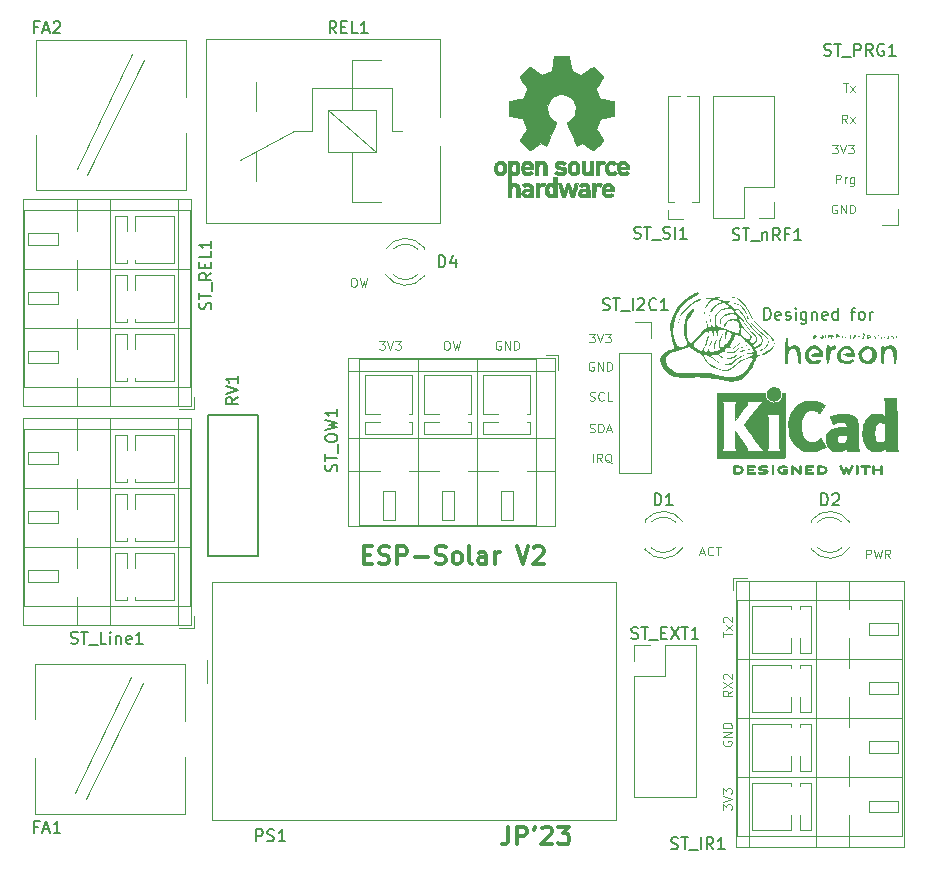
<source format=gbr>
%TF.GenerationSoftware,KiCad,Pcbnew,6.0.2+dfsg-1*%
%TF.CreationDate,2023-01-14T15:25:46+01:00*%
%TF.ProjectId,OpenDTU,4f70656e-4454-4552-9e6b-696361645f70,rev?*%
%TF.SameCoordinates,Original*%
%TF.FileFunction,Legend,Top*%
%TF.FilePolarity,Positive*%
%FSLAX46Y46*%
G04 Gerber Fmt 4.6, Leading zero omitted, Abs format (unit mm)*
G04 Created by KiCad (PCBNEW 6.0.2+dfsg-1) date 2023-01-14 15:25:46*
%MOMM*%
%LPD*%
G01*
G04 APERTURE LIST*
%ADD10C,0.100000*%
%ADD11C,0.300000*%
%ADD12C,0.200000*%
%ADD13C,0.150000*%
%ADD14C,0.120000*%
%ADD15C,0.010000*%
G04 APERTURE END LIST*
D10*
X81240428Y-58009285D02*
X81704714Y-58009285D01*
X81454714Y-58295000D01*
X81561857Y-58295000D01*
X81633285Y-58330714D01*
X81669000Y-58366428D01*
X81704714Y-58437857D01*
X81704714Y-58616428D01*
X81669000Y-58687857D01*
X81633285Y-58723571D01*
X81561857Y-58759285D01*
X81347571Y-58759285D01*
X81276142Y-58723571D01*
X81240428Y-58687857D01*
X81919000Y-58009285D02*
X82169000Y-58759285D01*
X82419000Y-58009285D01*
X82597571Y-58009285D02*
X83061857Y-58009285D01*
X82811857Y-58295000D01*
X82919000Y-58295000D01*
X82990428Y-58330714D01*
X83026142Y-58366428D01*
X83061857Y-58437857D01*
X83061857Y-58616428D01*
X83026142Y-58687857D01*
X82990428Y-58723571D01*
X82919000Y-58759285D01*
X82704714Y-58759285D01*
X82633285Y-58723571D01*
X82597571Y-58687857D01*
X63460428Y-58644285D02*
X63924714Y-58644285D01*
X63674714Y-58930000D01*
X63781857Y-58930000D01*
X63853285Y-58965714D01*
X63889000Y-59001428D01*
X63924714Y-59072857D01*
X63924714Y-59251428D01*
X63889000Y-59322857D01*
X63853285Y-59358571D01*
X63781857Y-59394285D01*
X63567571Y-59394285D01*
X63496142Y-59358571D01*
X63460428Y-59322857D01*
X64139000Y-58644285D02*
X64389000Y-59394285D01*
X64639000Y-58644285D01*
X64817571Y-58644285D02*
X65281857Y-58644285D01*
X65031857Y-58930000D01*
X65139000Y-58930000D01*
X65210428Y-58965714D01*
X65246142Y-59001428D01*
X65281857Y-59072857D01*
X65281857Y-59251428D01*
X65246142Y-59322857D01*
X65210428Y-59358571D01*
X65139000Y-59394285D01*
X64924714Y-59394285D01*
X64853285Y-59358571D01*
X64817571Y-59322857D01*
X81528142Y-68919285D02*
X81528142Y-68169285D01*
X82313857Y-68919285D02*
X82063857Y-68562142D01*
X81885285Y-68919285D02*
X81885285Y-68169285D01*
X82171000Y-68169285D01*
X82242428Y-68205000D01*
X82278142Y-68240714D01*
X82313857Y-68312142D01*
X82313857Y-68419285D01*
X82278142Y-68490714D01*
X82242428Y-68526428D01*
X82171000Y-68562142D01*
X81885285Y-68562142D01*
X83135285Y-68990714D02*
X83063857Y-68955000D01*
X82992428Y-68883571D01*
X82885285Y-68776428D01*
X82813857Y-68740714D01*
X82742428Y-68740714D01*
X82778142Y-68919285D02*
X82706714Y-68883571D01*
X82635285Y-68812142D01*
X82599571Y-68669285D01*
X82599571Y-68419285D01*
X82635285Y-68276428D01*
X82706714Y-68205000D01*
X82778142Y-68169285D01*
X82921000Y-68169285D01*
X82992428Y-68205000D01*
X83063857Y-68276428D01*
X83099571Y-68419285D01*
X83099571Y-68669285D01*
X83063857Y-68812142D01*
X82992428Y-68883571D01*
X82921000Y-68919285D01*
X82778142Y-68919285D01*
X92553285Y-98337571D02*
X92553285Y-97873285D01*
X92839000Y-98123285D01*
X92839000Y-98016142D01*
X92874714Y-97944714D01*
X92910428Y-97909000D01*
X92981857Y-97873285D01*
X93160428Y-97873285D01*
X93231857Y-97909000D01*
X93267571Y-97944714D01*
X93303285Y-98016142D01*
X93303285Y-98230428D01*
X93267571Y-98301857D01*
X93231857Y-98337571D01*
X92553285Y-97659000D02*
X93303285Y-97409000D01*
X92553285Y-97159000D01*
X92553285Y-96980428D02*
X92553285Y-96516142D01*
X92839000Y-96766142D01*
X92839000Y-96659000D01*
X92874714Y-96587571D01*
X92910428Y-96551857D01*
X92981857Y-96516142D01*
X93160428Y-96516142D01*
X93231857Y-96551857D01*
X93267571Y-96587571D01*
X93303285Y-96659000D01*
X93303285Y-96873285D01*
X93267571Y-96944714D01*
X93231857Y-96980428D01*
X92553285Y-83679000D02*
X92553285Y-83250428D01*
X93303285Y-83464714D02*
X92553285Y-83464714D01*
X93303285Y-83071857D02*
X92803285Y-82679000D01*
X92803285Y-83071857D02*
X93303285Y-82679000D01*
X92624714Y-82429000D02*
X92589000Y-82393285D01*
X92553285Y-82321857D01*
X92553285Y-82143285D01*
X92589000Y-82071857D01*
X92624714Y-82036142D01*
X92696142Y-82000428D01*
X92767571Y-82000428D01*
X92874714Y-82036142D01*
X93303285Y-82464714D01*
X93303285Y-82000428D01*
X104664000Y-77047285D02*
X104664000Y-76297285D01*
X104949714Y-76297285D01*
X105021142Y-76333000D01*
X105056857Y-76368714D01*
X105092571Y-76440142D01*
X105092571Y-76547285D01*
X105056857Y-76618714D01*
X105021142Y-76654428D01*
X104949714Y-76690142D01*
X104664000Y-76690142D01*
X105342571Y-76297285D02*
X105521142Y-77047285D01*
X105664000Y-76511571D01*
X105806857Y-77047285D01*
X105985428Y-76297285D01*
X106699714Y-77047285D02*
X106449714Y-76690142D01*
X106271142Y-77047285D02*
X106271142Y-76297285D01*
X106556857Y-76297285D01*
X106628285Y-76333000D01*
X106664000Y-76368714D01*
X106699714Y-76440142D01*
X106699714Y-76547285D01*
X106664000Y-76618714D01*
X106628285Y-76654428D01*
X106556857Y-76690142D01*
X106271142Y-76690142D01*
X81597571Y-60458000D02*
X81526142Y-60422285D01*
X81419000Y-60422285D01*
X81311857Y-60458000D01*
X81240428Y-60529428D01*
X81204714Y-60600857D01*
X81169000Y-60743714D01*
X81169000Y-60850857D01*
X81204714Y-60993714D01*
X81240428Y-61065142D01*
X81311857Y-61136571D01*
X81419000Y-61172285D01*
X81490428Y-61172285D01*
X81597571Y-61136571D01*
X81633285Y-61100857D01*
X81633285Y-60850857D01*
X81490428Y-60850857D01*
X81954714Y-61172285D02*
X81954714Y-60422285D01*
X82383285Y-61172285D01*
X82383285Y-60422285D01*
X82740428Y-61172285D02*
X82740428Y-60422285D01*
X82919000Y-60422285D01*
X83026142Y-60458000D01*
X83097571Y-60529428D01*
X83133285Y-60600857D01*
X83169000Y-60743714D01*
X83169000Y-60850857D01*
X83133285Y-60993714D01*
X83097571Y-61065142D01*
X83026142Y-61136571D01*
X82919000Y-61172285D01*
X82740428Y-61172285D01*
X69096000Y-58644285D02*
X69238857Y-58644285D01*
X69310285Y-58680000D01*
X69381714Y-58751428D01*
X69417428Y-58894285D01*
X69417428Y-59144285D01*
X69381714Y-59287142D01*
X69310285Y-59358571D01*
X69238857Y-59394285D01*
X69096000Y-59394285D01*
X69024571Y-59358571D01*
X68953142Y-59287142D01*
X68917428Y-59144285D01*
X68917428Y-58894285D01*
X68953142Y-58751428D01*
X69024571Y-58680000D01*
X69096000Y-58644285D01*
X69667428Y-58644285D02*
X69846000Y-59394285D01*
X69988857Y-58858571D01*
X70131714Y-59394285D01*
X70310285Y-58644285D01*
D11*
X74386571Y-99762571D02*
X74386571Y-100834000D01*
X74315142Y-101048285D01*
X74172285Y-101191142D01*
X73958000Y-101262571D01*
X73815142Y-101262571D01*
X75100857Y-101262571D02*
X75100857Y-99762571D01*
X75672285Y-99762571D01*
X75815142Y-99834000D01*
X75886571Y-99905428D01*
X75958000Y-100048285D01*
X75958000Y-100262571D01*
X75886571Y-100405428D01*
X75815142Y-100476857D01*
X75672285Y-100548285D01*
X75100857Y-100548285D01*
X76672285Y-99762571D02*
X76529428Y-100048285D01*
X77243714Y-99905428D02*
X77315142Y-99834000D01*
X77458000Y-99762571D01*
X77815142Y-99762571D01*
X77958000Y-99834000D01*
X78029428Y-99905428D01*
X78100857Y-100048285D01*
X78100857Y-100191142D01*
X78029428Y-100405428D01*
X77172285Y-101262571D01*
X78100857Y-101262571D01*
X78600857Y-99762571D02*
X79529428Y-99762571D01*
X79029428Y-100334000D01*
X79243714Y-100334000D01*
X79386571Y-100405428D01*
X79458000Y-100476857D01*
X79529428Y-100619714D01*
X79529428Y-100976857D01*
X79458000Y-101119714D01*
X79386571Y-101191142D01*
X79243714Y-101262571D01*
X78815142Y-101262571D01*
X78672285Y-101191142D01*
X78600857Y-101119714D01*
D10*
X102102142Y-45297285D02*
X102102142Y-44547285D01*
X102387857Y-44547285D01*
X102459285Y-44583000D01*
X102495000Y-44618714D01*
X102530714Y-44690142D01*
X102530714Y-44797285D01*
X102495000Y-44868714D01*
X102459285Y-44904428D01*
X102387857Y-44940142D01*
X102102142Y-44940142D01*
X102852142Y-45297285D02*
X102852142Y-44797285D01*
X102852142Y-44940142D02*
X102887857Y-44868714D01*
X102923571Y-44833000D01*
X102995000Y-44797285D01*
X103066428Y-44797285D01*
X103637857Y-44797285D02*
X103637857Y-45404428D01*
X103602142Y-45475857D01*
X103566428Y-45511571D01*
X103495000Y-45547285D01*
X103387857Y-45547285D01*
X103316428Y-45511571D01*
X103637857Y-45261571D02*
X103566428Y-45297285D01*
X103423571Y-45297285D01*
X103352142Y-45261571D01*
X103316428Y-45225857D01*
X103280714Y-45154428D01*
X103280714Y-44940142D01*
X103316428Y-44868714D01*
X103352142Y-44833000D01*
X103423571Y-44797285D01*
X103566428Y-44797285D01*
X103637857Y-44833000D01*
X73723571Y-58680000D02*
X73652142Y-58644285D01*
X73545000Y-58644285D01*
X73437857Y-58680000D01*
X73366428Y-58751428D01*
X73330714Y-58822857D01*
X73295000Y-58965714D01*
X73295000Y-59072857D01*
X73330714Y-59215714D01*
X73366428Y-59287142D01*
X73437857Y-59358571D01*
X73545000Y-59394285D01*
X73616428Y-59394285D01*
X73723571Y-59358571D01*
X73759285Y-59322857D01*
X73759285Y-59072857D01*
X73616428Y-59072857D01*
X74080714Y-59394285D02*
X74080714Y-58644285D01*
X74509285Y-59394285D01*
X74509285Y-58644285D01*
X74866428Y-59394285D02*
X74866428Y-58644285D01*
X75045000Y-58644285D01*
X75152142Y-58680000D01*
X75223571Y-58751428D01*
X75259285Y-58822857D01*
X75295000Y-58965714D01*
X75295000Y-59072857D01*
X75259285Y-59215714D01*
X75223571Y-59287142D01*
X75152142Y-59358571D01*
X75045000Y-59394285D01*
X74866428Y-59394285D01*
X103052571Y-40217285D02*
X102802571Y-39860142D01*
X102624000Y-40217285D02*
X102624000Y-39467285D01*
X102909714Y-39467285D01*
X102981142Y-39503000D01*
X103016857Y-39538714D01*
X103052571Y-39610142D01*
X103052571Y-39717285D01*
X103016857Y-39788714D01*
X102981142Y-39824428D01*
X102909714Y-39860142D01*
X102624000Y-39860142D01*
X103302571Y-40217285D02*
X103695428Y-39717285D01*
X103302571Y-39717285D02*
X103695428Y-40217285D01*
D11*
X62151571Y-76727857D02*
X62651571Y-76727857D01*
X62865857Y-77513571D02*
X62151571Y-77513571D01*
X62151571Y-76013571D01*
X62865857Y-76013571D01*
X63437285Y-77442142D02*
X63651571Y-77513571D01*
X64008714Y-77513571D01*
X64151571Y-77442142D01*
X64222999Y-77370714D01*
X64294428Y-77227857D01*
X64294428Y-77085000D01*
X64222999Y-76942142D01*
X64151571Y-76870714D01*
X64008714Y-76799285D01*
X63722999Y-76727857D01*
X63580142Y-76656428D01*
X63508714Y-76585000D01*
X63437285Y-76442142D01*
X63437285Y-76299285D01*
X63508714Y-76156428D01*
X63580142Y-76085000D01*
X63722999Y-76013571D01*
X64080142Y-76013571D01*
X64294428Y-76085000D01*
X64937285Y-77513571D02*
X64937285Y-76013571D01*
X65508714Y-76013571D01*
X65651571Y-76085000D01*
X65722999Y-76156428D01*
X65794428Y-76299285D01*
X65794428Y-76513571D01*
X65722999Y-76656428D01*
X65651571Y-76727857D01*
X65508714Y-76799285D01*
X64937285Y-76799285D01*
X66437285Y-76942142D02*
X67580142Y-76942142D01*
X68223000Y-77442142D02*
X68437285Y-77513571D01*
X68794428Y-77513571D01*
X68937285Y-77442142D01*
X69008714Y-77370714D01*
X69080142Y-77227857D01*
X69080142Y-77085000D01*
X69008714Y-76942142D01*
X68937285Y-76870714D01*
X68794428Y-76799285D01*
X68508714Y-76727857D01*
X68365857Y-76656428D01*
X68294428Y-76585000D01*
X68223000Y-76442142D01*
X68223000Y-76299285D01*
X68294428Y-76156428D01*
X68365857Y-76085000D01*
X68508714Y-76013571D01*
X68865857Y-76013571D01*
X69080142Y-76085000D01*
X69937285Y-77513571D02*
X69794428Y-77442142D01*
X69723000Y-77370714D01*
X69651571Y-77227857D01*
X69651571Y-76799285D01*
X69723000Y-76656428D01*
X69794428Y-76585000D01*
X69937285Y-76513571D01*
X70151571Y-76513571D01*
X70294428Y-76585000D01*
X70365857Y-76656428D01*
X70437285Y-76799285D01*
X70437285Y-77227857D01*
X70365857Y-77370714D01*
X70294428Y-77442142D01*
X70151571Y-77513571D01*
X69937285Y-77513571D01*
X71294428Y-77513571D02*
X71151571Y-77442142D01*
X71080142Y-77299285D01*
X71080142Y-76013571D01*
X72508714Y-77513571D02*
X72508714Y-76727857D01*
X72437285Y-76585000D01*
X72294428Y-76513571D01*
X72008714Y-76513571D01*
X71865857Y-76585000D01*
X72508714Y-77442142D02*
X72365857Y-77513571D01*
X72008714Y-77513571D01*
X71865857Y-77442142D01*
X71794428Y-77299285D01*
X71794428Y-77156428D01*
X71865857Y-77013571D01*
X72008714Y-76942142D01*
X72365857Y-76942142D01*
X72508714Y-76870714D01*
X73223000Y-77513571D02*
X73223000Y-76513571D01*
X73223000Y-76799285D02*
X73294428Y-76656428D01*
X73365857Y-76585000D01*
X73508714Y-76513571D01*
X73651571Y-76513571D01*
X75080142Y-76013571D02*
X75580142Y-77513571D01*
X76080142Y-76013571D01*
X76508714Y-76156428D02*
X76580142Y-76085000D01*
X76723000Y-76013571D01*
X77080142Y-76013571D01*
X77223000Y-76085000D01*
X77294428Y-76156428D01*
X77365857Y-76299285D01*
X77365857Y-76442142D01*
X77294428Y-76656428D01*
X76437285Y-77513571D01*
X77365857Y-77513571D01*
D10*
X92589000Y-92519428D02*
X92553285Y-92590857D01*
X92553285Y-92698000D01*
X92589000Y-92805142D01*
X92660428Y-92876571D01*
X92731857Y-92912285D01*
X92874714Y-92948000D01*
X92981857Y-92948000D01*
X93124714Y-92912285D01*
X93196142Y-92876571D01*
X93267571Y-92805142D01*
X93303285Y-92698000D01*
X93303285Y-92626571D01*
X93267571Y-92519428D01*
X93231857Y-92483714D01*
X92981857Y-92483714D01*
X92981857Y-92626571D01*
X93303285Y-92162285D02*
X92553285Y-92162285D01*
X93303285Y-91733714D01*
X92553285Y-91733714D01*
X93303285Y-91376571D02*
X92553285Y-91376571D01*
X92553285Y-91198000D01*
X92589000Y-91090857D01*
X92660428Y-91019428D01*
X92731857Y-90983714D01*
X92874714Y-90948000D01*
X92981857Y-90948000D01*
X93124714Y-90983714D01*
X93196142Y-91019428D01*
X93267571Y-91090857D01*
X93303285Y-91198000D01*
X93303285Y-91376571D01*
X101814428Y-42007285D02*
X102278714Y-42007285D01*
X102028714Y-42293000D01*
X102135857Y-42293000D01*
X102207285Y-42328714D01*
X102243000Y-42364428D01*
X102278714Y-42435857D01*
X102278714Y-42614428D01*
X102243000Y-42685857D01*
X102207285Y-42721571D01*
X102135857Y-42757285D01*
X101921571Y-42757285D01*
X101850142Y-42721571D01*
X101814428Y-42685857D01*
X102493000Y-42007285D02*
X102743000Y-42757285D01*
X102993000Y-42007285D01*
X103171571Y-42007285D02*
X103635857Y-42007285D01*
X103385857Y-42293000D01*
X103493000Y-42293000D01*
X103564428Y-42328714D01*
X103600142Y-42364428D01*
X103635857Y-42435857D01*
X103635857Y-42614428D01*
X103600142Y-42685857D01*
X103564428Y-42721571D01*
X103493000Y-42757285D01*
X103278714Y-42757285D01*
X103207285Y-42721571D01*
X103171571Y-42685857D01*
X81258285Y-66343571D02*
X81365428Y-66379285D01*
X81544000Y-66379285D01*
X81615428Y-66343571D01*
X81651142Y-66307857D01*
X81686857Y-66236428D01*
X81686857Y-66165000D01*
X81651142Y-66093571D01*
X81615428Y-66057857D01*
X81544000Y-66022142D01*
X81401142Y-65986428D01*
X81329714Y-65950714D01*
X81294000Y-65915000D01*
X81258285Y-65843571D01*
X81258285Y-65772142D01*
X81294000Y-65700714D01*
X81329714Y-65665000D01*
X81401142Y-65629285D01*
X81579714Y-65629285D01*
X81686857Y-65665000D01*
X82008285Y-66379285D02*
X82008285Y-65629285D01*
X82186857Y-65629285D01*
X82294000Y-65665000D01*
X82365428Y-65736428D01*
X82401142Y-65807857D01*
X82436857Y-65950714D01*
X82436857Y-66057857D01*
X82401142Y-66200714D01*
X82365428Y-66272142D01*
X82294000Y-66343571D01*
X82186857Y-66379285D01*
X82008285Y-66379285D01*
X82722571Y-66165000D02*
X83079714Y-66165000D01*
X82651142Y-66379285D02*
X82901142Y-65629285D01*
X83151142Y-66379285D01*
X93303285Y-88239142D02*
X92946142Y-88489142D01*
X93303285Y-88667714D02*
X92553285Y-88667714D01*
X92553285Y-88382000D01*
X92589000Y-88310571D01*
X92624714Y-88274857D01*
X92696142Y-88239142D01*
X92803285Y-88239142D01*
X92874714Y-88274857D01*
X92910428Y-88310571D01*
X92946142Y-88382000D01*
X92946142Y-88667714D01*
X92553285Y-87989142D02*
X93303285Y-87489142D01*
X92553285Y-87489142D02*
X93303285Y-87989142D01*
X92624714Y-87239142D02*
X92589000Y-87203428D01*
X92553285Y-87132000D01*
X92553285Y-86953428D01*
X92589000Y-86882000D01*
X92624714Y-86846285D01*
X92696142Y-86810571D01*
X92767571Y-86810571D01*
X92874714Y-86846285D01*
X93303285Y-87274857D01*
X93303285Y-86810571D01*
X90600714Y-76579000D02*
X90957857Y-76579000D01*
X90529285Y-76793285D02*
X90779285Y-76043285D01*
X91029285Y-76793285D01*
X91707857Y-76721857D02*
X91672142Y-76757571D01*
X91565000Y-76793285D01*
X91493571Y-76793285D01*
X91386428Y-76757571D01*
X91315000Y-76686142D01*
X91279285Y-76614714D01*
X91243571Y-76471857D01*
X91243571Y-76364714D01*
X91279285Y-76221857D01*
X91315000Y-76150428D01*
X91386428Y-76079000D01*
X91493571Y-76043285D01*
X91565000Y-76043285D01*
X91672142Y-76079000D01*
X91707857Y-76114714D01*
X91922142Y-76043285D02*
X92350714Y-76043285D01*
X92136428Y-76793285D02*
X92136428Y-76043285D01*
X61222000Y-53310285D02*
X61364857Y-53310285D01*
X61436285Y-53346000D01*
X61507714Y-53417428D01*
X61543428Y-53560285D01*
X61543428Y-53810285D01*
X61507714Y-53953142D01*
X61436285Y-54024571D01*
X61364857Y-54060285D01*
X61222000Y-54060285D01*
X61150571Y-54024571D01*
X61079142Y-53953142D01*
X61043428Y-53810285D01*
X61043428Y-53560285D01*
X61079142Y-53417428D01*
X61150571Y-53346000D01*
X61222000Y-53310285D01*
X61793428Y-53310285D02*
X61972000Y-54060285D01*
X62114857Y-53524571D01*
X62257714Y-54060285D01*
X62436285Y-53310285D01*
D12*
X96036380Y-56840380D02*
X96036380Y-55840380D01*
X96274476Y-55840380D01*
X96417333Y-55888000D01*
X96512571Y-55983238D01*
X96560190Y-56078476D01*
X96607809Y-56268952D01*
X96607809Y-56411809D01*
X96560190Y-56602285D01*
X96512571Y-56697523D01*
X96417333Y-56792761D01*
X96274476Y-56840380D01*
X96036380Y-56840380D01*
X97417333Y-56792761D02*
X97322095Y-56840380D01*
X97131619Y-56840380D01*
X97036380Y-56792761D01*
X96988761Y-56697523D01*
X96988761Y-56316571D01*
X97036380Y-56221333D01*
X97131619Y-56173714D01*
X97322095Y-56173714D01*
X97417333Y-56221333D01*
X97464952Y-56316571D01*
X97464952Y-56411809D01*
X96988761Y-56507047D01*
X97845904Y-56792761D02*
X97941142Y-56840380D01*
X98131619Y-56840380D01*
X98226857Y-56792761D01*
X98274476Y-56697523D01*
X98274476Y-56649904D01*
X98226857Y-56554666D01*
X98131619Y-56507047D01*
X97988761Y-56507047D01*
X97893523Y-56459428D01*
X97845904Y-56364190D01*
X97845904Y-56316571D01*
X97893523Y-56221333D01*
X97988761Y-56173714D01*
X98131619Y-56173714D01*
X98226857Y-56221333D01*
X98703047Y-56840380D02*
X98703047Y-56173714D01*
X98703047Y-55840380D02*
X98655428Y-55888000D01*
X98703047Y-55935619D01*
X98750666Y-55888000D01*
X98703047Y-55840380D01*
X98703047Y-55935619D01*
X99607809Y-56173714D02*
X99607809Y-56983238D01*
X99560190Y-57078476D01*
X99512571Y-57126095D01*
X99417333Y-57173714D01*
X99274476Y-57173714D01*
X99179238Y-57126095D01*
X99607809Y-56792761D02*
X99512571Y-56840380D01*
X99322095Y-56840380D01*
X99226857Y-56792761D01*
X99179238Y-56745142D01*
X99131619Y-56649904D01*
X99131619Y-56364190D01*
X99179238Y-56268952D01*
X99226857Y-56221333D01*
X99322095Y-56173714D01*
X99512571Y-56173714D01*
X99607809Y-56221333D01*
X100084000Y-56173714D02*
X100084000Y-56840380D01*
X100084000Y-56268952D02*
X100131619Y-56221333D01*
X100226857Y-56173714D01*
X100369714Y-56173714D01*
X100464952Y-56221333D01*
X100512571Y-56316571D01*
X100512571Y-56840380D01*
X101369714Y-56792761D02*
X101274476Y-56840380D01*
X101084000Y-56840380D01*
X100988761Y-56792761D01*
X100941142Y-56697523D01*
X100941142Y-56316571D01*
X100988761Y-56221333D01*
X101084000Y-56173714D01*
X101274476Y-56173714D01*
X101369714Y-56221333D01*
X101417333Y-56316571D01*
X101417333Y-56411809D01*
X100941142Y-56507047D01*
X102274476Y-56840380D02*
X102274476Y-55840380D01*
X102274476Y-56792761D02*
X102179238Y-56840380D01*
X101988761Y-56840380D01*
X101893523Y-56792761D01*
X101845904Y-56745142D01*
X101798285Y-56649904D01*
X101798285Y-56364190D01*
X101845904Y-56268952D01*
X101893523Y-56221333D01*
X101988761Y-56173714D01*
X102179238Y-56173714D01*
X102274476Y-56221333D01*
X103369714Y-56173714D02*
X103750666Y-56173714D01*
X103512571Y-56840380D02*
X103512571Y-55983238D01*
X103560190Y-55888000D01*
X103655428Y-55840380D01*
X103750666Y-55840380D01*
X104226857Y-56840380D02*
X104131619Y-56792761D01*
X104084000Y-56745142D01*
X104036380Y-56649904D01*
X104036380Y-56364190D01*
X104084000Y-56268952D01*
X104131619Y-56221333D01*
X104226857Y-56173714D01*
X104369714Y-56173714D01*
X104464952Y-56221333D01*
X104512571Y-56268952D01*
X104560190Y-56364190D01*
X104560190Y-56649904D01*
X104512571Y-56745142D01*
X104464952Y-56792761D01*
X104369714Y-56840380D01*
X104226857Y-56840380D01*
X104988761Y-56840380D02*
X104988761Y-56173714D01*
X104988761Y-56364190D02*
X105036380Y-56268952D01*
X105084000Y-56221333D01*
X105179238Y-56173714D01*
X105274476Y-56173714D01*
D10*
X81276142Y-63676571D02*
X81383285Y-63712285D01*
X81561857Y-63712285D01*
X81633285Y-63676571D01*
X81669000Y-63640857D01*
X81704714Y-63569428D01*
X81704714Y-63498000D01*
X81669000Y-63426571D01*
X81633285Y-63390857D01*
X81561857Y-63355142D01*
X81419000Y-63319428D01*
X81347571Y-63283714D01*
X81311857Y-63248000D01*
X81276142Y-63176571D01*
X81276142Y-63105142D01*
X81311857Y-63033714D01*
X81347571Y-62998000D01*
X81419000Y-62962285D01*
X81597571Y-62962285D01*
X81704714Y-62998000D01*
X82454714Y-63640857D02*
X82419000Y-63676571D01*
X82311857Y-63712285D01*
X82240428Y-63712285D01*
X82133285Y-63676571D01*
X82061857Y-63605142D01*
X82026142Y-63533714D01*
X81990428Y-63390857D01*
X81990428Y-63283714D01*
X82026142Y-63140857D01*
X82061857Y-63069428D01*
X82133285Y-62998000D01*
X82240428Y-62962285D01*
X82311857Y-62962285D01*
X82419000Y-62998000D01*
X82454714Y-63033714D01*
X83133285Y-63712285D02*
X82776142Y-63712285D01*
X82776142Y-62962285D01*
X102733142Y-36800285D02*
X103161714Y-36800285D01*
X102947428Y-37550285D02*
X102947428Y-36800285D01*
X103340285Y-37550285D02*
X103733142Y-37050285D01*
X103340285Y-37050285D02*
X103733142Y-37550285D01*
X102171571Y-47123000D02*
X102100142Y-47087285D01*
X101993000Y-47087285D01*
X101885857Y-47123000D01*
X101814428Y-47194428D01*
X101778714Y-47265857D01*
X101743000Y-47408714D01*
X101743000Y-47515857D01*
X101778714Y-47658714D01*
X101814428Y-47730142D01*
X101885857Y-47801571D01*
X101993000Y-47837285D01*
X102064428Y-47837285D01*
X102171571Y-47801571D01*
X102207285Y-47765857D01*
X102207285Y-47515857D01*
X102064428Y-47515857D01*
X102528714Y-47837285D02*
X102528714Y-47087285D01*
X102957285Y-47837285D01*
X102957285Y-47087285D01*
X103314428Y-47837285D02*
X103314428Y-47087285D01*
X103493000Y-47087285D01*
X103600142Y-47123000D01*
X103671571Y-47194428D01*
X103707285Y-47265857D01*
X103743000Y-47408714D01*
X103743000Y-47515857D01*
X103707285Y-47658714D01*
X103671571Y-47730142D01*
X103600142Y-47801571D01*
X103493000Y-47837285D01*
X103314428Y-47837285D01*
D13*
%TO.C,ST_OW1*%
X59840761Y-69675047D02*
X59888380Y-69532190D01*
X59888380Y-69294095D01*
X59840761Y-69198857D01*
X59793142Y-69151238D01*
X59697904Y-69103619D01*
X59602666Y-69103619D01*
X59507428Y-69151238D01*
X59459809Y-69198857D01*
X59412190Y-69294095D01*
X59364571Y-69484571D01*
X59316952Y-69579809D01*
X59269333Y-69627428D01*
X59174095Y-69675047D01*
X59078857Y-69675047D01*
X58983619Y-69627428D01*
X58936000Y-69579809D01*
X58888380Y-69484571D01*
X58888380Y-69246476D01*
X58936000Y-69103619D01*
X58888380Y-68817904D02*
X58888380Y-68246476D01*
X59888380Y-68532190D02*
X58888380Y-68532190D01*
X59983619Y-68151238D02*
X59983619Y-67389333D01*
X58888380Y-66960761D02*
X58888380Y-66770285D01*
X58936000Y-66675047D01*
X59031238Y-66579809D01*
X59221714Y-66532190D01*
X59555047Y-66532190D01*
X59745523Y-66579809D01*
X59840761Y-66675047D01*
X59888380Y-66770285D01*
X59888380Y-66960761D01*
X59840761Y-67056000D01*
X59745523Y-67151238D01*
X59555047Y-67198857D01*
X59221714Y-67198857D01*
X59031238Y-67151238D01*
X58936000Y-67056000D01*
X58888380Y-66960761D01*
X58888380Y-66198857D02*
X59888380Y-65960761D01*
X59174095Y-65770285D01*
X59888380Y-65579809D01*
X58888380Y-65341714D01*
X59888380Y-64436952D02*
X59888380Y-65008380D01*
X59888380Y-64722666D02*
X58888380Y-64722666D01*
X59031238Y-64817904D01*
X59126476Y-64913142D01*
X59174095Y-65008380D01*
%TO.C,D1*%
X86759904Y-72549380D02*
X86759904Y-71549380D01*
X86998000Y-71549380D01*
X87140857Y-71597000D01*
X87236095Y-71692238D01*
X87283714Y-71787476D01*
X87331333Y-71977952D01*
X87331333Y-72120809D01*
X87283714Y-72311285D01*
X87236095Y-72406523D01*
X87140857Y-72501761D01*
X86998000Y-72549380D01*
X86759904Y-72549380D01*
X88283714Y-72549380D02*
X87712285Y-72549380D01*
X87998000Y-72549380D02*
X87998000Y-71549380D01*
X87902761Y-71692238D01*
X87807523Y-71787476D01*
X87712285Y-71835095D01*
%TO.C,FA1*%
X34544095Y-99750571D02*
X34210761Y-99750571D01*
X34210761Y-100274380D02*
X34210761Y-99274380D01*
X34686952Y-99274380D01*
X35020285Y-99988666D02*
X35496476Y-99988666D01*
X34925047Y-100274380D02*
X35258380Y-99274380D01*
X35591714Y-100274380D01*
X36448857Y-100274380D02*
X35877428Y-100274380D01*
X36163142Y-100274380D02*
X36163142Y-99274380D01*
X36067904Y-99417238D01*
X35972666Y-99512476D01*
X35877428Y-99560095D01*
%TO.C,PS1*%
X53014714Y-100996380D02*
X53014714Y-99996380D01*
X53395666Y-99996380D01*
X53490904Y-100044000D01*
X53538523Y-100091619D01*
X53586142Y-100186857D01*
X53586142Y-100329714D01*
X53538523Y-100424952D01*
X53490904Y-100472571D01*
X53395666Y-100520190D01*
X53014714Y-100520190D01*
X53967095Y-100948761D02*
X54109952Y-100996380D01*
X54348047Y-100996380D01*
X54443285Y-100948761D01*
X54490904Y-100901142D01*
X54538523Y-100805904D01*
X54538523Y-100710666D01*
X54490904Y-100615428D01*
X54443285Y-100567809D01*
X54348047Y-100520190D01*
X54157571Y-100472571D01*
X54062333Y-100424952D01*
X54014714Y-100377333D01*
X53967095Y-100282095D01*
X53967095Y-100186857D01*
X54014714Y-100091619D01*
X54062333Y-100044000D01*
X54157571Y-99996380D01*
X54395666Y-99996380D01*
X54538523Y-100044000D01*
X55490904Y-100996380D02*
X54919476Y-100996380D01*
X55205190Y-100996380D02*
X55205190Y-99996380D01*
X55109952Y-100139238D01*
X55014714Y-100234476D01*
X54919476Y-100282095D01*
%TO.C,ST_nRF1*%
X93361238Y-50061761D02*
X93504095Y-50109380D01*
X93742190Y-50109380D01*
X93837428Y-50061761D01*
X93885047Y-50014142D01*
X93932666Y-49918904D01*
X93932666Y-49823666D01*
X93885047Y-49728428D01*
X93837428Y-49680809D01*
X93742190Y-49633190D01*
X93551714Y-49585571D01*
X93456476Y-49537952D01*
X93408857Y-49490333D01*
X93361238Y-49395095D01*
X93361238Y-49299857D01*
X93408857Y-49204619D01*
X93456476Y-49157000D01*
X93551714Y-49109380D01*
X93789809Y-49109380D01*
X93932666Y-49157000D01*
X94218380Y-49109380D02*
X94789809Y-49109380D01*
X94504095Y-50109380D02*
X94504095Y-49109380D01*
X94885047Y-50204619D02*
X95646952Y-50204619D01*
X95885047Y-49442714D02*
X95885047Y-50109380D01*
X95885047Y-49537952D02*
X95932666Y-49490333D01*
X96027904Y-49442714D01*
X96170761Y-49442714D01*
X96266000Y-49490333D01*
X96313619Y-49585571D01*
X96313619Y-50109380D01*
X97361238Y-50109380D02*
X97027904Y-49633190D01*
X96789809Y-50109380D02*
X96789809Y-49109380D01*
X97170761Y-49109380D01*
X97266000Y-49157000D01*
X97313619Y-49204619D01*
X97361238Y-49299857D01*
X97361238Y-49442714D01*
X97313619Y-49537952D01*
X97266000Y-49585571D01*
X97170761Y-49633190D01*
X96789809Y-49633190D01*
X98123142Y-49585571D02*
X97789809Y-49585571D01*
X97789809Y-50109380D02*
X97789809Y-49109380D01*
X98266000Y-49109380D01*
X99170761Y-50109380D02*
X98599333Y-50109380D01*
X98885047Y-50109380D02*
X98885047Y-49109380D01*
X98789809Y-49252238D01*
X98694571Y-49347476D01*
X98599333Y-49395095D01*
%TO.C,D2*%
X100856904Y-72549380D02*
X100856904Y-71549380D01*
X101095000Y-71549380D01*
X101237857Y-71597000D01*
X101333095Y-71692238D01*
X101380714Y-71787476D01*
X101428333Y-71977952D01*
X101428333Y-72120809D01*
X101380714Y-72311285D01*
X101333095Y-72406523D01*
X101237857Y-72501761D01*
X101095000Y-72549380D01*
X100856904Y-72549380D01*
X101809285Y-71644619D02*
X101856904Y-71597000D01*
X101952142Y-71549380D01*
X102190238Y-71549380D01*
X102285476Y-71597000D01*
X102333095Y-71644619D01*
X102380714Y-71739857D01*
X102380714Y-71835095D01*
X102333095Y-71977952D01*
X101761666Y-72549380D01*
X102380714Y-72549380D01*
%TO.C,FA2*%
X34544095Y-32059571D02*
X34210761Y-32059571D01*
X34210761Y-32583380D02*
X34210761Y-31583380D01*
X34686952Y-31583380D01*
X35020285Y-32297666D02*
X35496476Y-32297666D01*
X34925047Y-32583380D02*
X35258380Y-31583380D01*
X35591714Y-32583380D01*
X35877428Y-31678619D02*
X35925047Y-31631000D01*
X36020285Y-31583380D01*
X36258380Y-31583380D01*
X36353619Y-31631000D01*
X36401238Y-31678619D01*
X36448857Y-31773857D01*
X36448857Y-31869095D01*
X36401238Y-32011952D01*
X35829809Y-32583380D01*
X36448857Y-32583380D01*
%TO.C,D4*%
X68481904Y-52395380D02*
X68481904Y-51395380D01*
X68720000Y-51395380D01*
X68862857Y-51443000D01*
X68958095Y-51538238D01*
X69005714Y-51633476D01*
X69053333Y-51823952D01*
X69053333Y-51966809D01*
X69005714Y-52157285D01*
X68958095Y-52252523D01*
X68862857Y-52347761D01*
X68720000Y-52395380D01*
X68481904Y-52395380D01*
X69910476Y-51728714D02*
X69910476Y-52395380D01*
X69672380Y-51347761D02*
X69434285Y-52062047D01*
X70053333Y-52062047D01*
%TO.C,ST_I2C1*%
X82376904Y-55984761D02*
X82519761Y-56032380D01*
X82757857Y-56032380D01*
X82853095Y-55984761D01*
X82900714Y-55937142D01*
X82948333Y-55841904D01*
X82948333Y-55746666D01*
X82900714Y-55651428D01*
X82853095Y-55603809D01*
X82757857Y-55556190D01*
X82567380Y-55508571D01*
X82472142Y-55460952D01*
X82424523Y-55413333D01*
X82376904Y-55318095D01*
X82376904Y-55222857D01*
X82424523Y-55127619D01*
X82472142Y-55080000D01*
X82567380Y-55032380D01*
X82805476Y-55032380D01*
X82948333Y-55080000D01*
X83234047Y-55032380D02*
X83805476Y-55032380D01*
X83519761Y-56032380D02*
X83519761Y-55032380D01*
X83900714Y-56127619D02*
X84662619Y-56127619D01*
X84900714Y-56032380D02*
X84900714Y-55032380D01*
X85329285Y-55127619D02*
X85376904Y-55080000D01*
X85472142Y-55032380D01*
X85710238Y-55032380D01*
X85805476Y-55080000D01*
X85853095Y-55127619D01*
X85900714Y-55222857D01*
X85900714Y-55318095D01*
X85853095Y-55460952D01*
X85281666Y-56032380D01*
X85900714Y-56032380D01*
X86900714Y-55937142D02*
X86853095Y-55984761D01*
X86710238Y-56032380D01*
X86615000Y-56032380D01*
X86472142Y-55984761D01*
X86376904Y-55889523D01*
X86329285Y-55794285D01*
X86281666Y-55603809D01*
X86281666Y-55460952D01*
X86329285Y-55270476D01*
X86376904Y-55175238D01*
X86472142Y-55080000D01*
X86615000Y-55032380D01*
X86710238Y-55032380D01*
X86853095Y-55080000D01*
X86900714Y-55127619D01*
X87853095Y-56032380D02*
X87281666Y-56032380D01*
X87567380Y-56032380D02*
X87567380Y-55032380D01*
X87472142Y-55175238D01*
X87376904Y-55270476D01*
X87281666Y-55318095D01*
%TO.C,ST_PRG1*%
X101116190Y-34440761D02*
X101259047Y-34488380D01*
X101497142Y-34488380D01*
X101592380Y-34440761D01*
X101640000Y-34393142D01*
X101687619Y-34297904D01*
X101687619Y-34202666D01*
X101640000Y-34107428D01*
X101592380Y-34059809D01*
X101497142Y-34012190D01*
X101306666Y-33964571D01*
X101211428Y-33916952D01*
X101163809Y-33869333D01*
X101116190Y-33774095D01*
X101116190Y-33678857D01*
X101163809Y-33583619D01*
X101211428Y-33536000D01*
X101306666Y-33488380D01*
X101544761Y-33488380D01*
X101687619Y-33536000D01*
X101973333Y-33488380D02*
X102544761Y-33488380D01*
X102259047Y-34488380D02*
X102259047Y-33488380D01*
X102640000Y-34583619D02*
X103401904Y-34583619D01*
X103640000Y-34488380D02*
X103640000Y-33488380D01*
X104020952Y-33488380D01*
X104116190Y-33536000D01*
X104163809Y-33583619D01*
X104211428Y-33678857D01*
X104211428Y-33821714D01*
X104163809Y-33916952D01*
X104116190Y-33964571D01*
X104020952Y-34012190D01*
X103640000Y-34012190D01*
X105211428Y-34488380D02*
X104878095Y-34012190D01*
X104640000Y-34488380D02*
X104640000Y-33488380D01*
X105020952Y-33488380D01*
X105116190Y-33536000D01*
X105163809Y-33583619D01*
X105211428Y-33678857D01*
X105211428Y-33821714D01*
X105163809Y-33916952D01*
X105116190Y-33964571D01*
X105020952Y-34012190D01*
X104640000Y-34012190D01*
X106163809Y-33536000D02*
X106068571Y-33488380D01*
X105925714Y-33488380D01*
X105782857Y-33536000D01*
X105687619Y-33631238D01*
X105640000Y-33726476D01*
X105592380Y-33916952D01*
X105592380Y-34059809D01*
X105640000Y-34250285D01*
X105687619Y-34345523D01*
X105782857Y-34440761D01*
X105925714Y-34488380D01*
X106020952Y-34488380D01*
X106163809Y-34440761D01*
X106211428Y-34393142D01*
X106211428Y-34059809D01*
X106020952Y-34059809D01*
X107163809Y-34488380D02*
X106592380Y-34488380D01*
X106878095Y-34488380D02*
X106878095Y-33488380D01*
X106782857Y-33631238D01*
X106687619Y-33726476D01*
X106592380Y-33774095D01*
%TO.C,REL1*%
X59809190Y-32583380D02*
X59475857Y-32107190D01*
X59237761Y-32583380D02*
X59237761Y-31583380D01*
X59618714Y-31583380D01*
X59713952Y-31631000D01*
X59761571Y-31678619D01*
X59809190Y-31773857D01*
X59809190Y-31916714D01*
X59761571Y-32011952D01*
X59713952Y-32059571D01*
X59618714Y-32107190D01*
X59237761Y-32107190D01*
X60237761Y-32059571D02*
X60571095Y-32059571D01*
X60713952Y-32583380D02*
X60237761Y-32583380D01*
X60237761Y-31583380D01*
X60713952Y-31583380D01*
X61618714Y-32583380D02*
X61142523Y-32583380D01*
X61142523Y-31583380D01*
X62475857Y-32583380D02*
X61904428Y-32583380D01*
X62190142Y-32583380D02*
X62190142Y-31583380D01*
X62094904Y-31726238D01*
X61999666Y-31821476D01*
X61904428Y-31869095D01*
%TO.C,ST_EXT1*%
X84791666Y-83804761D02*
X84934523Y-83852380D01*
X85172619Y-83852380D01*
X85267857Y-83804761D01*
X85315476Y-83757142D01*
X85363095Y-83661904D01*
X85363095Y-83566666D01*
X85315476Y-83471428D01*
X85267857Y-83423809D01*
X85172619Y-83376190D01*
X84982142Y-83328571D01*
X84886904Y-83280952D01*
X84839285Y-83233333D01*
X84791666Y-83138095D01*
X84791666Y-83042857D01*
X84839285Y-82947619D01*
X84886904Y-82900000D01*
X84982142Y-82852380D01*
X85220238Y-82852380D01*
X85363095Y-82900000D01*
X85648809Y-82852380D02*
X86220238Y-82852380D01*
X85934523Y-83852380D02*
X85934523Y-82852380D01*
X86315476Y-83947619D02*
X87077380Y-83947619D01*
X87315476Y-83328571D02*
X87648809Y-83328571D01*
X87791666Y-83852380D02*
X87315476Y-83852380D01*
X87315476Y-82852380D01*
X87791666Y-82852380D01*
X88125000Y-82852380D02*
X88791666Y-83852380D01*
X88791666Y-82852380D02*
X88125000Y-83852380D01*
X89029761Y-82852380D02*
X89601190Y-82852380D01*
X89315476Y-83852380D02*
X89315476Y-82852380D01*
X90458333Y-83852380D02*
X89886904Y-83852380D01*
X90172619Y-83852380D02*
X90172619Y-82852380D01*
X90077380Y-82995238D01*
X89982142Y-83090476D01*
X89886904Y-83138095D01*
%TO.C,ST_Line1*%
X37338380Y-84224761D02*
X37481238Y-84272380D01*
X37719333Y-84272380D01*
X37814571Y-84224761D01*
X37862190Y-84177142D01*
X37909809Y-84081904D01*
X37909809Y-83986666D01*
X37862190Y-83891428D01*
X37814571Y-83843809D01*
X37719333Y-83796190D01*
X37528857Y-83748571D01*
X37433619Y-83700952D01*
X37386000Y-83653333D01*
X37338380Y-83558095D01*
X37338380Y-83462857D01*
X37386000Y-83367619D01*
X37433619Y-83320000D01*
X37528857Y-83272380D01*
X37766952Y-83272380D01*
X37909809Y-83320000D01*
X38195523Y-83272380D02*
X38766952Y-83272380D01*
X38481238Y-84272380D02*
X38481238Y-83272380D01*
X38862190Y-84367619D02*
X39624095Y-84367619D01*
X40338380Y-84272380D02*
X39862190Y-84272380D01*
X39862190Y-83272380D01*
X40671714Y-84272380D02*
X40671714Y-83605714D01*
X40671714Y-83272380D02*
X40624095Y-83320000D01*
X40671714Y-83367619D01*
X40719333Y-83320000D01*
X40671714Y-83272380D01*
X40671714Y-83367619D01*
X41147904Y-83605714D02*
X41147904Y-84272380D01*
X41147904Y-83700952D02*
X41195523Y-83653333D01*
X41290761Y-83605714D01*
X41433619Y-83605714D01*
X41528857Y-83653333D01*
X41576476Y-83748571D01*
X41576476Y-84272380D01*
X42433619Y-84224761D02*
X42338380Y-84272380D01*
X42147904Y-84272380D01*
X42052666Y-84224761D01*
X42005047Y-84129523D01*
X42005047Y-83748571D01*
X42052666Y-83653333D01*
X42147904Y-83605714D01*
X42338380Y-83605714D01*
X42433619Y-83653333D01*
X42481238Y-83748571D01*
X42481238Y-83843809D01*
X42005047Y-83939047D01*
X43433619Y-84272380D02*
X42862190Y-84272380D01*
X43147904Y-84272380D02*
X43147904Y-83272380D01*
X43052666Y-83415238D01*
X42957428Y-83510476D01*
X42862190Y-83558095D01*
%TO.C,ST_REL1*%
X49172761Y-55966952D02*
X49220380Y-55824095D01*
X49220380Y-55586000D01*
X49172761Y-55490761D01*
X49125142Y-55443142D01*
X49029904Y-55395523D01*
X48934666Y-55395523D01*
X48839428Y-55443142D01*
X48791809Y-55490761D01*
X48744190Y-55586000D01*
X48696571Y-55776476D01*
X48648952Y-55871714D01*
X48601333Y-55919333D01*
X48506095Y-55966952D01*
X48410857Y-55966952D01*
X48315619Y-55919333D01*
X48268000Y-55871714D01*
X48220380Y-55776476D01*
X48220380Y-55538380D01*
X48268000Y-55395523D01*
X48220380Y-55109809D02*
X48220380Y-54538380D01*
X49220380Y-54824095D02*
X48220380Y-54824095D01*
X49315619Y-54443142D02*
X49315619Y-53681238D01*
X49220380Y-52871714D02*
X48744190Y-53205047D01*
X49220380Y-53443142D02*
X48220380Y-53443142D01*
X48220380Y-53062190D01*
X48268000Y-52966952D01*
X48315619Y-52919333D01*
X48410857Y-52871714D01*
X48553714Y-52871714D01*
X48648952Y-52919333D01*
X48696571Y-52966952D01*
X48744190Y-53062190D01*
X48744190Y-53443142D01*
X48696571Y-52443142D02*
X48696571Y-52109809D01*
X49220380Y-51966952D02*
X49220380Y-52443142D01*
X48220380Y-52443142D01*
X48220380Y-51966952D01*
X49220380Y-51062190D02*
X49220380Y-51538380D01*
X48220380Y-51538380D01*
X49220380Y-50205047D02*
X49220380Y-50776476D01*
X49220380Y-50490761D02*
X48220380Y-50490761D01*
X48363238Y-50586000D01*
X48458476Y-50681238D01*
X48506095Y-50776476D01*
%TO.C,ST_SI1*%
X85010904Y-49934761D02*
X85153761Y-49982380D01*
X85391857Y-49982380D01*
X85487095Y-49934761D01*
X85534714Y-49887142D01*
X85582333Y-49791904D01*
X85582333Y-49696666D01*
X85534714Y-49601428D01*
X85487095Y-49553809D01*
X85391857Y-49506190D01*
X85201380Y-49458571D01*
X85106142Y-49410952D01*
X85058523Y-49363333D01*
X85010904Y-49268095D01*
X85010904Y-49172857D01*
X85058523Y-49077619D01*
X85106142Y-49030000D01*
X85201380Y-48982380D01*
X85439476Y-48982380D01*
X85582333Y-49030000D01*
X85868047Y-48982380D02*
X86439476Y-48982380D01*
X86153761Y-49982380D02*
X86153761Y-48982380D01*
X86534714Y-50077619D02*
X87296619Y-50077619D01*
X87487095Y-49934761D02*
X87629952Y-49982380D01*
X87868047Y-49982380D01*
X87963285Y-49934761D01*
X88010904Y-49887142D01*
X88058523Y-49791904D01*
X88058523Y-49696666D01*
X88010904Y-49601428D01*
X87963285Y-49553809D01*
X87868047Y-49506190D01*
X87677571Y-49458571D01*
X87582333Y-49410952D01*
X87534714Y-49363333D01*
X87487095Y-49268095D01*
X87487095Y-49172857D01*
X87534714Y-49077619D01*
X87582333Y-49030000D01*
X87677571Y-48982380D01*
X87915666Y-48982380D01*
X88058523Y-49030000D01*
X88487095Y-49982380D02*
X88487095Y-48982380D01*
X89487095Y-49982380D02*
X88915666Y-49982380D01*
X89201380Y-49982380D02*
X89201380Y-48982380D01*
X89106142Y-49125238D01*
X89010904Y-49220476D01*
X88915666Y-49268095D01*
%TO.C,ST_IR1*%
X88162095Y-101623761D02*
X88304952Y-101671380D01*
X88543047Y-101671380D01*
X88638285Y-101623761D01*
X88685904Y-101576142D01*
X88733523Y-101480904D01*
X88733523Y-101385666D01*
X88685904Y-101290428D01*
X88638285Y-101242809D01*
X88543047Y-101195190D01*
X88352571Y-101147571D01*
X88257333Y-101099952D01*
X88209714Y-101052333D01*
X88162095Y-100957095D01*
X88162095Y-100861857D01*
X88209714Y-100766619D01*
X88257333Y-100719000D01*
X88352571Y-100671380D01*
X88590666Y-100671380D01*
X88733523Y-100719000D01*
X89019238Y-100671380D02*
X89590666Y-100671380D01*
X89304952Y-101671380D02*
X89304952Y-100671380D01*
X89685904Y-101766619D02*
X90447809Y-101766619D01*
X90685904Y-101671380D02*
X90685904Y-100671380D01*
X91733523Y-101671380D02*
X91400190Y-101195190D01*
X91162095Y-101671380D02*
X91162095Y-100671380D01*
X91543047Y-100671380D01*
X91638285Y-100719000D01*
X91685904Y-100766619D01*
X91733523Y-100861857D01*
X91733523Y-101004714D01*
X91685904Y-101099952D01*
X91638285Y-101147571D01*
X91543047Y-101195190D01*
X91162095Y-101195190D01*
X92685904Y-101671380D02*
X92114476Y-101671380D01*
X92400190Y-101671380D02*
X92400190Y-100671380D01*
X92304952Y-100814238D01*
X92209714Y-100909476D01*
X92114476Y-100957095D01*
%TO.C,RV1*%
X51448380Y-63400238D02*
X50972190Y-63733571D01*
X51448380Y-63971666D02*
X50448380Y-63971666D01*
X50448380Y-63590714D01*
X50496000Y-63495476D01*
X50543619Y-63447857D01*
X50638857Y-63400238D01*
X50781714Y-63400238D01*
X50876952Y-63447857D01*
X50924571Y-63495476D01*
X50972190Y-63590714D01*
X50972190Y-63971666D01*
X50448380Y-63114523D02*
X51448380Y-62781190D01*
X50448380Y-62447857D01*
X51448380Y-61590714D02*
X51448380Y-62162142D01*
X51448380Y-61876428D02*
X50448380Y-61876428D01*
X50591238Y-61971666D01*
X50686476Y-62066904D01*
X50734095Y-62162142D01*
D14*
%TO.C,ST_OW1*%
X71246000Y-64783000D02*
X70976000Y-64783000D01*
X78366000Y-74303000D02*
X78366000Y-60063000D01*
X64746000Y-71334000D02*
X63746000Y-71334000D01*
X63516000Y-69683000D02*
X60826000Y-69683000D01*
X76746000Y-74183000D02*
X76746000Y-60183000D01*
X73516000Y-65483000D02*
X72246000Y-65483000D01*
X71746000Y-74183000D02*
X71746000Y-60183000D01*
X71246000Y-66483000D02*
X67246000Y-66483000D01*
X60826000Y-74303000D02*
X60826000Y-60063000D01*
X76746000Y-74183000D02*
X71746000Y-74183000D01*
X69746000Y-73833000D02*
X69746000Y-71334000D01*
X66746000Y-74183000D02*
X66746000Y-60183000D01*
X68746000Y-73833000D02*
X68746000Y-71334000D01*
X74746000Y-73833000D02*
X74746000Y-71334000D01*
X67246000Y-64783000D02*
X67246000Y-61483000D01*
X68516000Y-65483000D02*
X67246000Y-65483000D01*
X66246000Y-64783000D02*
X65976000Y-64783000D01*
X72246000Y-64783000D02*
X72246000Y-61483000D01*
X72246000Y-66483000D02*
X72246000Y-65483000D01*
X69746000Y-73833000D02*
X68746000Y-73833000D01*
X73746000Y-73833000D02*
X73746000Y-71334000D01*
X78366000Y-66883000D02*
X60826000Y-66883000D01*
X62246000Y-66483000D02*
X62246000Y-65483000D01*
X71246000Y-65483000D02*
X70976000Y-65483000D01*
X76246000Y-65483000D02*
X75976000Y-65483000D01*
X66746000Y-74183000D02*
X61746000Y-74183000D01*
X76746000Y-60183000D02*
X71746000Y-60183000D01*
X66746000Y-60183000D02*
X61746000Y-60183000D01*
X71246000Y-66483000D02*
X71246000Y-65483000D01*
X73516000Y-69683000D02*
X70976000Y-69683000D01*
X63516000Y-65483000D02*
X62246000Y-65483000D01*
X74746000Y-73833000D02*
X73746000Y-73833000D01*
X71746000Y-60183000D02*
X66746000Y-60183000D01*
X76246000Y-66483000D02*
X72246000Y-66483000D01*
X78366000Y-69683000D02*
X75976000Y-69683000D01*
X63516000Y-64783000D02*
X62246000Y-64783000D01*
X69746000Y-71334000D02*
X68746000Y-71334000D01*
X78366000Y-60063000D02*
X60826000Y-60063000D01*
X76246000Y-66483000D02*
X76246000Y-65483000D01*
X66746000Y-74183000D02*
X66746000Y-60183000D01*
X66246000Y-61483000D02*
X62246000Y-61483000D01*
X71246000Y-61483000D02*
X67246000Y-61483000D01*
X68516000Y-69683000D02*
X65976000Y-69683000D01*
X74746000Y-71334000D02*
X73746000Y-71334000D01*
X64746000Y-73833000D02*
X64746000Y-71334000D01*
X66246000Y-66483000D02*
X66246000Y-65483000D01*
X67246000Y-66483000D02*
X67246000Y-65483000D01*
X78366000Y-74303000D02*
X60826000Y-74303000D01*
X71746000Y-74183000D02*
X71746000Y-60183000D01*
X63746000Y-73833000D02*
X63746000Y-71334000D01*
X66246000Y-64783000D02*
X66246000Y-61483000D01*
X76246000Y-64783000D02*
X76246000Y-61483000D01*
X76246000Y-61483000D02*
X72246000Y-61483000D01*
X78366000Y-61183000D02*
X60826000Y-61183000D01*
X71246000Y-64783000D02*
X71246000Y-61483000D01*
X76246000Y-64783000D02*
X75976000Y-64783000D01*
X68516000Y-64783000D02*
X67246000Y-64783000D01*
X73516000Y-64783000D02*
X72246000Y-64783000D01*
X71746000Y-74183000D02*
X66746000Y-74183000D01*
X62246000Y-64783000D02*
X62246000Y-61483000D01*
X64746000Y-73833000D02*
X63746000Y-73833000D01*
X78606000Y-59823000D02*
X77606000Y-59823000D01*
X66246000Y-66483000D02*
X62246000Y-66483000D01*
X78606000Y-61063000D02*
X78606000Y-59823000D01*
X61746000Y-74183000D02*
X61746000Y-60183000D01*
X66246000Y-65483000D02*
X65976000Y-65483000D01*
%TO.C,D1*%
X85938000Y-73821000D02*
X85938000Y-73977000D01*
X85938000Y-76137000D02*
X85938000Y-76293000D01*
X85938000Y-76292516D02*
G75*
G03*
X89170335Y-76135608I1560000J1235517D01*
G01*
X86457039Y-76137000D02*
G75*
G03*
X88539130Y-76136837I1040961J1080000D01*
G01*
X89170335Y-73978392D02*
G75*
G03*
X85938000Y-73821484I-1672335J-1078609D01*
G01*
X88539130Y-73977163D02*
G75*
G03*
X86457039Y-73977000I-1041130J-1079837D01*
G01*
%TO.C,FA1*%
X34290000Y-85979000D02*
X34290000Y-90679000D01*
X46990000Y-85979000D02*
X46990000Y-90809000D01*
X34290000Y-98679000D02*
X34290000Y-93979000D01*
X43430000Y-87629000D02*
X38610000Y-97409000D01*
X46990000Y-98679000D02*
X46990000Y-93849000D01*
X42420000Y-87119000D02*
X37720000Y-96899000D01*
X34290000Y-98679000D02*
X46990000Y-98679000D01*
X46990000Y-90809000D02*
X46990000Y-90679000D01*
X46990000Y-85979000D02*
X34290000Y-85979000D01*
%TO.C,PS1*%
X83489000Y-99214000D02*
X83489000Y-79014000D01*
X49289000Y-79014000D02*
X49289000Y-99214000D01*
X48899000Y-85614000D02*
X48899000Y-87624000D01*
X49289000Y-99214000D02*
X83489000Y-99214000D01*
X83489000Y-79014000D02*
X49289000Y-79014000D01*
D15*
%TO.C,REF\u002A\u002A*%
X96968921Y-62568490D02*
X97072027Y-62604238D01*
X97072027Y-62604238D02*
X97168022Y-62660507D01*
X97168022Y-62660507D02*
X97253753Y-62737288D01*
X97253753Y-62737288D02*
X97326070Y-62834573D01*
X97326070Y-62834573D02*
X97358555Y-62895892D01*
X97358555Y-62895892D02*
X97386668Y-62981660D01*
X97386668Y-62981660D02*
X97400295Y-63080677D01*
X97400295Y-63080677D02*
X97398786Y-63182471D01*
X97398786Y-63182471D02*
X97382031Y-63274714D01*
X97382031Y-63274714D02*
X97336237Y-63387432D01*
X97336237Y-63387432D02*
X97269832Y-63485207D01*
X97269832Y-63485207D02*
X97186191Y-63566115D01*
X97186191Y-63566115D02*
X97088688Y-63628232D01*
X97088688Y-63628232D02*
X96980700Y-63669634D01*
X96980700Y-63669634D02*
X96865601Y-63688397D01*
X96865601Y-63688397D02*
X96746766Y-63682598D01*
X96746766Y-63682598D02*
X96688189Y-63670206D01*
X96688189Y-63670206D02*
X96574028Y-63625797D01*
X96574028Y-63625797D02*
X96472635Y-63558033D01*
X96472635Y-63558033D02*
X96386455Y-63469001D01*
X96386455Y-63469001D02*
X96317934Y-63360791D01*
X96317934Y-63360791D02*
X96312136Y-63348973D01*
X96312136Y-63348973D02*
X96292096Y-63304628D01*
X96292096Y-63304628D02*
X96279513Y-63267280D01*
X96279513Y-63267280D02*
X96272681Y-63227880D01*
X96272681Y-63227880D02*
X96269895Y-63177381D01*
X96269895Y-63177381D02*
X96269432Y-63122433D01*
X96269432Y-63122433D02*
X96270197Y-63056415D01*
X96270197Y-63056415D02*
X96273648Y-63008689D01*
X96273648Y-63008689D02*
X96281523Y-62970103D01*
X96281523Y-62970103D02*
X96295557Y-62931506D01*
X96295557Y-62931506D02*
X96312880Y-62893426D01*
X96312880Y-62893426D02*
X96377495Y-62785328D01*
X96377495Y-62785328D02*
X96457066Y-62697803D01*
X96457066Y-62697803D02*
X96548440Y-62630841D01*
X96548440Y-62630841D02*
X96648464Y-62584436D01*
X96648464Y-62584436D02*
X96753988Y-62558581D01*
X96753988Y-62558581D02*
X96861858Y-62553268D01*
X96861858Y-62553268D02*
X96968921Y-62568490D01*
X96968921Y-62568490D02*
X96968921Y-62568490D01*
G36*
X96968921Y-62568490D02*
G01*
X97072027Y-62604238D01*
X97168022Y-62660507D01*
X97253753Y-62737288D01*
X97326070Y-62834573D01*
X97358555Y-62895892D01*
X97386668Y-62981660D01*
X97400295Y-63080677D01*
X97398786Y-63182471D01*
X97382031Y-63274714D01*
X97336237Y-63387432D01*
X97269832Y-63485207D01*
X97186191Y-63566115D01*
X97088688Y-63628232D01*
X96980700Y-63669634D01*
X96865601Y-63688397D01*
X96746766Y-63682598D01*
X96688189Y-63670206D01*
X96574028Y-63625797D01*
X96472635Y-63558033D01*
X96386455Y-63469001D01*
X96317934Y-63360791D01*
X96312136Y-63348973D01*
X96292096Y-63304628D01*
X96279513Y-63267280D01*
X96272681Y-63227880D01*
X96269895Y-63177381D01*
X96269432Y-63122433D01*
X96270197Y-63056415D01*
X96273648Y-63008689D01*
X96281523Y-62970103D01*
X96295557Y-62931506D01*
X96312880Y-62893426D01*
X96377495Y-62785328D01*
X96457066Y-62697803D01*
X96548440Y-62630841D01*
X96648464Y-62584436D01*
X96753988Y-62558581D01*
X96861858Y-62553268D01*
X96968921Y-62568490D01*
G37*
X96968921Y-62568490D02*
X97072027Y-62604238D01*
X97168022Y-62660507D01*
X97253753Y-62737288D01*
X97326070Y-62834573D01*
X97358555Y-62895892D01*
X97386668Y-62981660D01*
X97400295Y-63080677D01*
X97398786Y-63182471D01*
X97382031Y-63274714D01*
X97336237Y-63387432D01*
X97269832Y-63485207D01*
X97186191Y-63566115D01*
X97088688Y-63628232D01*
X96980700Y-63669634D01*
X96865601Y-63688397D01*
X96746766Y-63682598D01*
X96688189Y-63670206D01*
X96574028Y-63625797D01*
X96472635Y-63558033D01*
X96386455Y-63469001D01*
X96317934Y-63360791D01*
X96312136Y-63348973D01*
X96292096Y-63304628D01*
X96279513Y-63267280D01*
X96272681Y-63227880D01*
X96269895Y-63177381D01*
X96269432Y-63122433D01*
X96270197Y-63056415D01*
X96273648Y-63008689D01*
X96281523Y-62970103D01*
X96295557Y-62931506D01*
X96312880Y-62893426D01*
X96377495Y-62785328D01*
X96457066Y-62697803D01*
X96548440Y-62630841D01*
X96648464Y-62584436D01*
X96753988Y-62558581D01*
X96861858Y-62553268D01*
X96968921Y-62568490D01*
X99937051Y-69167452D02*
X100013409Y-69168366D01*
X100013409Y-69168366D02*
X100071925Y-69170503D01*
X100071925Y-69170503D02*
X100114963Y-69174367D01*
X100114963Y-69174367D02*
X100144891Y-69180459D01*
X100144891Y-69180459D02*
X100164076Y-69189282D01*
X100164076Y-69189282D02*
X100174884Y-69201338D01*
X100174884Y-69201338D02*
X100179681Y-69217131D01*
X100179681Y-69217131D02*
X100180835Y-69237162D01*
X100180835Y-69237162D02*
X100180841Y-69239527D01*
X100180841Y-69239527D02*
X100179839Y-69262184D01*
X100179839Y-69262184D02*
X100175104Y-69279695D01*
X100175104Y-69279695D02*
X100164041Y-69292766D01*
X100164041Y-69292766D02*
X100144056Y-69302105D01*
X100144056Y-69302105D02*
X100112554Y-69308419D01*
X100112554Y-69308419D02*
X100066940Y-69312414D01*
X100066940Y-69312414D02*
X100004621Y-69314798D01*
X100004621Y-69314798D02*
X99923001Y-69316278D01*
X99923001Y-69316278D02*
X99897985Y-69316606D01*
X99897985Y-69316606D02*
X99655908Y-69319659D01*
X99655908Y-69319659D02*
X99652522Y-69384570D01*
X99652522Y-69384570D02*
X99649137Y-69449481D01*
X99649137Y-69449481D02*
X99817284Y-69449481D01*
X99817284Y-69449481D02*
X99882974Y-69449723D01*
X99882974Y-69449723D02*
X99929880Y-69450748D01*
X99929880Y-69450748D02*
X99961791Y-69453003D01*
X99961791Y-69453003D02*
X99982499Y-69456934D01*
X99982499Y-69456934D02*
X99995792Y-69462990D01*
X99995792Y-69462990D02*
X100005463Y-69471616D01*
X100005463Y-69471616D02*
X100005525Y-69471685D01*
X100005525Y-69471685D02*
X100023064Y-69505304D01*
X100023064Y-69505304D02*
X100022430Y-69541640D01*
X100022430Y-69541640D02*
X100004022Y-69572615D01*
X100004022Y-69572615D02*
X100000379Y-69575799D01*
X100000379Y-69575799D02*
X99987449Y-69584004D01*
X99987449Y-69584004D02*
X99969732Y-69589713D01*
X99969732Y-69589713D02*
X99943278Y-69593354D01*
X99943278Y-69593354D02*
X99904140Y-69595359D01*
X99904140Y-69595359D02*
X99848370Y-69596156D01*
X99848370Y-69596156D02*
X99812702Y-69596237D01*
X99812702Y-69596237D02*
X99650263Y-69596237D01*
X99650263Y-69596237D02*
X99650263Y-69754281D01*
X99650263Y-69754281D02*
X99896869Y-69754281D01*
X99896869Y-69754281D02*
X99978288Y-69754423D01*
X99978288Y-69754423D02*
X100040118Y-69755006D01*
X100040118Y-69755006D02*
X100085345Y-69756260D01*
X100085345Y-69756260D02*
X100116956Y-69758419D01*
X100116956Y-69758419D02*
X100137939Y-69761715D01*
X100137939Y-69761715D02*
X100151281Y-69766381D01*
X100151281Y-69766381D02*
X100159969Y-69772649D01*
X100159969Y-69772649D02*
X100162158Y-69774925D01*
X100162158Y-69774925D02*
X100178322Y-69806472D01*
X100178322Y-69806472D02*
X100179505Y-69842360D01*
X100179505Y-69842360D02*
X100166244Y-69873477D01*
X100166244Y-69873477D02*
X100155751Y-69883463D01*
X100155751Y-69883463D02*
X100144837Y-69888961D01*
X100144837Y-69888961D02*
X100127925Y-69893214D01*
X100127925Y-69893214D02*
X100102341Y-69896372D01*
X100102341Y-69896372D02*
X100065409Y-69898584D01*
X100065409Y-69898584D02*
X100014454Y-69899998D01*
X100014454Y-69899998D02*
X99946802Y-69900764D01*
X99946802Y-69900764D02*
X99859777Y-69901030D01*
X99859777Y-69901030D02*
X99840102Y-69901037D01*
X99840102Y-69901037D02*
X99751619Y-69900979D01*
X99751619Y-69900979D02*
X99682935Y-69900659D01*
X99682935Y-69900659D02*
X99631272Y-69899859D01*
X99631272Y-69899859D02*
X99593853Y-69898359D01*
X99593853Y-69898359D02*
X99567898Y-69895941D01*
X99567898Y-69895941D02*
X99550630Y-69892386D01*
X99550630Y-69892386D02*
X99539270Y-69887474D01*
X99539270Y-69887474D02*
X99531040Y-69880987D01*
X99531040Y-69880987D02*
X99526525Y-69876330D01*
X99526525Y-69876330D02*
X99519729Y-69868081D01*
X99519729Y-69868081D02*
X99514420Y-69857861D01*
X99514420Y-69857861D02*
X99510414Y-69842992D01*
X99510414Y-69842992D02*
X99507529Y-69820794D01*
X99507529Y-69820794D02*
X99505582Y-69788585D01*
X99505582Y-69788585D02*
X99504389Y-69743688D01*
X99504389Y-69743688D02*
X99503769Y-69683420D01*
X99503769Y-69683420D02*
X99503537Y-69605103D01*
X99503537Y-69605103D02*
X99503508Y-69539186D01*
X99503508Y-69539186D02*
X99503579Y-69446820D01*
X99503579Y-69446820D02*
X99503916Y-69374309D01*
X99503916Y-69374309D02*
X99504706Y-69318929D01*
X99504706Y-69318929D02*
X99506134Y-69277957D01*
X99506134Y-69277957D02*
X99508387Y-69248670D01*
X99508387Y-69248670D02*
X99511651Y-69228345D01*
X99511651Y-69228345D02*
X99516112Y-69214258D01*
X99516112Y-69214258D02*
X99521956Y-69203687D01*
X99521956Y-69203687D02*
X99526905Y-69197003D01*
X99526905Y-69197003D02*
X99550302Y-69167259D01*
X99550302Y-69167259D02*
X99840482Y-69167259D01*
X99840482Y-69167259D02*
X99937051Y-69167452D01*
X99937051Y-69167452D02*
X99937051Y-69167452D01*
G36*
X99937051Y-69167452D02*
G01*
X100013409Y-69168366D01*
X100071925Y-69170503D01*
X100114963Y-69174367D01*
X100144891Y-69180459D01*
X100164076Y-69189282D01*
X100174884Y-69201338D01*
X100179681Y-69217131D01*
X100180835Y-69237162D01*
X100180841Y-69239527D01*
X100179839Y-69262184D01*
X100175104Y-69279695D01*
X100164041Y-69292766D01*
X100144056Y-69302105D01*
X100112554Y-69308419D01*
X100066940Y-69312414D01*
X100004621Y-69314798D01*
X99923001Y-69316278D01*
X99897985Y-69316606D01*
X99655908Y-69319659D01*
X99652522Y-69384570D01*
X99649137Y-69449481D01*
X99817284Y-69449481D01*
X99882974Y-69449723D01*
X99929880Y-69450748D01*
X99961791Y-69453003D01*
X99982499Y-69456934D01*
X99995792Y-69462990D01*
X100005463Y-69471616D01*
X100005525Y-69471685D01*
X100023064Y-69505304D01*
X100022430Y-69541640D01*
X100004022Y-69572615D01*
X100000379Y-69575799D01*
X99987449Y-69584004D01*
X99969732Y-69589713D01*
X99943278Y-69593354D01*
X99904140Y-69595359D01*
X99848370Y-69596156D01*
X99812702Y-69596237D01*
X99650263Y-69596237D01*
X99650263Y-69754281D01*
X99896869Y-69754281D01*
X99978288Y-69754423D01*
X100040118Y-69755006D01*
X100085345Y-69756260D01*
X100116956Y-69758419D01*
X100137939Y-69761715D01*
X100151281Y-69766381D01*
X100159969Y-69772649D01*
X100162158Y-69774925D01*
X100178322Y-69806472D01*
X100179505Y-69842360D01*
X100166244Y-69873477D01*
X100155751Y-69883463D01*
X100144837Y-69888961D01*
X100127925Y-69893214D01*
X100102341Y-69896372D01*
X100065409Y-69898584D01*
X100014454Y-69899998D01*
X99946802Y-69900764D01*
X99859777Y-69901030D01*
X99840102Y-69901037D01*
X99751619Y-69900979D01*
X99682935Y-69900659D01*
X99631272Y-69899859D01*
X99593853Y-69898359D01*
X99567898Y-69895941D01*
X99550630Y-69892386D01*
X99539270Y-69887474D01*
X99531040Y-69880987D01*
X99526525Y-69876330D01*
X99519729Y-69868081D01*
X99514420Y-69857861D01*
X99510414Y-69842992D01*
X99507529Y-69820794D01*
X99505582Y-69788585D01*
X99504389Y-69743688D01*
X99503769Y-69683420D01*
X99503537Y-69605103D01*
X99503508Y-69539186D01*
X99503579Y-69446820D01*
X99503916Y-69374309D01*
X99504706Y-69318929D01*
X99506134Y-69277957D01*
X99508387Y-69248670D01*
X99511651Y-69228345D01*
X99516112Y-69214258D01*
X99521956Y-69203687D01*
X99526905Y-69197003D01*
X99550302Y-69167259D01*
X99840482Y-69167259D01*
X99937051Y-69167452D01*
G37*
X99937051Y-69167452D02*
X100013409Y-69168366D01*
X100071925Y-69170503D01*
X100114963Y-69174367D01*
X100144891Y-69180459D01*
X100164076Y-69189282D01*
X100174884Y-69201338D01*
X100179681Y-69217131D01*
X100180835Y-69237162D01*
X100180841Y-69239527D01*
X100179839Y-69262184D01*
X100175104Y-69279695D01*
X100164041Y-69292766D01*
X100144056Y-69302105D01*
X100112554Y-69308419D01*
X100066940Y-69312414D01*
X100004621Y-69314798D01*
X99923001Y-69316278D01*
X99897985Y-69316606D01*
X99655908Y-69319659D01*
X99652522Y-69384570D01*
X99649137Y-69449481D01*
X99817284Y-69449481D01*
X99882974Y-69449723D01*
X99929880Y-69450748D01*
X99961791Y-69453003D01*
X99982499Y-69456934D01*
X99995792Y-69462990D01*
X100005463Y-69471616D01*
X100005525Y-69471685D01*
X100023064Y-69505304D01*
X100022430Y-69541640D01*
X100004022Y-69572615D01*
X100000379Y-69575799D01*
X99987449Y-69584004D01*
X99969732Y-69589713D01*
X99943278Y-69593354D01*
X99904140Y-69595359D01*
X99848370Y-69596156D01*
X99812702Y-69596237D01*
X99650263Y-69596237D01*
X99650263Y-69754281D01*
X99896869Y-69754281D01*
X99978288Y-69754423D01*
X100040118Y-69755006D01*
X100085345Y-69756260D01*
X100116956Y-69758419D01*
X100137939Y-69761715D01*
X100151281Y-69766381D01*
X100159969Y-69772649D01*
X100162158Y-69774925D01*
X100178322Y-69806472D01*
X100179505Y-69842360D01*
X100166244Y-69873477D01*
X100155751Y-69883463D01*
X100144837Y-69888961D01*
X100127925Y-69893214D01*
X100102341Y-69896372D01*
X100065409Y-69898584D01*
X100014454Y-69899998D01*
X99946802Y-69900764D01*
X99859777Y-69901030D01*
X99840102Y-69901037D01*
X99751619Y-69900979D01*
X99682935Y-69900659D01*
X99631272Y-69899859D01*
X99593853Y-69898359D01*
X99567898Y-69895941D01*
X99550630Y-69892386D01*
X99539270Y-69887474D01*
X99531040Y-69880987D01*
X99526525Y-69876330D01*
X99519729Y-69868081D01*
X99514420Y-69857861D01*
X99510414Y-69842992D01*
X99507529Y-69820794D01*
X99505582Y-69788585D01*
X99504389Y-69743688D01*
X99503769Y-69683420D01*
X99503537Y-69605103D01*
X99503508Y-69539186D01*
X99503579Y-69446820D01*
X99503916Y-69374309D01*
X99504706Y-69318929D01*
X99506134Y-69277957D01*
X99508387Y-69248670D01*
X99511651Y-69228345D01*
X99516112Y-69214258D01*
X99521956Y-69203687D01*
X99526905Y-69197003D01*
X99550302Y-69167259D01*
X99840482Y-69167259D01*
X99937051Y-69167452D01*
X96015005Y-69168543D02*
X96089820Y-69173773D01*
X96089820Y-69173773D02*
X96159402Y-69181942D01*
X96159402Y-69181942D02*
X96219706Y-69192742D01*
X96219706Y-69192742D02*
X96266688Y-69205865D01*
X96266688Y-69205865D02*
X96296302Y-69221005D01*
X96296302Y-69221005D02*
X96300848Y-69225461D01*
X96300848Y-69225461D02*
X96316654Y-69260042D01*
X96316654Y-69260042D02*
X96311861Y-69295543D01*
X96311861Y-69295543D02*
X96287344Y-69325917D01*
X96287344Y-69325917D02*
X96286174Y-69326788D01*
X96286174Y-69326788D02*
X96271754Y-69336146D01*
X96271754Y-69336146D02*
X96256700Y-69341068D01*
X96256700Y-69341068D02*
X96235703Y-69341665D01*
X96235703Y-69341665D02*
X96203451Y-69338053D01*
X96203451Y-69338053D02*
X96154635Y-69330346D01*
X96154635Y-69330346D02*
X96150708Y-69329697D01*
X96150708Y-69329697D02*
X96077969Y-69320761D01*
X96077969Y-69320761D02*
X95999491Y-69316353D01*
X95999491Y-69316353D02*
X95920781Y-69316311D01*
X95920781Y-69316311D02*
X95847347Y-69320471D01*
X95847347Y-69320471D02*
X95784697Y-69328671D01*
X95784697Y-69328671D02*
X95738338Y-69340749D01*
X95738338Y-69340749D02*
X95735292Y-69341963D01*
X95735292Y-69341963D02*
X95701660Y-69360807D01*
X95701660Y-69360807D02*
X95689844Y-69379877D01*
X95689844Y-69379877D02*
X95699094Y-69398631D01*
X95699094Y-69398631D02*
X95728661Y-69416529D01*
X95728661Y-69416529D02*
X95777797Y-69433029D01*
X95777797Y-69433029D02*
X95845751Y-69447588D01*
X95845751Y-69447588D02*
X95891063Y-69454598D01*
X95891063Y-69454598D02*
X95985252Y-69468081D01*
X95985252Y-69468081D02*
X96060164Y-69480406D01*
X96060164Y-69480406D02*
X96118991Y-69492641D01*
X96118991Y-69492641D02*
X96164923Y-69505853D01*
X96164923Y-69505853D02*
X96201153Y-69521109D01*
X96201153Y-69521109D02*
X96230870Y-69539477D01*
X96230870Y-69539477D02*
X96257266Y-69562023D01*
X96257266Y-69562023D02*
X96278478Y-69584163D01*
X96278478Y-69584163D02*
X96303643Y-69615011D01*
X96303643Y-69615011D02*
X96316027Y-69641537D01*
X96316027Y-69641537D02*
X96319900Y-69674218D01*
X96319900Y-69674218D02*
X96320041Y-69686187D01*
X96320041Y-69686187D02*
X96317132Y-69725904D01*
X96317132Y-69725904D02*
X96305506Y-69755451D01*
X96305506Y-69755451D02*
X96285385Y-69781678D01*
X96285385Y-69781678D02*
X96244492Y-69821768D01*
X96244492Y-69821768D02*
X96198891Y-69852341D01*
X96198891Y-69852341D02*
X96145195Y-69874395D01*
X96145195Y-69874395D02*
X96080016Y-69888927D01*
X96080016Y-69888927D02*
X95999964Y-69896933D01*
X95999964Y-69896933D02*
X95901651Y-69899410D01*
X95901651Y-69899410D02*
X95885419Y-69899369D01*
X95885419Y-69899369D02*
X95819859Y-69898010D01*
X95819859Y-69898010D02*
X95754842Y-69894922D01*
X95754842Y-69894922D02*
X95697456Y-69890548D01*
X95697456Y-69890548D02*
X95654786Y-69885332D01*
X95654786Y-69885332D02*
X95651336Y-69884733D01*
X95651336Y-69884733D02*
X95608912Y-69874683D01*
X95608912Y-69874683D02*
X95572928Y-69861988D01*
X95572928Y-69861988D02*
X95552558Y-69850382D01*
X95552558Y-69850382D02*
X95533601Y-69819764D01*
X95533601Y-69819764D02*
X95532281Y-69784110D01*
X95532281Y-69784110D02*
X95548623Y-69752336D01*
X95548623Y-69752336D02*
X95552279Y-69748743D01*
X95552279Y-69748743D02*
X95567393Y-69738068D01*
X95567393Y-69738068D02*
X95586293Y-69733468D01*
X95586293Y-69733468D02*
X95615546Y-69734251D01*
X95615546Y-69734251D02*
X95651057Y-69738319D01*
X95651057Y-69738319D02*
X95690738Y-69741954D01*
X95690738Y-69741954D02*
X95746363Y-69745020D01*
X95746363Y-69745020D02*
X95811302Y-69747245D01*
X95811302Y-69747245D02*
X95878923Y-69748356D01*
X95878923Y-69748356D02*
X95896708Y-69748429D01*
X95896708Y-69748429D02*
X95964580Y-69748156D01*
X95964580Y-69748156D02*
X96014254Y-69746838D01*
X96014254Y-69746838D02*
X96050098Y-69744019D01*
X96050098Y-69744019D02*
X96076484Y-69739242D01*
X96076484Y-69739242D02*
X96097782Y-69732049D01*
X96097782Y-69732049D02*
X96110582Y-69726059D01*
X96110582Y-69726059D02*
X96138708Y-69709425D01*
X96138708Y-69709425D02*
X96156640Y-69694360D01*
X96156640Y-69694360D02*
X96159261Y-69690089D01*
X96159261Y-69690089D02*
X96153732Y-69672455D01*
X96153732Y-69672455D02*
X96127448Y-69655384D01*
X96127448Y-69655384D02*
X96082230Y-69639650D01*
X96082230Y-69639650D02*
X96019900Y-69626030D01*
X96019900Y-69626030D02*
X96001537Y-69622996D01*
X96001537Y-69622996D02*
X95905618Y-69607930D01*
X95905618Y-69607930D02*
X95829067Y-69595338D01*
X95829067Y-69595338D02*
X95768928Y-69584303D01*
X95768928Y-69584303D02*
X95722248Y-69573912D01*
X95722248Y-69573912D02*
X95686071Y-69563248D01*
X95686071Y-69563248D02*
X95657443Y-69551397D01*
X95657443Y-69551397D02*
X95633410Y-69537443D01*
X95633410Y-69537443D02*
X95611016Y-69520473D01*
X95611016Y-69520473D02*
X95587306Y-69499570D01*
X95587306Y-69499570D02*
X95579328Y-69492241D01*
X95579328Y-69492241D02*
X95551355Y-69464891D01*
X95551355Y-69464891D02*
X95536548Y-69443221D01*
X95536548Y-69443221D02*
X95530756Y-69418424D01*
X95530756Y-69418424D02*
X95529819Y-69387175D01*
X95529819Y-69387175D02*
X95540133Y-69325897D01*
X95540133Y-69325897D02*
X95570956Y-69273832D01*
X95570956Y-69273832D02*
X95622113Y-69231150D01*
X95622113Y-69231150D02*
X95693425Y-69198017D01*
X95693425Y-69198017D02*
X95744308Y-69183156D01*
X95744308Y-69183156D02*
X95799608Y-69173558D01*
X95799608Y-69173558D02*
X95865855Y-69168128D01*
X95865855Y-69168128D02*
X95939002Y-69166559D01*
X95939002Y-69166559D02*
X96015005Y-69168543D01*
X96015005Y-69168543D02*
X96015005Y-69168543D01*
G36*
X96015005Y-69168543D02*
G01*
X96089820Y-69173773D01*
X96159402Y-69181942D01*
X96219706Y-69192742D01*
X96266688Y-69205865D01*
X96296302Y-69221005D01*
X96300848Y-69225461D01*
X96316654Y-69260042D01*
X96311861Y-69295543D01*
X96287344Y-69325917D01*
X96286174Y-69326788D01*
X96271754Y-69336146D01*
X96256700Y-69341068D01*
X96235703Y-69341665D01*
X96203451Y-69338053D01*
X96154635Y-69330346D01*
X96150708Y-69329697D01*
X96077969Y-69320761D01*
X95999491Y-69316353D01*
X95920781Y-69316311D01*
X95847347Y-69320471D01*
X95784697Y-69328671D01*
X95738338Y-69340749D01*
X95735292Y-69341963D01*
X95701660Y-69360807D01*
X95689844Y-69379877D01*
X95699094Y-69398631D01*
X95728661Y-69416529D01*
X95777797Y-69433029D01*
X95845751Y-69447588D01*
X95891063Y-69454598D01*
X95985252Y-69468081D01*
X96060164Y-69480406D01*
X96118991Y-69492641D01*
X96164923Y-69505853D01*
X96201153Y-69521109D01*
X96230870Y-69539477D01*
X96257266Y-69562023D01*
X96278478Y-69584163D01*
X96303643Y-69615011D01*
X96316027Y-69641537D01*
X96319900Y-69674218D01*
X96320041Y-69686187D01*
X96317132Y-69725904D01*
X96305506Y-69755451D01*
X96285385Y-69781678D01*
X96244492Y-69821768D01*
X96198891Y-69852341D01*
X96145195Y-69874395D01*
X96080016Y-69888927D01*
X95999964Y-69896933D01*
X95901651Y-69899410D01*
X95885419Y-69899369D01*
X95819859Y-69898010D01*
X95754842Y-69894922D01*
X95697456Y-69890548D01*
X95654786Y-69885332D01*
X95651336Y-69884733D01*
X95608912Y-69874683D01*
X95572928Y-69861988D01*
X95552558Y-69850382D01*
X95533601Y-69819764D01*
X95532281Y-69784110D01*
X95548623Y-69752336D01*
X95552279Y-69748743D01*
X95567393Y-69738068D01*
X95586293Y-69733468D01*
X95615546Y-69734251D01*
X95651057Y-69738319D01*
X95690738Y-69741954D01*
X95746363Y-69745020D01*
X95811302Y-69747245D01*
X95878923Y-69748356D01*
X95896708Y-69748429D01*
X95964580Y-69748156D01*
X96014254Y-69746838D01*
X96050098Y-69744019D01*
X96076484Y-69739242D01*
X96097782Y-69732049D01*
X96110582Y-69726059D01*
X96138708Y-69709425D01*
X96156640Y-69694360D01*
X96159261Y-69690089D01*
X96153732Y-69672455D01*
X96127448Y-69655384D01*
X96082230Y-69639650D01*
X96019900Y-69626030D01*
X96001537Y-69622996D01*
X95905618Y-69607930D01*
X95829067Y-69595338D01*
X95768928Y-69584303D01*
X95722248Y-69573912D01*
X95686071Y-69563248D01*
X95657443Y-69551397D01*
X95633410Y-69537443D01*
X95611016Y-69520473D01*
X95587306Y-69499570D01*
X95579328Y-69492241D01*
X95551355Y-69464891D01*
X95536548Y-69443221D01*
X95530756Y-69418424D01*
X95529819Y-69387175D01*
X95540133Y-69325897D01*
X95570956Y-69273832D01*
X95622113Y-69231150D01*
X95693425Y-69198017D01*
X95744308Y-69183156D01*
X95799608Y-69173558D01*
X95865855Y-69168128D01*
X95939002Y-69166559D01*
X96015005Y-69168543D01*
G37*
X96015005Y-69168543D02*
X96089820Y-69173773D01*
X96159402Y-69181942D01*
X96219706Y-69192742D01*
X96266688Y-69205865D01*
X96296302Y-69221005D01*
X96300848Y-69225461D01*
X96316654Y-69260042D01*
X96311861Y-69295543D01*
X96287344Y-69325917D01*
X96286174Y-69326788D01*
X96271754Y-69336146D01*
X96256700Y-69341068D01*
X96235703Y-69341665D01*
X96203451Y-69338053D01*
X96154635Y-69330346D01*
X96150708Y-69329697D01*
X96077969Y-69320761D01*
X95999491Y-69316353D01*
X95920781Y-69316311D01*
X95847347Y-69320471D01*
X95784697Y-69328671D01*
X95738338Y-69340749D01*
X95735292Y-69341963D01*
X95701660Y-69360807D01*
X95689844Y-69379877D01*
X95699094Y-69398631D01*
X95728661Y-69416529D01*
X95777797Y-69433029D01*
X95845751Y-69447588D01*
X95891063Y-69454598D01*
X95985252Y-69468081D01*
X96060164Y-69480406D01*
X96118991Y-69492641D01*
X96164923Y-69505853D01*
X96201153Y-69521109D01*
X96230870Y-69539477D01*
X96257266Y-69562023D01*
X96278478Y-69584163D01*
X96303643Y-69615011D01*
X96316027Y-69641537D01*
X96319900Y-69674218D01*
X96320041Y-69686187D01*
X96317132Y-69725904D01*
X96305506Y-69755451D01*
X96285385Y-69781678D01*
X96244492Y-69821768D01*
X96198891Y-69852341D01*
X96145195Y-69874395D01*
X96080016Y-69888927D01*
X95999964Y-69896933D01*
X95901651Y-69899410D01*
X95885419Y-69899369D01*
X95819859Y-69898010D01*
X95754842Y-69894922D01*
X95697456Y-69890548D01*
X95654786Y-69885332D01*
X95651336Y-69884733D01*
X95608912Y-69874683D01*
X95572928Y-69861988D01*
X95552558Y-69850382D01*
X95533601Y-69819764D01*
X95532281Y-69784110D01*
X95548623Y-69752336D01*
X95552279Y-69748743D01*
X95567393Y-69738068D01*
X95586293Y-69733468D01*
X95615546Y-69734251D01*
X95651057Y-69738319D01*
X95690738Y-69741954D01*
X95746363Y-69745020D01*
X95811302Y-69747245D01*
X95878923Y-69748356D01*
X95896708Y-69748429D01*
X95964580Y-69748156D01*
X96014254Y-69746838D01*
X96050098Y-69744019D01*
X96076484Y-69739242D01*
X96097782Y-69732049D01*
X96110582Y-69726059D01*
X96138708Y-69709425D01*
X96156640Y-69694360D01*
X96159261Y-69690089D01*
X96153732Y-69672455D01*
X96127448Y-69655384D01*
X96082230Y-69639650D01*
X96019900Y-69626030D01*
X96001537Y-69622996D01*
X95905618Y-69607930D01*
X95829067Y-69595338D01*
X95768928Y-69584303D01*
X95722248Y-69573912D01*
X95686071Y-69563248D01*
X95657443Y-69551397D01*
X95633410Y-69537443D01*
X95611016Y-69520473D01*
X95587306Y-69499570D01*
X95579328Y-69492241D01*
X95551355Y-69464891D01*
X95536548Y-69443221D01*
X95530756Y-69418424D01*
X95529819Y-69387175D01*
X95540133Y-69325897D01*
X95570956Y-69273832D01*
X95622113Y-69231150D01*
X95693425Y-69198017D01*
X95744308Y-69183156D01*
X95799608Y-69173558D01*
X95865855Y-69168128D01*
X95939002Y-69166559D01*
X96015005Y-69168543D01*
X100725017Y-69167467D02*
X100853996Y-69171828D01*
X100853996Y-69171828D02*
X100963699Y-69185053D01*
X100963699Y-69185053D02*
X101055934Y-69207933D01*
X101055934Y-69207933D02*
X101132510Y-69241262D01*
X101132510Y-69241262D02*
X101195235Y-69285830D01*
X101195235Y-69285830D02*
X101245920Y-69342428D01*
X101245920Y-69342428D02*
X101286371Y-69411850D01*
X101286371Y-69411850D02*
X101287167Y-69413543D01*
X101287167Y-69413543D02*
X101311309Y-69475675D01*
X101311309Y-69475675D02*
X101319911Y-69530701D01*
X101319911Y-69530701D02*
X101312939Y-69586079D01*
X101312939Y-69586079D02*
X101290362Y-69649265D01*
X101290362Y-69649265D02*
X101286080Y-69658881D01*
X101286080Y-69658881D02*
X101256880Y-69715158D01*
X101256880Y-69715158D02*
X101224064Y-69758643D01*
X101224064Y-69758643D02*
X101181710Y-69795609D01*
X101181710Y-69795609D02*
X101123898Y-69832327D01*
X101123898Y-69832327D02*
X101120539Y-69834244D01*
X101120539Y-69834244D02*
X101070212Y-69858419D01*
X101070212Y-69858419D02*
X101013329Y-69876474D01*
X101013329Y-69876474D02*
X100946235Y-69889031D01*
X100946235Y-69889031D02*
X100865273Y-69896714D01*
X100865273Y-69896714D02*
X100766790Y-69900145D01*
X100766790Y-69900145D02*
X100731994Y-69900443D01*
X100731994Y-69900443D02*
X100566302Y-69901037D01*
X100566302Y-69901037D02*
X100542905Y-69871292D01*
X100542905Y-69871292D02*
X100535965Y-69861511D01*
X100535965Y-69861511D02*
X100530550Y-69850089D01*
X100530550Y-69850089D02*
X100526473Y-69834287D01*
X100526473Y-69834287D02*
X100523545Y-69811367D01*
X100523545Y-69811367D02*
X100521575Y-69778588D01*
X100521575Y-69778588D02*
X100520933Y-69754281D01*
X100520933Y-69754281D02*
X100677552Y-69754281D01*
X100677552Y-69754281D02*
X100771434Y-69754281D01*
X100771434Y-69754281D02*
X100826372Y-69752675D01*
X100826372Y-69752675D02*
X100882768Y-69748447D01*
X100882768Y-69748447D02*
X100929053Y-69742484D01*
X100929053Y-69742484D02*
X100931847Y-69741982D01*
X100931847Y-69741982D02*
X101014056Y-69719928D01*
X101014056Y-69719928D02*
X101077822Y-69686792D01*
X101077822Y-69686792D02*
X101125160Y-69641039D01*
X101125160Y-69641039D02*
X101158090Y-69581131D01*
X101158090Y-69581131D02*
X101163816Y-69565253D01*
X101163816Y-69565253D02*
X101169429Y-69540525D01*
X101169429Y-69540525D02*
X101166999Y-69516094D01*
X101166999Y-69516094D02*
X101155175Y-69483592D01*
X101155175Y-69483592D02*
X101148048Y-69467626D01*
X101148048Y-69467626D02*
X101124708Y-69425198D01*
X101124708Y-69425198D02*
X101096588Y-69395432D01*
X101096588Y-69395432D02*
X101065648Y-69374703D01*
X101065648Y-69374703D02*
X101003674Y-69347729D01*
X101003674Y-69347729D02*
X100924359Y-69328190D01*
X100924359Y-69328190D02*
X100831961Y-69316938D01*
X100831961Y-69316938D02*
X100765041Y-69314462D01*
X100765041Y-69314462D02*
X100677552Y-69314014D01*
X100677552Y-69314014D02*
X100677552Y-69754281D01*
X100677552Y-69754281D02*
X100520933Y-69754281D01*
X100520933Y-69754281D02*
X100520376Y-69733213D01*
X100520376Y-69733213D02*
X100519758Y-69672503D01*
X100519758Y-69672503D02*
X100519533Y-69593718D01*
X100519533Y-69593718D02*
X100519508Y-69532112D01*
X100519508Y-69532112D02*
X100519508Y-69222677D01*
X100519508Y-69222677D02*
X100547217Y-69194968D01*
X100547217Y-69194968D02*
X100559514Y-69183736D01*
X100559514Y-69183736D02*
X100572811Y-69176045D01*
X100572811Y-69176045D02*
X100591380Y-69171232D01*
X100591380Y-69171232D02*
X100619494Y-69168638D01*
X100619494Y-69168638D02*
X100661425Y-69167602D01*
X100661425Y-69167602D02*
X100721445Y-69167462D01*
X100721445Y-69167462D02*
X100725017Y-69167467D01*
X100725017Y-69167467D02*
X100725017Y-69167467D01*
G36*
X100519758Y-69672503D02*
G01*
X100519533Y-69593718D01*
X100519508Y-69532112D01*
X100519508Y-69222677D01*
X100547217Y-69194968D01*
X100559514Y-69183736D01*
X100572811Y-69176045D01*
X100591380Y-69171232D01*
X100619494Y-69168638D01*
X100661425Y-69167602D01*
X100721445Y-69167462D01*
X100725017Y-69167467D01*
X100853996Y-69171828D01*
X100963699Y-69185053D01*
X101055934Y-69207933D01*
X101132510Y-69241262D01*
X101195235Y-69285830D01*
X101245920Y-69342428D01*
X101286371Y-69411850D01*
X101287167Y-69413543D01*
X101311309Y-69475675D01*
X101319911Y-69530701D01*
X101312939Y-69586079D01*
X101290362Y-69649265D01*
X101286080Y-69658881D01*
X101256880Y-69715158D01*
X101224064Y-69758643D01*
X101181710Y-69795609D01*
X101123898Y-69832327D01*
X101120539Y-69834244D01*
X101070212Y-69858419D01*
X101013329Y-69876474D01*
X100946235Y-69889031D01*
X100865273Y-69896714D01*
X100766790Y-69900145D01*
X100731994Y-69900443D01*
X100566302Y-69901037D01*
X100542905Y-69871292D01*
X100535965Y-69861511D01*
X100530550Y-69850089D01*
X100526473Y-69834287D01*
X100523545Y-69811367D01*
X100521575Y-69778588D01*
X100520933Y-69754281D01*
X100677552Y-69754281D01*
X100771434Y-69754281D01*
X100826372Y-69752675D01*
X100882768Y-69748447D01*
X100929053Y-69742484D01*
X100931847Y-69741982D01*
X101014056Y-69719928D01*
X101077822Y-69686792D01*
X101125160Y-69641039D01*
X101158090Y-69581131D01*
X101163816Y-69565253D01*
X101169429Y-69540525D01*
X101166999Y-69516094D01*
X101155175Y-69483592D01*
X101148048Y-69467626D01*
X101124708Y-69425198D01*
X101096588Y-69395432D01*
X101065648Y-69374703D01*
X101003674Y-69347729D01*
X100924359Y-69328190D01*
X100831961Y-69316938D01*
X100765041Y-69314462D01*
X100677552Y-69314014D01*
X100677552Y-69754281D01*
X100520933Y-69754281D01*
X100520376Y-69733213D01*
X100519758Y-69672503D01*
G37*
X100519758Y-69672503D02*
X100519533Y-69593718D01*
X100519508Y-69532112D01*
X100519508Y-69222677D01*
X100547217Y-69194968D01*
X100559514Y-69183736D01*
X100572811Y-69176045D01*
X100591380Y-69171232D01*
X100619494Y-69168638D01*
X100661425Y-69167602D01*
X100721445Y-69167462D01*
X100725017Y-69167467D01*
X100853996Y-69171828D01*
X100963699Y-69185053D01*
X101055934Y-69207933D01*
X101132510Y-69241262D01*
X101195235Y-69285830D01*
X101245920Y-69342428D01*
X101286371Y-69411850D01*
X101287167Y-69413543D01*
X101311309Y-69475675D01*
X101319911Y-69530701D01*
X101312939Y-69586079D01*
X101290362Y-69649265D01*
X101286080Y-69658881D01*
X101256880Y-69715158D01*
X101224064Y-69758643D01*
X101181710Y-69795609D01*
X101123898Y-69832327D01*
X101120539Y-69834244D01*
X101070212Y-69858419D01*
X101013329Y-69876474D01*
X100946235Y-69889031D01*
X100865273Y-69896714D01*
X100766790Y-69900145D01*
X100731994Y-69900443D01*
X100566302Y-69901037D01*
X100542905Y-69871292D01*
X100535965Y-69861511D01*
X100530550Y-69850089D01*
X100526473Y-69834287D01*
X100523545Y-69811367D01*
X100521575Y-69778588D01*
X100520933Y-69754281D01*
X100677552Y-69754281D01*
X100771434Y-69754281D01*
X100826372Y-69752675D01*
X100882768Y-69748447D01*
X100929053Y-69742484D01*
X100931847Y-69741982D01*
X101014056Y-69719928D01*
X101077822Y-69686792D01*
X101125160Y-69641039D01*
X101158090Y-69581131D01*
X101163816Y-69565253D01*
X101169429Y-69540525D01*
X101166999Y-69516094D01*
X101155175Y-69483592D01*
X101148048Y-69467626D01*
X101124708Y-69425198D01*
X101096588Y-69395432D01*
X101065648Y-69374703D01*
X101003674Y-69347729D01*
X100924359Y-69328190D01*
X100831961Y-69316938D01*
X100765041Y-69314462D01*
X100677552Y-69314014D01*
X100677552Y-69754281D01*
X100520933Y-69754281D01*
X100520376Y-69733213D01*
X100519758Y-69672503D01*
X103895322Y-69174069D02*
X103919035Y-69188839D01*
X103919035Y-69188839D02*
X103945686Y-69210419D01*
X103945686Y-69210419D02*
X103945686Y-69531965D01*
X103945686Y-69531965D02*
X103945601Y-69626022D01*
X103945601Y-69626022D02*
X103945237Y-69700124D01*
X103945237Y-69700124D02*
X103944432Y-69756896D01*
X103944432Y-69756896D02*
X103943021Y-69798960D01*
X103943021Y-69798960D02*
X103940841Y-69828940D01*
X103940841Y-69828940D02*
X103937729Y-69849459D01*
X103937729Y-69849459D02*
X103933522Y-69863141D01*
X103933522Y-69863141D02*
X103928056Y-69872608D01*
X103928056Y-69872608D02*
X103924180Y-69877274D01*
X103924180Y-69877274D02*
X103892742Y-69897767D01*
X103892742Y-69897767D02*
X103856941Y-69896931D01*
X103856941Y-69896931D02*
X103825581Y-69879456D01*
X103825581Y-69879456D02*
X103798930Y-69857876D01*
X103798930Y-69857876D02*
X103798930Y-69210419D01*
X103798930Y-69210419D02*
X103825581Y-69188839D01*
X103825581Y-69188839D02*
X103851302Y-69173141D01*
X103851302Y-69173141D02*
X103872308Y-69167259D01*
X103872308Y-69167259D02*
X103895322Y-69174069D01*
X103895322Y-69174069D02*
X103895322Y-69174069D01*
G36*
X103895322Y-69174069D02*
G01*
X103919035Y-69188839D01*
X103945686Y-69210419D01*
X103945686Y-69531965D01*
X103945601Y-69626022D01*
X103945237Y-69700124D01*
X103944432Y-69756896D01*
X103943021Y-69798960D01*
X103940841Y-69828940D01*
X103937729Y-69849459D01*
X103933522Y-69863141D01*
X103928056Y-69872608D01*
X103924180Y-69877274D01*
X103892742Y-69897767D01*
X103856941Y-69896931D01*
X103825581Y-69879456D01*
X103798930Y-69857876D01*
X103798930Y-69210419D01*
X103825581Y-69188839D01*
X103851302Y-69173141D01*
X103872308Y-69167259D01*
X103895322Y-69174069D01*
G37*
X103895322Y-69174069D02*
X103919035Y-69188839D01*
X103945686Y-69210419D01*
X103945686Y-69531965D01*
X103945601Y-69626022D01*
X103945237Y-69700124D01*
X103944432Y-69756896D01*
X103943021Y-69798960D01*
X103940841Y-69828940D01*
X103937729Y-69849459D01*
X103933522Y-69863141D01*
X103928056Y-69872608D01*
X103924180Y-69877274D01*
X103892742Y-69897767D01*
X103856941Y-69896931D01*
X103825581Y-69879456D01*
X103798930Y-69857876D01*
X103798930Y-69210419D01*
X103825581Y-69188839D01*
X103851302Y-69173141D01*
X103872308Y-69167259D01*
X103895322Y-69174069D01*
X103451373Y-69169226D02*
X103470963Y-69176227D01*
X103470963Y-69176227D02*
X103471718Y-69176569D01*
X103471718Y-69176569D02*
X103498321Y-69196870D01*
X103498321Y-69196870D02*
X103512978Y-69217753D01*
X103512978Y-69217753D02*
X103515846Y-69227544D01*
X103515846Y-69227544D02*
X103515704Y-69240553D01*
X103515704Y-69240553D02*
X103511669Y-69259087D01*
X103511669Y-69259087D02*
X103502854Y-69285449D01*
X103502854Y-69285449D02*
X103488377Y-69321944D01*
X103488377Y-69321944D02*
X103467353Y-69370879D01*
X103467353Y-69370879D02*
X103438896Y-69434557D01*
X103438896Y-69434557D02*
X103402123Y-69515285D01*
X103402123Y-69515285D02*
X103381883Y-69559408D01*
X103381883Y-69559408D02*
X103345333Y-69638177D01*
X103345333Y-69638177D02*
X103311023Y-69710615D01*
X103311023Y-69710615D02*
X103280260Y-69774072D01*
X103280260Y-69774072D02*
X103254356Y-69825900D01*
X103254356Y-69825900D02*
X103234618Y-69863451D01*
X103234618Y-69863451D02*
X103222358Y-69884076D01*
X103222358Y-69884076D02*
X103219932Y-69886925D01*
X103219932Y-69886925D02*
X103188891Y-69899494D01*
X103188891Y-69899494D02*
X103153829Y-69897811D01*
X103153829Y-69897811D02*
X103125708Y-69882524D01*
X103125708Y-69882524D02*
X103124562Y-69881281D01*
X103124562Y-69881281D02*
X103113376Y-69864346D01*
X103113376Y-69864346D02*
X103094612Y-69831362D01*
X103094612Y-69831362D02*
X103070583Y-69786572D01*
X103070583Y-69786572D02*
X103043605Y-69734224D01*
X103043605Y-69734224D02*
X103033909Y-69714934D01*
X103033909Y-69714934D02*
X102960722Y-69568342D01*
X102960722Y-69568342D02*
X102880948Y-69727585D01*
X102880948Y-69727585D02*
X102852475Y-69782607D01*
X102852475Y-69782607D02*
X102826058Y-69830324D01*
X102826058Y-69830324D02*
X102803856Y-69867085D01*
X102803856Y-69867085D02*
X102788027Y-69889236D01*
X102788027Y-69889236D02*
X102782662Y-69893933D01*
X102782662Y-69893933D02*
X102740965Y-69900294D01*
X102740965Y-69900294D02*
X102706557Y-69886925D01*
X102706557Y-69886925D02*
X102696436Y-69872638D01*
X102696436Y-69872638D02*
X102678922Y-69840884D01*
X102678922Y-69840884D02*
X102655443Y-69794789D01*
X102655443Y-69794789D02*
X102627428Y-69737477D01*
X102627428Y-69737477D02*
X102596307Y-69672072D01*
X102596307Y-69672072D02*
X102563507Y-69601699D01*
X102563507Y-69601699D02*
X102530458Y-69529483D01*
X102530458Y-69529483D02*
X102498589Y-69458547D01*
X102498589Y-69458547D02*
X102469327Y-69392017D01*
X102469327Y-69392017D02*
X102444103Y-69333018D01*
X102444103Y-69333018D02*
X102424344Y-69284673D01*
X102424344Y-69284673D02*
X102411480Y-69250107D01*
X102411480Y-69250107D02*
X102406939Y-69232445D01*
X102406939Y-69232445D02*
X102406985Y-69231805D01*
X102406985Y-69231805D02*
X102418034Y-69209580D01*
X102418034Y-69209580D02*
X102440118Y-69186945D01*
X102440118Y-69186945D02*
X102441418Y-69185960D01*
X102441418Y-69185960D02*
X102468561Y-69170617D01*
X102468561Y-69170617D02*
X102493666Y-69170766D01*
X102493666Y-69170766D02*
X102503076Y-69173658D01*
X102503076Y-69173658D02*
X102514542Y-69179910D01*
X102514542Y-69179910D02*
X102526718Y-69192206D01*
X102526718Y-69192206D02*
X102541065Y-69213100D01*
X102541065Y-69213100D02*
X102559044Y-69245141D01*
X102559044Y-69245141D02*
X102582115Y-69290880D01*
X102582115Y-69290880D02*
X102611738Y-69352869D01*
X102611738Y-69352869D02*
X102638453Y-69410090D01*
X102638453Y-69410090D02*
X102669188Y-69476418D01*
X102669188Y-69476418D02*
X102696729Y-69536066D01*
X102696729Y-69536066D02*
X102719646Y-69585917D01*
X102719646Y-69585917D02*
X102736506Y-69622856D01*
X102736506Y-69622856D02*
X102745881Y-69643765D01*
X102745881Y-69643765D02*
X102747248Y-69647037D01*
X102747248Y-69647037D02*
X102753397Y-69641689D01*
X102753397Y-69641689D02*
X102767530Y-69619301D01*
X102767530Y-69619301D02*
X102787765Y-69583138D01*
X102787765Y-69583138D02*
X102812223Y-69536469D01*
X102812223Y-69536469D02*
X102821956Y-69517214D01*
X102821956Y-69517214D02*
X102854925Y-69452196D01*
X102854925Y-69452196D02*
X102880351Y-69404846D01*
X102880351Y-69404846D02*
X102900320Y-69372411D01*
X102900320Y-69372411D02*
X102916918Y-69352138D01*
X102916918Y-69352138D02*
X102932232Y-69341274D01*
X102932232Y-69341274D02*
X102948348Y-69337067D01*
X102948348Y-69337067D02*
X102958851Y-69336592D01*
X102958851Y-69336592D02*
X102977378Y-69338234D01*
X102977378Y-69338234D02*
X102993612Y-69345023D01*
X102993612Y-69345023D02*
X103009743Y-69359758D01*
X103009743Y-69359758D02*
X103027959Y-69385236D01*
X103027959Y-69385236D02*
X103050447Y-69424253D01*
X103050447Y-69424253D02*
X103079397Y-69479606D01*
X103079397Y-69479606D02*
X103095370Y-69511095D01*
X103095370Y-69511095D02*
X103121278Y-69561279D01*
X103121278Y-69561279D02*
X103143875Y-69602896D01*
X103143875Y-69602896D02*
X103161166Y-69632434D01*
X103161166Y-69632434D02*
X103171158Y-69646381D01*
X103171158Y-69646381D02*
X103172517Y-69646962D01*
X103172517Y-69646962D02*
X103178969Y-69635985D01*
X103178969Y-69635985D02*
X103193416Y-69607482D01*
X103193416Y-69607482D02*
X103214411Y-69564436D01*
X103214411Y-69564436D02*
X103240505Y-69509830D01*
X103240505Y-69509830D02*
X103270254Y-69446646D01*
X103270254Y-69446646D02*
X103284888Y-69415263D01*
X103284888Y-69415263D02*
X103322958Y-69334270D01*
X103322958Y-69334270D02*
X103353613Y-69271948D01*
X103353613Y-69271948D02*
X103378445Y-69226263D01*
X103378445Y-69226263D02*
X103399045Y-69195181D01*
X103399045Y-69195181D02*
X103417006Y-69176670D01*
X103417006Y-69176670D02*
X103433918Y-69168696D01*
X103433918Y-69168696D02*
X103451373Y-69169226D01*
X103451373Y-69169226D02*
X103451373Y-69169226D01*
G36*
X103451373Y-69169226D02*
G01*
X103470963Y-69176227D01*
X103471718Y-69176569D01*
X103498321Y-69196870D01*
X103512978Y-69217753D01*
X103515846Y-69227544D01*
X103515704Y-69240553D01*
X103511669Y-69259087D01*
X103502854Y-69285449D01*
X103488377Y-69321944D01*
X103467353Y-69370879D01*
X103438896Y-69434557D01*
X103402123Y-69515285D01*
X103381883Y-69559408D01*
X103345333Y-69638177D01*
X103311023Y-69710615D01*
X103280260Y-69774072D01*
X103254356Y-69825900D01*
X103234618Y-69863451D01*
X103222358Y-69884076D01*
X103219932Y-69886925D01*
X103188891Y-69899494D01*
X103153829Y-69897811D01*
X103125708Y-69882524D01*
X103124562Y-69881281D01*
X103113376Y-69864346D01*
X103094612Y-69831362D01*
X103070583Y-69786572D01*
X103043605Y-69734224D01*
X103033909Y-69714934D01*
X102960722Y-69568342D01*
X102880948Y-69727585D01*
X102852475Y-69782607D01*
X102826058Y-69830324D01*
X102803856Y-69867085D01*
X102788027Y-69889236D01*
X102782662Y-69893933D01*
X102740965Y-69900294D01*
X102706557Y-69886925D01*
X102696436Y-69872638D01*
X102678922Y-69840884D01*
X102655443Y-69794789D01*
X102627428Y-69737477D01*
X102596307Y-69672072D01*
X102563507Y-69601699D01*
X102530458Y-69529483D01*
X102498589Y-69458547D01*
X102469327Y-69392017D01*
X102444103Y-69333018D01*
X102424344Y-69284673D01*
X102411480Y-69250107D01*
X102406939Y-69232445D01*
X102406985Y-69231805D01*
X102418034Y-69209580D01*
X102440118Y-69186945D01*
X102441418Y-69185960D01*
X102468561Y-69170617D01*
X102493666Y-69170766D01*
X102503076Y-69173658D01*
X102514542Y-69179910D01*
X102526718Y-69192206D01*
X102541065Y-69213100D01*
X102559044Y-69245141D01*
X102582115Y-69290880D01*
X102611738Y-69352869D01*
X102638453Y-69410090D01*
X102669188Y-69476418D01*
X102696729Y-69536066D01*
X102719646Y-69585917D01*
X102736506Y-69622856D01*
X102745881Y-69643765D01*
X102747248Y-69647037D01*
X102753397Y-69641689D01*
X102767530Y-69619301D01*
X102787765Y-69583138D01*
X102812223Y-69536469D01*
X102821956Y-69517214D01*
X102854925Y-69452196D01*
X102880351Y-69404846D01*
X102900320Y-69372411D01*
X102916918Y-69352138D01*
X102932232Y-69341274D01*
X102948348Y-69337067D01*
X102958851Y-69336592D01*
X102977378Y-69338234D01*
X102993612Y-69345023D01*
X103009743Y-69359758D01*
X103027959Y-69385236D01*
X103050447Y-69424253D01*
X103079397Y-69479606D01*
X103095370Y-69511095D01*
X103121278Y-69561279D01*
X103143875Y-69602896D01*
X103161166Y-69632434D01*
X103171158Y-69646381D01*
X103172517Y-69646962D01*
X103178969Y-69635985D01*
X103193416Y-69607482D01*
X103214411Y-69564436D01*
X103240505Y-69509830D01*
X103270254Y-69446646D01*
X103284888Y-69415263D01*
X103322958Y-69334270D01*
X103353613Y-69271948D01*
X103378445Y-69226263D01*
X103399045Y-69195181D01*
X103417006Y-69176670D01*
X103433918Y-69168696D01*
X103451373Y-69169226D01*
G37*
X103451373Y-69169226D02*
X103470963Y-69176227D01*
X103471718Y-69176569D01*
X103498321Y-69196870D01*
X103512978Y-69217753D01*
X103515846Y-69227544D01*
X103515704Y-69240553D01*
X103511669Y-69259087D01*
X103502854Y-69285449D01*
X103488377Y-69321944D01*
X103467353Y-69370879D01*
X103438896Y-69434557D01*
X103402123Y-69515285D01*
X103381883Y-69559408D01*
X103345333Y-69638177D01*
X103311023Y-69710615D01*
X103280260Y-69774072D01*
X103254356Y-69825900D01*
X103234618Y-69863451D01*
X103222358Y-69884076D01*
X103219932Y-69886925D01*
X103188891Y-69899494D01*
X103153829Y-69897811D01*
X103125708Y-69882524D01*
X103124562Y-69881281D01*
X103113376Y-69864346D01*
X103094612Y-69831362D01*
X103070583Y-69786572D01*
X103043605Y-69734224D01*
X103033909Y-69714934D01*
X102960722Y-69568342D01*
X102880948Y-69727585D01*
X102852475Y-69782607D01*
X102826058Y-69830324D01*
X102803856Y-69867085D01*
X102788027Y-69889236D01*
X102782662Y-69893933D01*
X102740965Y-69900294D01*
X102706557Y-69886925D01*
X102696436Y-69872638D01*
X102678922Y-69840884D01*
X102655443Y-69794789D01*
X102627428Y-69737477D01*
X102596307Y-69672072D01*
X102563507Y-69601699D01*
X102530458Y-69529483D01*
X102498589Y-69458547D01*
X102469327Y-69392017D01*
X102444103Y-69333018D01*
X102424344Y-69284673D01*
X102411480Y-69250107D01*
X102406939Y-69232445D01*
X102406985Y-69231805D01*
X102418034Y-69209580D01*
X102440118Y-69186945D01*
X102441418Y-69185960D01*
X102468561Y-69170617D01*
X102493666Y-69170766D01*
X102503076Y-69173658D01*
X102514542Y-69179910D01*
X102526718Y-69192206D01*
X102541065Y-69213100D01*
X102559044Y-69245141D01*
X102582115Y-69290880D01*
X102611738Y-69352869D01*
X102638453Y-69410090D01*
X102669188Y-69476418D01*
X102696729Y-69536066D01*
X102719646Y-69585917D01*
X102736506Y-69622856D01*
X102745881Y-69643765D01*
X102747248Y-69647037D01*
X102753397Y-69641689D01*
X102767530Y-69619301D01*
X102787765Y-69583138D01*
X102812223Y-69536469D01*
X102821956Y-69517214D01*
X102854925Y-69452196D01*
X102880351Y-69404846D01*
X102900320Y-69372411D01*
X102916918Y-69352138D01*
X102932232Y-69341274D01*
X102948348Y-69337067D01*
X102958851Y-69336592D01*
X102977378Y-69338234D01*
X102993612Y-69345023D01*
X103009743Y-69359758D01*
X103027959Y-69385236D01*
X103050447Y-69424253D01*
X103079397Y-69479606D01*
X103095370Y-69511095D01*
X103121278Y-69561279D01*
X103143875Y-69602896D01*
X103161166Y-69632434D01*
X103171158Y-69646381D01*
X103172517Y-69646962D01*
X103178969Y-69635985D01*
X103193416Y-69607482D01*
X103214411Y-69564436D01*
X103240505Y-69509830D01*
X103270254Y-69446646D01*
X103284888Y-69415263D01*
X103322958Y-69334270D01*
X103353613Y-69271948D01*
X103378445Y-69226263D01*
X103399045Y-69195181D01*
X103417006Y-69176670D01*
X103433918Y-69168696D01*
X103451373Y-69169226D01*
X100134962Y-63692499D02*
X100283014Y-63708707D01*
X100283014Y-63708707D02*
X100426452Y-63737718D01*
X100426452Y-63737718D02*
X100571110Y-63781045D01*
X100571110Y-63781045D02*
X100722824Y-63840201D01*
X100722824Y-63840201D02*
X100887428Y-63916700D01*
X100887428Y-63916700D02*
X100917071Y-63931517D01*
X100917071Y-63931517D02*
X100985098Y-63965031D01*
X100985098Y-63965031D02*
X101049256Y-63995208D01*
X101049256Y-63995208D02*
X101103215Y-64019166D01*
X101103215Y-64019166D02*
X101140640Y-64034024D01*
X101140640Y-64034024D02*
X101146389Y-64035895D01*
X101146389Y-64035895D02*
X101201486Y-64052402D01*
X101201486Y-64052402D02*
X100954851Y-64411201D01*
X100954851Y-64411201D02*
X100894552Y-64498893D01*
X100894552Y-64498893D02*
X100839422Y-64579012D01*
X100839422Y-64579012D02*
X100791336Y-64648836D01*
X100791336Y-64648836D02*
X100752168Y-64705647D01*
X100752168Y-64705647D02*
X100723794Y-64746723D01*
X100723794Y-64746723D02*
X100708087Y-64769346D01*
X100708087Y-64769346D02*
X100705536Y-64772928D01*
X100705536Y-64772928D02*
X100695171Y-64765438D01*
X100695171Y-64765438D02*
X100669660Y-64742918D01*
X100669660Y-64742918D02*
X100633563Y-64709461D01*
X100633563Y-64709461D02*
X100613642Y-64690550D01*
X100613642Y-64690550D02*
X100500773Y-64600778D01*
X100500773Y-64600778D02*
X100374014Y-64532561D01*
X100374014Y-64532561D02*
X100264783Y-64495195D01*
X100264783Y-64495195D02*
X100199214Y-64483460D01*
X100199214Y-64483460D02*
X100117116Y-64476308D01*
X100117116Y-64476308D02*
X100028144Y-64473874D01*
X100028144Y-64473874D02*
X99941956Y-64476288D01*
X99941956Y-64476288D02*
X99868205Y-64483683D01*
X99868205Y-64483683D02*
X99838776Y-64489347D01*
X99838776Y-64489347D02*
X99706133Y-64534982D01*
X99706133Y-64534982D02*
X99586606Y-64604663D01*
X99586606Y-64604663D02*
X99480283Y-64698260D01*
X99480283Y-64698260D02*
X99387253Y-64815649D01*
X99387253Y-64815649D02*
X99307605Y-64956700D01*
X99307605Y-64956700D02*
X99241426Y-65121286D01*
X99241426Y-65121286D02*
X99188806Y-65309280D01*
X99188806Y-65309280D02*
X99157533Y-65470217D01*
X99157533Y-65470217D02*
X99149374Y-65541263D01*
X99149374Y-65541263D02*
X99143815Y-65633046D01*
X99143815Y-65633046D02*
X99140802Y-65738968D01*
X99140802Y-65738968D02*
X99140281Y-65852434D01*
X99140281Y-65852434D02*
X99142200Y-65966849D01*
X99142200Y-65966849D02*
X99146503Y-66075617D01*
X99146503Y-66075617D02*
X99153137Y-66172143D01*
X99153137Y-66172143D02*
X99162049Y-66249831D01*
X99162049Y-66249831D02*
X99163979Y-66261817D01*
X99163979Y-66261817D02*
X99206499Y-66454892D01*
X99206499Y-66454892D02*
X99264433Y-66625773D01*
X99264433Y-66625773D02*
X99338133Y-66775224D01*
X99338133Y-66775224D02*
X99427951Y-66904011D01*
X99427951Y-66904011D02*
X99491707Y-66973639D01*
X99491707Y-66973639D02*
X99606286Y-67068173D01*
X99606286Y-67068173D02*
X99731942Y-67138246D01*
X99731942Y-67138246D02*
X99866557Y-67183477D01*
X99866557Y-67183477D02*
X100008011Y-67203484D01*
X100008011Y-67203484D02*
X100154183Y-67197885D01*
X100154183Y-67197885D02*
X100302955Y-67166300D01*
X100302955Y-67166300D02*
X100390911Y-67135394D01*
X100390911Y-67135394D02*
X100512629Y-67073506D01*
X100512629Y-67073506D02*
X100638080Y-66984729D01*
X100638080Y-66984729D02*
X100708353Y-66924694D01*
X100708353Y-66924694D02*
X100747811Y-66889947D01*
X100747811Y-66889947D02*
X100778812Y-66864454D01*
X100778812Y-66864454D02*
X100796458Y-66852170D01*
X100796458Y-66852170D02*
X100798648Y-66851795D01*
X100798648Y-66851795D02*
X100806524Y-66864347D01*
X100806524Y-66864347D02*
X100826932Y-66897516D01*
X100826932Y-66897516D02*
X100858132Y-66948458D01*
X100858132Y-66948458D02*
X100898386Y-67014331D01*
X100898386Y-67014331D02*
X100945957Y-67092289D01*
X100945957Y-67092289D02*
X100999104Y-67179490D01*
X100999104Y-67179490D02*
X101028687Y-67228067D01*
X101028687Y-67228067D02*
X101254648Y-67599215D01*
X101254648Y-67599215D02*
X100972527Y-67738639D01*
X100972527Y-67738639D02*
X100870522Y-67788719D01*
X100870522Y-67788719D02*
X100787889Y-67828210D01*
X100787889Y-67828210D02*
X100719578Y-67859073D01*
X100719578Y-67859073D02*
X100660537Y-67883268D01*
X100660537Y-67883268D02*
X100605714Y-67902758D01*
X100605714Y-67902758D02*
X100550060Y-67919503D01*
X100550060Y-67919503D02*
X100488523Y-67935465D01*
X100488523Y-67935465D02*
X100429540Y-67949482D01*
X100429540Y-67949482D02*
X100377115Y-67960329D01*
X100377115Y-67960329D02*
X100322288Y-67968526D01*
X100322288Y-67968526D02*
X100259572Y-67974528D01*
X100259572Y-67974528D02*
X100183477Y-67978790D01*
X100183477Y-67978790D02*
X100088516Y-67981767D01*
X100088516Y-67981767D02*
X100024513Y-67983052D01*
X100024513Y-67983052D02*
X99933192Y-67983930D01*
X99933192Y-67983930D02*
X99845627Y-67983487D01*
X99845627Y-67983487D02*
X99767612Y-67981852D01*
X99767612Y-67981852D02*
X99704942Y-67979149D01*
X99704942Y-67979149D02*
X99663413Y-67975505D01*
X99663413Y-67975505D02*
X99660952Y-67975142D01*
X99660952Y-67975142D02*
X99445303Y-67928487D01*
X99445303Y-67928487D02*
X99242793Y-67857729D01*
X99242793Y-67857729D02*
X99053495Y-67762914D01*
X99053495Y-67762914D02*
X98877479Y-67644089D01*
X98877479Y-67644089D02*
X98714816Y-67501300D01*
X98714816Y-67501300D02*
X98565578Y-67334594D01*
X98565578Y-67334594D02*
X98457496Y-67186433D01*
X98457496Y-67186433D02*
X98342434Y-66992502D01*
X98342434Y-66992502D02*
X98249423Y-66787699D01*
X98249423Y-66787699D02*
X98178013Y-66570383D01*
X98178013Y-66570383D02*
X98127756Y-66338912D01*
X98127756Y-66338912D02*
X98098201Y-66091643D01*
X98098201Y-66091643D02*
X98088889Y-65840559D01*
X98088889Y-65840559D02*
X98096548Y-65597670D01*
X98096548Y-65597670D02*
X98120613Y-65373570D01*
X98120613Y-65373570D02*
X98161852Y-65164477D01*
X98161852Y-65164477D02*
X98221027Y-64966613D01*
X98221027Y-64966613D02*
X98298904Y-64776196D01*
X98298904Y-64776196D02*
X98308203Y-64756468D01*
X98308203Y-64756468D02*
X98410648Y-64572059D01*
X98410648Y-64572059D02*
X98536472Y-64396576D01*
X98536472Y-64396576D02*
X98682112Y-64233650D01*
X98682112Y-64233650D02*
X98844001Y-64086914D01*
X98844001Y-64086914D02*
X99018576Y-63960001D01*
X99018576Y-63960001D02*
X99181244Y-63866905D01*
X99181244Y-63866905D02*
X99345573Y-63793991D01*
X99345573Y-63793991D02*
X99510251Y-63741174D01*
X99510251Y-63741174D02*
X99681652Y-63707015D01*
X99681652Y-63707015D02*
X99866153Y-63690078D01*
X99866153Y-63690078D02*
X99976459Y-63687580D01*
X99976459Y-63687580D02*
X100134962Y-63692499D01*
X100134962Y-63692499D02*
X100134962Y-63692499D01*
G36*
X100134962Y-63692499D02*
G01*
X100283014Y-63708707D01*
X100426452Y-63737718D01*
X100571110Y-63781045D01*
X100722824Y-63840201D01*
X100887428Y-63916700D01*
X100917071Y-63931517D01*
X100985098Y-63965031D01*
X101049256Y-63995208D01*
X101103215Y-64019166D01*
X101140640Y-64034024D01*
X101146389Y-64035895D01*
X101201486Y-64052402D01*
X100954851Y-64411201D01*
X100894552Y-64498893D01*
X100839422Y-64579012D01*
X100791336Y-64648836D01*
X100752168Y-64705647D01*
X100723794Y-64746723D01*
X100708087Y-64769346D01*
X100705536Y-64772928D01*
X100695171Y-64765438D01*
X100669660Y-64742918D01*
X100633563Y-64709461D01*
X100613642Y-64690550D01*
X100500773Y-64600778D01*
X100374014Y-64532561D01*
X100264783Y-64495195D01*
X100199214Y-64483460D01*
X100117116Y-64476308D01*
X100028144Y-64473874D01*
X99941956Y-64476288D01*
X99868205Y-64483683D01*
X99838776Y-64489347D01*
X99706133Y-64534982D01*
X99586606Y-64604663D01*
X99480283Y-64698260D01*
X99387253Y-64815649D01*
X99307605Y-64956700D01*
X99241426Y-65121286D01*
X99188806Y-65309280D01*
X99157533Y-65470217D01*
X99149374Y-65541263D01*
X99143815Y-65633046D01*
X99140802Y-65738968D01*
X99140281Y-65852434D01*
X99142200Y-65966849D01*
X99146503Y-66075617D01*
X99153137Y-66172143D01*
X99162049Y-66249831D01*
X99163979Y-66261817D01*
X99206499Y-66454892D01*
X99264433Y-66625773D01*
X99338133Y-66775224D01*
X99427951Y-66904011D01*
X99491707Y-66973639D01*
X99606286Y-67068173D01*
X99731942Y-67138246D01*
X99866557Y-67183477D01*
X100008011Y-67203484D01*
X100154183Y-67197885D01*
X100302955Y-67166300D01*
X100390911Y-67135394D01*
X100512629Y-67073506D01*
X100638080Y-66984729D01*
X100708353Y-66924694D01*
X100747811Y-66889947D01*
X100778812Y-66864454D01*
X100796458Y-66852170D01*
X100798648Y-66851795D01*
X100806524Y-66864347D01*
X100826932Y-66897516D01*
X100858132Y-66948458D01*
X100898386Y-67014331D01*
X100945957Y-67092289D01*
X100999104Y-67179490D01*
X101028687Y-67228067D01*
X101254648Y-67599215D01*
X100972527Y-67738639D01*
X100870522Y-67788719D01*
X100787889Y-67828210D01*
X100719578Y-67859073D01*
X100660537Y-67883268D01*
X100605714Y-67902758D01*
X100550060Y-67919503D01*
X100488523Y-67935465D01*
X100429540Y-67949482D01*
X100377115Y-67960329D01*
X100322288Y-67968526D01*
X100259572Y-67974528D01*
X100183477Y-67978790D01*
X100088516Y-67981767D01*
X100024513Y-67983052D01*
X99933192Y-67983930D01*
X99845627Y-67983487D01*
X99767612Y-67981852D01*
X99704942Y-67979149D01*
X99663413Y-67975505D01*
X99660952Y-67975142D01*
X99445303Y-67928487D01*
X99242793Y-67857729D01*
X99053495Y-67762914D01*
X98877479Y-67644089D01*
X98714816Y-67501300D01*
X98565578Y-67334594D01*
X98457496Y-67186433D01*
X98342434Y-66992502D01*
X98249423Y-66787699D01*
X98178013Y-66570383D01*
X98127756Y-66338912D01*
X98098201Y-66091643D01*
X98088889Y-65840559D01*
X98096548Y-65597670D01*
X98120613Y-65373570D01*
X98161852Y-65164477D01*
X98221027Y-64966613D01*
X98298904Y-64776196D01*
X98308203Y-64756468D01*
X98410648Y-64572059D01*
X98536472Y-64396576D01*
X98682112Y-64233650D01*
X98844001Y-64086914D01*
X99018576Y-63960001D01*
X99181244Y-63866905D01*
X99345573Y-63793991D01*
X99510251Y-63741174D01*
X99681652Y-63707015D01*
X99866153Y-63690078D01*
X99976459Y-63687580D01*
X100134962Y-63692499D01*
G37*
X100134962Y-63692499D02*
X100283014Y-63708707D01*
X100426452Y-63737718D01*
X100571110Y-63781045D01*
X100722824Y-63840201D01*
X100887428Y-63916700D01*
X100917071Y-63931517D01*
X100985098Y-63965031D01*
X101049256Y-63995208D01*
X101103215Y-64019166D01*
X101140640Y-64034024D01*
X101146389Y-64035895D01*
X101201486Y-64052402D01*
X100954851Y-64411201D01*
X100894552Y-64498893D01*
X100839422Y-64579012D01*
X100791336Y-64648836D01*
X100752168Y-64705647D01*
X100723794Y-64746723D01*
X100708087Y-64769346D01*
X100705536Y-64772928D01*
X100695171Y-64765438D01*
X100669660Y-64742918D01*
X100633563Y-64709461D01*
X100613642Y-64690550D01*
X100500773Y-64600778D01*
X100374014Y-64532561D01*
X100264783Y-64495195D01*
X100199214Y-64483460D01*
X100117116Y-64476308D01*
X100028144Y-64473874D01*
X99941956Y-64476288D01*
X99868205Y-64483683D01*
X99838776Y-64489347D01*
X99706133Y-64534982D01*
X99586606Y-64604663D01*
X99480283Y-64698260D01*
X99387253Y-64815649D01*
X99307605Y-64956700D01*
X99241426Y-65121286D01*
X99188806Y-65309280D01*
X99157533Y-65470217D01*
X99149374Y-65541263D01*
X99143815Y-65633046D01*
X99140802Y-65738968D01*
X99140281Y-65852434D01*
X99142200Y-65966849D01*
X99146503Y-66075617D01*
X99153137Y-66172143D01*
X99162049Y-66249831D01*
X99163979Y-66261817D01*
X99206499Y-66454892D01*
X99264433Y-66625773D01*
X99338133Y-66775224D01*
X99427951Y-66904011D01*
X99491707Y-66973639D01*
X99606286Y-67068173D01*
X99731942Y-67138246D01*
X99866557Y-67183477D01*
X100008011Y-67203484D01*
X100154183Y-67197885D01*
X100302955Y-67166300D01*
X100390911Y-67135394D01*
X100512629Y-67073506D01*
X100638080Y-66984729D01*
X100708353Y-66924694D01*
X100747811Y-66889947D01*
X100778812Y-66864454D01*
X100796458Y-66852170D01*
X100798648Y-66851795D01*
X100806524Y-66864347D01*
X100826932Y-66897516D01*
X100858132Y-66948458D01*
X100898386Y-67014331D01*
X100945957Y-67092289D01*
X100999104Y-67179490D01*
X101028687Y-67228067D01*
X101254648Y-67599215D01*
X100972527Y-67738639D01*
X100870522Y-67788719D01*
X100787889Y-67828210D01*
X100719578Y-67859073D01*
X100660537Y-67883268D01*
X100605714Y-67902758D01*
X100550060Y-67919503D01*
X100488523Y-67935465D01*
X100429540Y-67949482D01*
X100377115Y-67960329D01*
X100322288Y-67968526D01*
X100259572Y-67974528D01*
X100183477Y-67978790D01*
X100088516Y-67981767D01*
X100024513Y-67983052D01*
X99933192Y-67983930D01*
X99845627Y-67983487D01*
X99767612Y-67981852D01*
X99704942Y-67979149D01*
X99663413Y-67975505D01*
X99660952Y-67975142D01*
X99445303Y-67928487D01*
X99242793Y-67857729D01*
X99053495Y-67762914D01*
X98877479Y-67644089D01*
X98714816Y-67501300D01*
X98565578Y-67334594D01*
X98457496Y-67186433D01*
X98342434Y-66992502D01*
X98249423Y-66787699D01*
X98178013Y-66570383D01*
X98127756Y-66338912D01*
X98098201Y-66091643D01*
X98088889Y-65840559D01*
X98096548Y-65597670D01*
X98120613Y-65373570D01*
X98161852Y-65164477D01*
X98221027Y-64966613D01*
X98298904Y-64776196D01*
X98308203Y-64756468D01*
X98410648Y-64572059D01*
X98536472Y-64396576D01*
X98682112Y-64233650D01*
X98844001Y-64086914D01*
X99018576Y-63960001D01*
X99181244Y-63866905D01*
X99345573Y-63793991D01*
X99510251Y-63741174D01*
X99681652Y-63707015D01*
X99866153Y-63690078D01*
X99976459Y-63687580D01*
X100134962Y-63692499D01*
X104669773Y-69167355D02*
X104748480Y-69167734D01*
X104748480Y-69167734D02*
X104809571Y-69168525D01*
X104809571Y-69168525D02*
X104855525Y-69169862D01*
X104855525Y-69169862D02*
X104888822Y-69171875D01*
X104888822Y-69171875D02*
X104911944Y-69174698D01*
X104911944Y-69174698D02*
X104927370Y-69178461D01*
X104927370Y-69178461D02*
X104937579Y-69183297D01*
X104937579Y-69183297D02*
X104942521Y-69187014D01*
X104942521Y-69187014D02*
X104968165Y-69219550D01*
X104968165Y-69219550D02*
X104971267Y-69253330D01*
X104971267Y-69253330D02*
X104955419Y-69284018D01*
X104955419Y-69284018D02*
X104945056Y-69296281D01*
X104945056Y-69296281D02*
X104933904Y-69304642D01*
X104933904Y-69304642D02*
X104917743Y-69309849D01*
X104917743Y-69309849D02*
X104892350Y-69312649D01*
X104892350Y-69312649D02*
X104853506Y-69313788D01*
X104853506Y-69313788D02*
X104796988Y-69314013D01*
X104796988Y-69314013D02*
X104785888Y-69314014D01*
X104785888Y-69314014D02*
X104639952Y-69314014D01*
X104639952Y-69314014D02*
X104639952Y-69584948D01*
X104639952Y-69584948D02*
X104639856Y-69670346D01*
X104639856Y-69670346D02*
X104639419Y-69736056D01*
X104639419Y-69736056D02*
X104638420Y-69784966D01*
X104638420Y-69784966D02*
X104636636Y-69819965D01*
X104636636Y-69819965D02*
X104633845Y-69843941D01*
X104633845Y-69843941D02*
X104629825Y-69859785D01*
X104629825Y-69859785D02*
X104624353Y-69870383D01*
X104624353Y-69870383D02*
X104617374Y-69878459D01*
X104617374Y-69878459D02*
X104584442Y-69898304D01*
X104584442Y-69898304D02*
X104550062Y-69896740D01*
X104550062Y-69896740D02*
X104518884Y-69874098D01*
X104518884Y-69874098D02*
X104516594Y-69871292D01*
X104516594Y-69871292D02*
X104509137Y-69860684D01*
X104509137Y-69860684D02*
X104503455Y-69848273D01*
X104503455Y-69848273D02*
X104499309Y-69831042D01*
X104499309Y-69831042D02*
X104496458Y-69805976D01*
X104496458Y-69805976D02*
X104494662Y-69770059D01*
X104494662Y-69770059D02*
X104493680Y-69720275D01*
X104493680Y-69720275D02*
X104493272Y-69653609D01*
X104493272Y-69653609D02*
X104493197Y-69577781D01*
X104493197Y-69577781D02*
X104493197Y-69314014D01*
X104493197Y-69314014D02*
X104353835Y-69314014D01*
X104353835Y-69314014D02*
X104294030Y-69313610D01*
X104294030Y-69313610D02*
X104252626Y-69312032D01*
X104252626Y-69312032D02*
X104225456Y-69308739D01*
X104225456Y-69308739D02*
X104208354Y-69303184D01*
X104208354Y-69303184D02*
X104197151Y-69294823D01*
X104197151Y-69294823D02*
X104195791Y-69293370D01*
X104195791Y-69293370D02*
X104179433Y-69260131D01*
X104179433Y-69260131D02*
X104180880Y-69222554D01*
X104180880Y-69222554D02*
X104199686Y-69189837D01*
X104199686Y-69189837D02*
X104206958Y-69183490D01*
X104206958Y-69183490D02*
X104216335Y-69178458D01*
X104216335Y-69178458D02*
X104230317Y-69174588D01*
X104230317Y-69174588D02*
X104251404Y-69171729D01*
X104251404Y-69171729D02*
X104282097Y-69169727D01*
X104282097Y-69169727D02*
X104324897Y-69168431D01*
X104324897Y-69168431D02*
X104382303Y-69167690D01*
X104382303Y-69167690D02*
X104456818Y-69167350D01*
X104456818Y-69167350D02*
X104550941Y-69167260D01*
X104550941Y-69167260D02*
X104570968Y-69167259D01*
X104570968Y-69167259D02*
X104669773Y-69167355D01*
X104669773Y-69167355D02*
X104669773Y-69167355D01*
G36*
X104669773Y-69167355D02*
G01*
X104748480Y-69167734D01*
X104809571Y-69168525D01*
X104855525Y-69169862D01*
X104888822Y-69171875D01*
X104911944Y-69174698D01*
X104927370Y-69178461D01*
X104937579Y-69183297D01*
X104942521Y-69187014D01*
X104968165Y-69219550D01*
X104971267Y-69253330D01*
X104955419Y-69284018D01*
X104945056Y-69296281D01*
X104933904Y-69304642D01*
X104917743Y-69309849D01*
X104892350Y-69312649D01*
X104853506Y-69313788D01*
X104796988Y-69314013D01*
X104785888Y-69314014D01*
X104639952Y-69314014D01*
X104639952Y-69584948D01*
X104639856Y-69670346D01*
X104639419Y-69736056D01*
X104638420Y-69784966D01*
X104636636Y-69819965D01*
X104633845Y-69843941D01*
X104629825Y-69859785D01*
X104624353Y-69870383D01*
X104617374Y-69878459D01*
X104584442Y-69898304D01*
X104550062Y-69896740D01*
X104518884Y-69874098D01*
X104516594Y-69871292D01*
X104509137Y-69860684D01*
X104503455Y-69848273D01*
X104499309Y-69831042D01*
X104496458Y-69805976D01*
X104494662Y-69770059D01*
X104493680Y-69720275D01*
X104493272Y-69653609D01*
X104493197Y-69577781D01*
X104493197Y-69314014D01*
X104353835Y-69314014D01*
X104294030Y-69313610D01*
X104252626Y-69312032D01*
X104225456Y-69308739D01*
X104208354Y-69303184D01*
X104197151Y-69294823D01*
X104195791Y-69293370D01*
X104179433Y-69260131D01*
X104180880Y-69222554D01*
X104199686Y-69189837D01*
X104206958Y-69183490D01*
X104216335Y-69178458D01*
X104230317Y-69174588D01*
X104251404Y-69171729D01*
X104282097Y-69169727D01*
X104324897Y-69168431D01*
X104382303Y-69167690D01*
X104456818Y-69167350D01*
X104550941Y-69167260D01*
X104570968Y-69167259D01*
X104669773Y-69167355D01*
G37*
X104669773Y-69167355D02*
X104748480Y-69167734D01*
X104809571Y-69168525D01*
X104855525Y-69169862D01*
X104888822Y-69171875D01*
X104911944Y-69174698D01*
X104927370Y-69178461D01*
X104937579Y-69183297D01*
X104942521Y-69187014D01*
X104968165Y-69219550D01*
X104971267Y-69253330D01*
X104955419Y-69284018D01*
X104945056Y-69296281D01*
X104933904Y-69304642D01*
X104917743Y-69309849D01*
X104892350Y-69312649D01*
X104853506Y-69313788D01*
X104796988Y-69314013D01*
X104785888Y-69314014D01*
X104639952Y-69314014D01*
X104639952Y-69584948D01*
X104639856Y-69670346D01*
X104639419Y-69736056D01*
X104638420Y-69784966D01*
X104636636Y-69819965D01*
X104633845Y-69843941D01*
X104629825Y-69859785D01*
X104624353Y-69870383D01*
X104617374Y-69878459D01*
X104584442Y-69898304D01*
X104550062Y-69896740D01*
X104518884Y-69874098D01*
X104516594Y-69871292D01*
X104509137Y-69860684D01*
X104503455Y-69848273D01*
X104499309Y-69831042D01*
X104496458Y-69805976D01*
X104494662Y-69770059D01*
X104493680Y-69720275D01*
X104493272Y-69653609D01*
X104493197Y-69577781D01*
X104493197Y-69314014D01*
X104353835Y-69314014D01*
X104294030Y-69313610D01*
X104252626Y-69312032D01*
X104225456Y-69308739D01*
X104208354Y-69303184D01*
X104197151Y-69294823D01*
X104195791Y-69293370D01*
X104179433Y-69260131D01*
X104180880Y-69222554D01*
X104199686Y-69189837D01*
X104206958Y-69183490D01*
X104216335Y-69178458D01*
X104230317Y-69174588D01*
X104251404Y-69171729D01*
X104282097Y-69169727D01*
X104324897Y-69168431D01*
X104382303Y-69167690D01*
X104456818Y-69167350D01*
X104550941Y-69167260D01*
X104570968Y-69167259D01*
X104669773Y-69167355D01*
X106537270Y-63488825D02*
X106654041Y-63489304D01*
X106654041Y-63489304D02*
X106693729Y-63489545D01*
X106693729Y-63489545D02*
X107239486Y-63493135D01*
X107239486Y-63493135D02*
X107246351Y-65586919D01*
X107246351Y-65586919D02*
X107247258Y-65870842D01*
X107247258Y-65870842D02*
X107248062Y-66128640D01*
X107248062Y-66128640D02*
X107248815Y-66361646D01*
X107248815Y-66361646D02*
X107249569Y-66571194D01*
X107249569Y-66571194D02*
X107250375Y-66758618D01*
X107250375Y-66758618D02*
X107251285Y-66925250D01*
X107251285Y-66925250D02*
X107252351Y-67072425D01*
X107252351Y-67072425D02*
X107253624Y-67201477D01*
X107253624Y-67201477D02*
X107255156Y-67313739D01*
X107255156Y-67313739D02*
X107256998Y-67410544D01*
X107256998Y-67410544D02*
X107259203Y-67493226D01*
X107259203Y-67493226D02*
X107261822Y-67563119D01*
X107261822Y-67563119D02*
X107264906Y-67621557D01*
X107264906Y-67621557D02*
X107268508Y-67669872D01*
X107268508Y-67669872D02*
X107272678Y-67709400D01*
X107272678Y-67709400D02*
X107277469Y-67741473D01*
X107277469Y-67741473D02*
X107282931Y-67767424D01*
X107282931Y-67767424D02*
X107289118Y-67788589D01*
X107289118Y-67788589D02*
X107296080Y-67806299D01*
X107296080Y-67806299D02*
X107303869Y-67821889D01*
X107303869Y-67821889D02*
X107312537Y-67836693D01*
X107312537Y-67836693D02*
X107322135Y-67852044D01*
X107322135Y-67852044D02*
X107332715Y-67869276D01*
X107332715Y-67869276D02*
X107334884Y-67872946D01*
X107334884Y-67872946D02*
X107371268Y-67935031D01*
X107371268Y-67935031D02*
X106845431Y-67931434D01*
X106845431Y-67931434D02*
X106319594Y-67927838D01*
X106319594Y-67927838D02*
X106312729Y-67812331D01*
X106312729Y-67812331D02*
X106308992Y-67756899D01*
X106308992Y-67756899D02*
X106305097Y-67724851D01*
X106305097Y-67724851D02*
X106299811Y-67712135D01*
X106299811Y-67712135D02*
X106291903Y-67714696D01*
X106291903Y-67714696D02*
X106285270Y-67722024D01*
X106285270Y-67722024D02*
X106256374Y-67748714D01*
X106256374Y-67748714D02*
X106209279Y-67783021D01*
X106209279Y-67783021D02*
X106150620Y-67820846D01*
X106150620Y-67820846D02*
X106087031Y-67858090D01*
X106087031Y-67858090D02*
X106025149Y-67890653D01*
X106025149Y-67890653D02*
X105977634Y-67912077D01*
X105977634Y-67912077D02*
X105866316Y-67947283D01*
X105866316Y-67947283D02*
X105738596Y-67972222D01*
X105738596Y-67972222D02*
X105603901Y-67985941D01*
X105603901Y-67985941D02*
X105471663Y-67987486D01*
X105471663Y-67987486D02*
X105351308Y-67975906D01*
X105351308Y-67975906D02*
X105349326Y-67975574D01*
X105349326Y-67975574D02*
X105184641Y-67934250D01*
X105184641Y-67934250D02*
X105030479Y-67868412D01*
X105030479Y-67868412D02*
X104888328Y-67779474D01*
X104888328Y-67779474D02*
X104759675Y-67668852D01*
X104759675Y-67668852D02*
X104646007Y-67537961D01*
X104646007Y-67537961D02*
X104548810Y-67388216D01*
X104548810Y-67388216D02*
X104469572Y-67221033D01*
X104469572Y-67221033D02*
X104426430Y-67097190D01*
X104426430Y-67097190D02*
X104397979Y-66993581D01*
X104397979Y-66993581D02*
X104376880Y-66893252D01*
X104376880Y-66893252D02*
X104362488Y-66790109D01*
X104362488Y-66790109D02*
X104354158Y-66678057D01*
X104354158Y-66678057D02*
X104351245Y-66551001D01*
X104351245Y-66551001D02*
X104352535Y-66447252D01*
X104352535Y-66447252D02*
X105365650Y-66447252D01*
X105365650Y-66447252D02*
X105370444Y-66621222D01*
X105370444Y-66621222D02*
X105385568Y-66770895D01*
X105385568Y-66770895D02*
X105411485Y-66897597D01*
X105411485Y-66897597D02*
X105448663Y-67002658D01*
X105448663Y-67002658D02*
X105497565Y-67087406D01*
X105497565Y-67087406D02*
X105558658Y-67153169D01*
X105558658Y-67153169D02*
X105629177Y-67199659D01*
X105629177Y-67199659D02*
X105665871Y-67217014D01*
X105665871Y-67217014D02*
X105697696Y-67227419D01*
X105697696Y-67227419D02*
X105733177Y-67232179D01*
X105733177Y-67232179D02*
X105780841Y-67232601D01*
X105780841Y-67232601D02*
X105832189Y-67230748D01*
X105832189Y-67230748D02*
X105933169Y-67221841D01*
X105933169Y-67221841D02*
X106013035Y-67204398D01*
X106013035Y-67204398D02*
X106038135Y-67195661D01*
X106038135Y-67195661D02*
X106095448Y-67169857D01*
X106095448Y-67169857D02*
X106155897Y-67137453D01*
X106155897Y-67137453D02*
X106182297Y-67121233D01*
X106182297Y-67121233D02*
X106250946Y-67076205D01*
X106250946Y-67076205D02*
X106250946Y-65648982D01*
X106250946Y-65648982D02*
X106175432Y-65603718D01*
X106175432Y-65603718D02*
X106070121Y-65552572D01*
X106070121Y-65552572D02*
X105962525Y-65522324D01*
X105962525Y-65522324D02*
X105856581Y-65512795D01*
X105856581Y-65512795D02*
X105756224Y-65523807D01*
X105756224Y-65523807D02*
X105665387Y-65555181D01*
X105665387Y-65555181D02*
X105588007Y-65606740D01*
X105588007Y-65606740D02*
X105563039Y-65631488D01*
X105563039Y-65631488D02*
X105502856Y-65712577D01*
X105502856Y-65712577D02*
X105454145Y-65810734D01*
X105454145Y-65810734D02*
X105416499Y-65927643D01*
X105416499Y-65927643D02*
X105389512Y-66064985D01*
X105389512Y-66064985D02*
X105372775Y-66224444D01*
X105372775Y-66224444D02*
X105365883Y-66407700D01*
X105365883Y-66407700D02*
X105365650Y-66447252D01*
X105365650Y-66447252D02*
X104352535Y-66447252D01*
X104352535Y-66447252D02*
X104353073Y-66404067D01*
X104353073Y-66404067D02*
X104364647Y-66178053D01*
X104364647Y-66178053D02*
X104387920Y-65974192D01*
X104387920Y-65974192D02*
X104423504Y-65789513D01*
X104423504Y-65789513D02*
X104472013Y-65621048D01*
X104472013Y-65621048D02*
X104534060Y-65465826D01*
X104534060Y-65465826D02*
X104556201Y-65419808D01*
X104556201Y-65419808D02*
X104645385Y-65269739D01*
X104645385Y-65269739D02*
X104753159Y-65136377D01*
X104753159Y-65136377D02*
X104876990Y-65021877D01*
X104876990Y-65021877D02*
X105014342Y-64928389D01*
X105014342Y-64928389D02*
X105162683Y-64858068D01*
X105162683Y-64858068D02*
X105251604Y-64829060D01*
X105251604Y-64829060D02*
X105338933Y-64811840D01*
X105338933Y-64811840D02*
X105444011Y-64801594D01*
X105444011Y-64801594D02*
X105558029Y-64798318D01*
X105558029Y-64798318D02*
X105672177Y-64802009D01*
X105672177Y-64802009D02*
X105777648Y-64812660D01*
X105777648Y-64812660D02*
X105862334Y-64829370D01*
X105862334Y-64829370D02*
X105963128Y-64862140D01*
X105963128Y-64862140D02*
X106060822Y-64904279D01*
X106060822Y-64904279D02*
X106146296Y-64951519D01*
X106146296Y-64951519D02*
X106191789Y-64983581D01*
X106191789Y-64983581D02*
X106223169Y-65007422D01*
X106223169Y-65007422D02*
X106245142Y-65021939D01*
X106245142Y-65021939D02*
X106250141Y-65024000D01*
X106250141Y-65024000D02*
X106251690Y-65010718D01*
X106251690Y-65010718D02*
X106253135Y-64972663D01*
X106253135Y-64972663D02*
X106254443Y-64912519D01*
X106254443Y-64912519D02*
X106255583Y-64832973D01*
X106255583Y-64832973D02*
X106256521Y-64736711D01*
X106256521Y-64736711D02*
X106257226Y-64626419D01*
X106257226Y-64626419D02*
X106257667Y-64504781D01*
X106257667Y-64504781D02*
X106257811Y-64380885D01*
X106257811Y-64380885D02*
X106257730Y-64222196D01*
X106257730Y-64222196D02*
X106257335Y-64088408D01*
X106257335Y-64088408D02*
X106256395Y-63976960D01*
X106256395Y-63976960D02*
X106254680Y-63885295D01*
X106254680Y-63885295D02*
X106251957Y-63810853D01*
X106251957Y-63810853D02*
X106247997Y-63751075D01*
X106247997Y-63751075D02*
X106242569Y-63703402D01*
X106242569Y-63703402D02*
X106235441Y-63665274D01*
X106235441Y-63665274D02*
X106226384Y-63634134D01*
X106226384Y-63634134D02*
X106215167Y-63607421D01*
X106215167Y-63607421D02*
X106201558Y-63582577D01*
X106201558Y-63582577D02*
X106185328Y-63557043D01*
X106185328Y-63557043D02*
X106183240Y-63553881D01*
X106183240Y-63553881D02*
X106162306Y-63520810D01*
X106162306Y-63520810D02*
X106149667Y-63498069D01*
X106149667Y-63498069D02*
X106147973Y-63493272D01*
X106147973Y-63493272D02*
X106161216Y-63491759D01*
X106161216Y-63491759D02*
X106199002Y-63490528D01*
X106199002Y-63490528D02*
X106258416Y-63489599D01*
X106258416Y-63489599D02*
X106336542Y-63488992D01*
X106336542Y-63488992D02*
X106430465Y-63488727D01*
X106430465Y-63488727D02*
X106537270Y-63488825D01*
X106537270Y-63488825D02*
X106537270Y-63488825D01*
G36*
X104364647Y-66178053D02*
G01*
X104387920Y-65974192D01*
X104423504Y-65789513D01*
X104472013Y-65621048D01*
X104534060Y-65465826D01*
X104556201Y-65419808D01*
X104645385Y-65269739D01*
X104753159Y-65136377D01*
X104876990Y-65021877D01*
X105014342Y-64928389D01*
X105162683Y-64858068D01*
X105251604Y-64829060D01*
X105338933Y-64811840D01*
X105444011Y-64801594D01*
X105558029Y-64798318D01*
X105672177Y-64802009D01*
X105777648Y-64812660D01*
X105862334Y-64829370D01*
X105963128Y-64862140D01*
X106060822Y-64904279D01*
X106146296Y-64951519D01*
X106191789Y-64983581D01*
X106223169Y-65007422D01*
X106245142Y-65021939D01*
X106250141Y-65024000D01*
X106251690Y-65010718D01*
X106253135Y-64972663D01*
X106254443Y-64912519D01*
X106255583Y-64832973D01*
X106256521Y-64736711D01*
X106257226Y-64626419D01*
X106257667Y-64504781D01*
X106257811Y-64380885D01*
X106257730Y-64222196D01*
X106257335Y-64088408D01*
X106256395Y-63976960D01*
X106254680Y-63885295D01*
X106251957Y-63810853D01*
X106247997Y-63751075D01*
X106242569Y-63703402D01*
X106235441Y-63665274D01*
X106226384Y-63634134D01*
X106215167Y-63607421D01*
X106201558Y-63582577D01*
X106185328Y-63557043D01*
X106183240Y-63553881D01*
X106162306Y-63520810D01*
X106149667Y-63498069D01*
X106147973Y-63493272D01*
X106161216Y-63491759D01*
X106199002Y-63490528D01*
X106258416Y-63489599D01*
X106336542Y-63488992D01*
X106430465Y-63488727D01*
X106537270Y-63488825D01*
X106654041Y-63489304D01*
X106693729Y-63489545D01*
X107239486Y-63493135D01*
X107246351Y-65586919D01*
X107247258Y-65870842D01*
X107248062Y-66128640D01*
X107248815Y-66361646D01*
X107249569Y-66571194D01*
X107250375Y-66758618D01*
X107251285Y-66925250D01*
X107252351Y-67072425D01*
X107253624Y-67201477D01*
X107255156Y-67313739D01*
X107256998Y-67410544D01*
X107259203Y-67493226D01*
X107261822Y-67563119D01*
X107264906Y-67621557D01*
X107268508Y-67669872D01*
X107272678Y-67709400D01*
X107277469Y-67741473D01*
X107282931Y-67767424D01*
X107289118Y-67788589D01*
X107296080Y-67806299D01*
X107303869Y-67821889D01*
X107312537Y-67836693D01*
X107322135Y-67852044D01*
X107332715Y-67869276D01*
X107334884Y-67872946D01*
X107371268Y-67935031D01*
X106845431Y-67931434D01*
X106319594Y-67927838D01*
X106312729Y-67812331D01*
X106308992Y-67756899D01*
X106305097Y-67724851D01*
X106299811Y-67712135D01*
X106291903Y-67714696D01*
X106285270Y-67722024D01*
X106256374Y-67748714D01*
X106209279Y-67783021D01*
X106150620Y-67820846D01*
X106087031Y-67858090D01*
X106025149Y-67890653D01*
X105977634Y-67912077D01*
X105866316Y-67947283D01*
X105738596Y-67972222D01*
X105603901Y-67985941D01*
X105471663Y-67987486D01*
X105351308Y-67975906D01*
X105349326Y-67975574D01*
X105184641Y-67934250D01*
X105030479Y-67868412D01*
X104888328Y-67779474D01*
X104759675Y-67668852D01*
X104646007Y-67537961D01*
X104548810Y-67388216D01*
X104469572Y-67221033D01*
X104426430Y-67097190D01*
X104397979Y-66993581D01*
X104376880Y-66893252D01*
X104362488Y-66790109D01*
X104354158Y-66678057D01*
X104351245Y-66551001D01*
X104352535Y-66447252D01*
X105365650Y-66447252D01*
X105370444Y-66621222D01*
X105385568Y-66770895D01*
X105411485Y-66897597D01*
X105448663Y-67002658D01*
X105497565Y-67087406D01*
X105558658Y-67153169D01*
X105629177Y-67199659D01*
X105665871Y-67217014D01*
X105697696Y-67227419D01*
X105733177Y-67232179D01*
X105780841Y-67232601D01*
X105832189Y-67230748D01*
X105933169Y-67221841D01*
X106013035Y-67204398D01*
X106038135Y-67195661D01*
X106095448Y-67169857D01*
X106155897Y-67137453D01*
X106182297Y-67121233D01*
X106250946Y-67076205D01*
X106250946Y-65648982D01*
X106175432Y-65603718D01*
X106070121Y-65552572D01*
X105962525Y-65522324D01*
X105856581Y-65512795D01*
X105756224Y-65523807D01*
X105665387Y-65555181D01*
X105588007Y-65606740D01*
X105563039Y-65631488D01*
X105502856Y-65712577D01*
X105454145Y-65810734D01*
X105416499Y-65927643D01*
X105389512Y-66064985D01*
X105372775Y-66224444D01*
X105365883Y-66407700D01*
X105365650Y-66447252D01*
X104352535Y-66447252D01*
X104353073Y-66404067D01*
X104364647Y-66178053D01*
G37*
X104364647Y-66178053D02*
X104387920Y-65974192D01*
X104423504Y-65789513D01*
X104472013Y-65621048D01*
X104534060Y-65465826D01*
X104556201Y-65419808D01*
X104645385Y-65269739D01*
X104753159Y-65136377D01*
X104876990Y-65021877D01*
X105014342Y-64928389D01*
X105162683Y-64858068D01*
X105251604Y-64829060D01*
X105338933Y-64811840D01*
X105444011Y-64801594D01*
X105558029Y-64798318D01*
X105672177Y-64802009D01*
X105777648Y-64812660D01*
X105862334Y-64829370D01*
X105963128Y-64862140D01*
X106060822Y-64904279D01*
X106146296Y-64951519D01*
X106191789Y-64983581D01*
X106223169Y-65007422D01*
X106245142Y-65021939D01*
X106250141Y-65024000D01*
X106251690Y-65010718D01*
X106253135Y-64972663D01*
X106254443Y-64912519D01*
X106255583Y-64832973D01*
X106256521Y-64736711D01*
X106257226Y-64626419D01*
X106257667Y-64504781D01*
X106257811Y-64380885D01*
X106257730Y-64222196D01*
X106257335Y-64088408D01*
X106256395Y-63976960D01*
X106254680Y-63885295D01*
X106251957Y-63810853D01*
X106247997Y-63751075D01*
X106242569Y-63703402D01*
X106235441Y-63665274D01*
X106226384Y-63634134D01*
X106215167Y-63607421D01*
X106201558Y-63582577D01*
X106185328Y-63557043D01*
X106183240Y-63553881D01*
X106162306Y-63520810D01*
X106149667Y-63498069D01*
X106147973Y-63493272D01*
X106161216Y-63491759D01*
X106199002Y-63490528D01*
X106258416Y-63489599D01*
X106336542Y-63488992D01*
X106430465Y-63488727D01*
X106537270Y-63488825D01*
X106654041Y-63489304D01*
X106693729Y-63489545D01*
X107239486Y-63493135D01*
X107246351Y-65586919D01*
X107247258Y-65870842D01*
X107248062Y-66128640D01*
X107248815Y-66361646D01*
X107249569Y-66571194D01*
X107250375Y-66758618D01*
X107251285Y-66925250D01*
X107252351Y-67072425D01*
X107253624Y-67201477D01*
X107255156Y-67313739D01*
X107256998Y-67410544D01*
X107259203Y-67493226D01*
X107261822Y-67563119D01*
X107264906Y-67621557D01*
X107268508Y-67669872D01*
X107272678Y-67709400D01*
X107277469Y-67741473D01*
X107282931Y-67767424D01*
X107289118Y-67788589D01*
X107296080Y-67806299D01*
X107303869Y-67821889D01*
X107312537Y-67836693D01*
X107322135Y-67852044D01*
X107332715Y-67869276D01*
X107334884Y-67872946D01*
X107371268Y-67935031D01*
X106845431Y-67931434D01*
X106319594Y-67927838D01*
X106312729Y-67812331D01*
X106308992Y-67756899D01*
X106305097Y-67724851D01*
X106299811Y-67712135D01*
X106291903Y-67714696D01*
X106285270Y-67722024D01*
X106256374Y-67748714D01*
X106209279Y-67783021D01*
X106150620Y-67820846D01*
X106087031Y-67858090D01*
X106025149Y-67890653D01*
X105977634Y-67912077D01*
X105866316Y-67947283D01*
X105738596Y-67972222D01*
X105603901Y-67985941D01*
X105471663Y-67987486D01*
X105351308Y-67975906D01*
X105349326Y-67975574D01*
X105184641Y-67934250D01*
X105030479Y-67868412D01*
X104888328Y-67779474D01*
X104759675Y-67668852D01*
X104646007Y-67537961D01*
X104548810Y-67388216D01*
X104469572Y-67221033D01*
X104426430Y-67097190D01*
X104397979Y-66993581D01*
X104376880Y-66893252D01*
X104362488Y-66790109D01*
X104354158Y-66678057D01*
X104351245Y-66551001D01*
X104352535Y-66447252D01*
X105365650Y-66447252D01*
X105370444Y-66621222D01*
X105385568Y-66770895D01*
X105411485Y-66897597D01*
X105448663Y-67002658D01*
X105497565Y-67087406D01*
X105558658Y-67153169D01*
X105629177Y-67199659D01*
X105665871Y-67217014D01*
X105697696Y-67227419D01*
X105733177Y-67232179D01*
X105780841Y-67232601D01*
X105832189Y-67230748D01*
X105933169Y-67221841D01*
X106013035Y-67204398D01*
X106038135Y-67195661D01*
X106095448Y-67169857D01*
X106155897Y-67137453D01*
X106182297Y-67121233D01*
X106250946Y-67076205D01*
X106250946Y-65648982D01*
X106175432Y-65603718D01*
X106070121Y-65552572D01*
X105962525Y-65522324D01*
X105856581Y-65512795D01*
X105756224Y-65523807D01*
X105665387Y-65555181D01*
X105588007Y-65606740D01*
X105563039Y-65631488D01*
X105502856Y-65712577D01*
X105454145Y-65810734D01*
X105416499Y-65927643D01*
X105389512Y-66064985D01*
X105372775Y-66224444D01*
X105365883Y-66407700D01*
X105365650Y-66447252D01*
X104352535Y-66447252D01*
X104353073Y-66404067D01*
X104364647Y-66178053D01*
X98406594Y-69171640D02*
X98430160Y-69185465D01*
X98430160Y-69185465D02*
X98460973Y-69208073D01*
X98460973Y-69208073D02*
X98500630Y-69240530D01*
X98500630Y-69240530D02*
X98550728Y-69283900D01*
X98550728Y-69283900D02*
X98612865Y-69339250D01*
X98612865Y-69339250D02*
X98688636Y-69407643D01*
X98688636Y-69407643D02*
X98775374Y-69486276D01*
X98775374Y-69486276D02*
X98955997Y-69650070D01*
X98955997Y-69650070D02*
X98961641Y-69430221D01*
X98961641Y-69430221D02*
X98963679Y-69354543D01*
X98963679Y-69354543D02*
X98965645Y-69298186D01*
X98965645Y-69298186D02*
X98967974Y-69257898D01*
X98967974Y-69257898D02*
X98971102Y-69230427D01*
X98971102Y-69230427D02*
X98975463Y-69212521D01*
X98975463Y-69212521D02*
X98981492Y-69200929D01*
X98981492Y-69200929D02*
X98989624Y-69192400D01*
X98989624Y-69192400D02*
X98993936Y-69188815D01*
X98993936Y-69188815D02*
X99028467Y-69169862D01*
X99028467Y-69169862D02*
X99061325Y-69172633D01*
X99061325Y-69172633D02*
X99087390Y-69188825D01*
X99087390Y-69188825D02*
X99114041Y-69210391D01*
X99114041Y-69210391D02*
X99117356Y-69525343D01*
X99117356Y-69525343D02*
X99118273Y-69617971D01*
X99118273Y-69617971D02*
X99118740Y-69690736D01*
X99118740Y-69690736D02*
X99118595Y-69746353D01*
X99118595Y-69746353D02*
X99117676Y-69787534D01*
X99117676Y-69787534D02*
X99115821Y-69816995D01*
X99115821Y-69816995D02*
X99112869Y-69837447D01*
X99112869Y-69837447D02*
X99108658Y-69851605D01*
X99108658Y-69851605D02*
X99103026Y-69862183D01*
X99103026Y-69862183D02*
X99096781Y-69870666D01*
X99096781Y-69870666D02*
X99083269Y-69886399D01*
X99083269Y-69886399D02*
X99069825Y-69896828D01*
X99069825Y-69896828D02*
X99054584Y-69900831D01*
X99054584Y-69900831D02*
X99035682Y-69897286D01*
X99035682Y-69897286D02*
X99011253Y-69885071D01*
X99011253Y-69885071D02*
X98979435Y-69863063D01*
X98979435Y-69863063D02*
X98938360Y-69830141D01*
X98938360Y-69830141D02*
X98886166Y-69785183D01*
X98886166Y-69785183D02*
X98820986Y-69727067D01*
X98820986Y-69727067D02*
X98747152Y-69660291D01*
X98747152Y-69660291D02*
X98481863Y-69419650D01*
X98481863Y-69419650D02*
X98476219Y-69638781D01*
X98476219Y-69638781D02*
X98474177Y-69714320D01*
X98474177Y-69714320D02*
X98472206Y-69770546D01*
X98472206Y-69770546D02*
X98469869Y-69810716D01*
X98469869Y-69810716D02*
X98466727Y-69838088D01*
X98466727Y-69838088D02*
X98462344Y-69855920D01*
X98462344Y-69855920D02*
X98456284Y-69867471D01*
X98456284Y-69867471D02*
X98448108Y-69875999D01*
X98448108Y-69875999D02*
X98443924Y-69879474D01*
X98443924Y-69879474D02*
X98406943Y-69898564D01*
X98406943Y-69898564D02*
X98372000Y-69895685D01*
X98372000Y-69895685D02*
X98341572Y-69871292D01*
X98341572Y-69871292D02*
X98334611Y-69861478D01*
X98334611Y-69861478D02*
X98329185Y-69850018D01*
X98329185Y-69850018D02*
X98325105Y-69834160D01*
X98325105Y-69834160D02*
X98322179Y-69811155D01*
X98322179Y-69811155D02*
X98320216Y-69778254D01*
X98320216Y-69778254D02*
X98319025Y-69732708D01*
X98319025Y-69732708D02*
X98318416Y-69671765D01*
X98318416Y-69671765D02*
X98318197Y-69592678D01*
X98318197Y-69592678D02*
X98318174Y-69534148D01*
X98318174Y-69534148D02*
X98318248Y-69442599D01*
X98318248Y-69442599D02*
X98318595Y-69370879D01*
X98318595Y-69370879D02*
X98319407Y-69316237D01*
X98319407Y-69316237D02*
X98320875Y-69275924D01*
X98320875Y-69275924D02*
X98323189Y-69247190D01*
X98323189Y-69247190D02*
X98326541Y-69227285D01*
X98326541Y-69227285D02*
X98331120Y-69213460D01*
X98331120Y-69213460D02*
X98337119Y-69202964D01*
X98337119Y-69202964D02*
X98341572Y-69197003D01*
X98341572Y-69197003D02*
X98352858Y-69182883D01*
X98352858Y-69182883D02*
X98363407Y-69172221D01*
X98363407Y-69172221D02*
X98374815Y-69166084D01*
X98374815Y-69166084D02*
X98388678Y-69165535D01*
X98388678Y-69165535D02*
X98406594Y-69171640D01*
X98406594Y-69171640D02*
X98406594Y-69171640D01*
G36*
X98406594Y-69171640D02*
G01*
X98430160Y-69185465D01*
X98460973Y-69208073D01*
X98500630Y-69240530D01*
X98550728Y-69283900D01*
X98612865Y-69339250D01*
X98688636Y-69407643D01*
X98775374Y-69486276D01*
X98955997Y-69650070D01*
X98961641Y-69430221D01*
X98963679Y-69354543D01*
X98965645Y-69298186D01*
X98967974Y-69257898D01*
X98971102Y-69230427D01*
X98975463Y-69212521D01*
X98981492Y-69200929D01*
X98989624Y-69192400D01*
X98993936Y-69188815D01*
X99028467Y-69169862D01*
X99061325Y-69172633D01*
X99087390Y-69188825D01*
X99114041Y-69210391D01*
X99117356Y-69525343D01*
X99118273Y-69617971D01*
X99118740Y-69690736D01*
X99118595Y-69746353D01*
X99117676Y-69787534D01*
X99115821Y-69816995D01*
X99112869Y-69837447D01*
X99108658Y-69851605D01*
X99103026Y-69862183D01*
X99096781Y-69870666D01*
X99083269Y-69886399D01*
X99069825Y-69896828D01*
X99054584Y-69900831D01*
X99035682Y-69897286D01*
X99011253Y-69885071D01*
X98979435Y-69863063D01*
X98938360Y-69830141D01*
X98886166Y-69785183D01*
X98820986Y-69727067D01*
X98747152Y-69660291D01*
X98481863Y-69419650D01*
X98476219Y-69638781D01*
X98474177Y-69714320D01*
X98472206Y-69770546D01*
X98469869Y-69810716D01*
X98466727Y-69838088D01*
X98462344Y-69855920D01*
X98456284Y-69867471D01*
X98448108Y-69875999D01*
X98443924Y-69879474D01*
X98406943Y-69898564D01*
X98372000Y-69895685D01*
X98341572Y-69871292D01*
X98334611Y-69861478D01*
X98329185Y-69850018D01*
X98325105Y-69834160D01*
X98322179Y-69811155D01*
X98320216Y-69778254D01*
X98319025Y-69732708D01*
X98318416Y-69671765D01*
X98318197Y-69592678D01*
X98318174Y-69534148D01*
X98318248Y-69442599D01*
X98318595Y-69370879D01*
X98319407Y-69316237D01*
X98320875Y-69275924D01*
X98323189Y-69247190D01*
X98326541Y-69227285D01*
X98331120Y-69213460D01*
X98337119Y-69202964D01*
X98341572Y-69197003D01*
X98352858Y-69182883D01*
X98363407Y-69172221D01*
X98374815Y-69166084D01*
X98388678Y-69165535D01*
X98406594Y-69171640D01*
G37*
X98406594Y-69171640D02*
X98430160Y-69185465D01*
X98460973Y-69208073D01*
X98500630Y-69240530D01*
X98550728Y-69283900D01*
X98612865Y-69339250D01*
X98688636Y-69407643D01*
X98775374Y-69486276D01*
X98955997Y-69650070D01*
X98961641Y-69430221D01*
X98963679Y-69354543D01*
X98965645Y-69298186D01*
X98967974Y-69257898D01*
X98971102Y-69230427D01*
X98975463Y-69212521D01*
X98981492Y-69200929D01*
X98989624Y-69192400D01*
X98993936Y-69188815D01*
X99028467Y-69169862D01*
X99061325Y-69172633D01*
X99087390Y-69188825D01*
X99114041Y-69210391D01*
X99117356Y-69525343D01*
X99118273Y-69617971D01*
X99118740Y-69690736D01*
X99118595Y-69746353D01*
X99117676Y-69787534D01*
X99115821Y-69816995D01*
X99112869Y-69837447D01*
X99108658Y-69851605D01*
X99103026Y-69862183D01*
X99096781Y-69870666D01*
X99083269Y-69886399D01*
X99069825Y-69896828D01*
X99054584Y-69900831D01*
X99035682Y-69897286D01*
X99011253Y-69885071D01*
X98979435Y-69863063D01*
X98938360Y-69830141D01*
X98886166Y-69785183D01*
X98820986Y-69727067D01*
X98747152Y-69660291D01*
X98481863Y-69419650D01*
X98476219Y-69638781D01*
X98474177Y-69714320D01*
X98472206Y-69770546D01*
X98469869Y-69810716D01*
X98466727Y-69838088D01*
X98462344Y-69855920D01*
X98456284Y-69867471D01*
X98448108Y-69875999D01*
X98443924Y-69879474D01*
X98406943Y-69898564D01*
X98372000Y-69895685D01*
X98341572Y-69871292D01*
X98334611Y-69861478D01*
X98329185Y-69850018D01*
X98325105Y-69834160D01*
X98322179Y-69811155D01*
X98320216Y-69778254D01*
X98319025Y-69732708D01*
X98318416Y-69671765D01*
X98318197Y-69592678D01*
X98318174Y-69534148D01*
X98318248Y-69442599D01*
X98318595Y-69370879D01*
X98319407Y-69316237D01*
X98320875Y-69275924D01*
X98323189Y-69247190D01*
X98326541Y-69227285D01*
X98331120Y-69213460D01*
X98337119Y-69202964D01*
X98341572Y-69197003D01*
X98352858Y-69182883D01*
X98363407Y-69172221D01*
X98374815Y-69166084D01*
X98388678Y-69165535D01*
X98406594Y-69171640D01*
X96782886Y-69189837D02*
X96789466Y-69197410D01*
X96789466Y-69197410D02*
X96794629Y-69207179D01*
X96794629Y-69207179D02*
X96798544Y-69221763D01*
X96798544Y-69221763D02*
X96801384Y-69243777D01*
X96801384Y-69243777D02*
X96803321Y-69275840D01*
X96803321Y-69275840D02*
X96804525Y-69320567D01*
X96804525Y-69320567D02*
X96805169Y-69380577D01*
X96805169Y-69380577D02*
X96805424Y-69458486D01*
X96805424Y-69458486D02*
X96805463Y-69534148D01*
X96805463Y-69534148D02*
X96805394Y-69627994D01*
X96805394Y-69627994D02*
X96805070Y-69701881D01*
X96805070Y-69701881D02*
X96804322Y-69758424D01*
X96804322Y-69758424D02*
X96802976Y-69800241D01*
X96802976Y-69800241D02*
X96800862Y-69829949D01*
X96800862Y-69829949D02*
X96797808Y-69850165D01*
X96797808Y-69850165D02*
X96793642Y-69863506D01*
X96793642Y-69863506D02*
X96788192Y-69872590D01*
X96788192Y-69872590D02*
X96782886Y-69878459D01*
X96782886Y-69878459D02*
X96749882Y-69898139D01*
X96749882Y-69898139D02*
X96714717Y-69896373D01*
X96714717Y-69896373D02*
X96683253Y-69874909D01*
X96683253Y-69874909D02*
X96676024Y-69866529D01*
X96676024Y-69866529D02*
X96670374Y-69856806D01*
X96670374Y-69856806D02*
X96666109Y-69843053D01*
X96666109Y-69843053D02*
X96663035Y-69822581D01*
X96663035Y-69822581D02*
X96660956Y-69792704D01*
X96660956Y-69792704D02*
X96659678Y-69750733D01*
X96659678Y-69750733D02*
X96659007Y-69693981D01*
X96659007Y-69693981D02*
X96658749Y-69619759D01*
X96658749Y-69619759D02*
X96658708Y-69535729D01*
X96658708Y-69535729D02*
X96658708Y-69222677D01*
X96658708Y-69222677D02*
X96686417Y-69194968D01*
X96686417Y-69194968D02*
X96720571Y-69171655D01*
X96720571Y-69171655D02*
X96753702Y-69170815D01*
X96753702Y-69170815D02*
X96782886Y-69189837D01*
X96782886Y-69189837D02*
X96782886Y-69189837D01*
G36*
X96782886Y-69189837D02*
G01*
X96789466Y-69197410D01*
X96794629Y-69207179D01*
X96798544Y-69221763D01*
X96801384Y-69243777D01*
X96803321Y-69275840D01*
X96804525Y-69320567D01*
X96805169Y-69380577D01*
X96805424Y-69458486D01*
X96805463Y-69534148D01*
X96805394Y-69627994D01*
X96805070Y-69701881D01*
X96804322Y-69758424D01*
X96802976Y-69800241D01*
X96800862Y-69829949D01*
X96797808Y-69850165D01*
X96793642Y-69863506D01*
X96788192Y-69872590D01*
X96782886Y-69878459D01*
X96749882Y-69898139D01*
X96714717Y-69896373D01*
X96683253Y-69874909D01*
X96676024Y-69866529D01*
X96670374Y-69856806D01*
X96666109Y-69843053D01*
X96663035Y-69822581D01*
X96660956Y-69792704D01*
X96659678Y-69750733D01*
X96659007Y-69693981D01*
X96658749Y-69619759D01*
X96658708Y-69535729D01*
X96658708Y-69222677D01*
X96686417Y-69194968D01*
X96720571Y-69171655D01*
X96753702Y-69170815D01*
X96782886Y-69189837D01*
G37*
X96782886Y-69189837D02*
X96789466Y-69197410D01*
X96794629Y-69207179D01*
X96798544Y-69221763D01*
X96801384Y-69243777D01*
X96803321Y-69275840D01*
X96804525Y-69320567D01*
X96805169Y-69380577D01*
X96805424Y-69458486D01*
X96805463Y-69534148D01*
X96805394Y-69627994D01*
X96805070Y-69701881D01*
X96804322Y-69758424D01*
X96802976Y-69800241D01*
X96800862Y-69829949D01*
X96797808Y-69850165D01*
X96793642Y-69863506D01*
X96788192Y-69872590D01*
X96782886Y-69878459D01*
X96749882Y-69898139D01*
X96714717Y-69896373D01*
X96683253Y-69874909D01*
X96676024Y-69866529D01*
X96670374Y-69856806D01*
X96666109Y-69843053D01*
X96663035Y-69822581D01*
X96660956Y-69792704D01*
X96659678Y-69750733D01*
X96659007Y-69693981D01*
X96658749Y-69619759D01*
X96658708Y-69535729D01*
X96658708Y-69222677D01*
X96686417Y-69194968D01*
X96720571Y-69171655D01*
X96753702Y-69170815D01*
X96782886Y-69189837D01*
X97756627Y-69172791D02*
X97825143Y-69184287D01*
X97825143Y-69184287D02*
X97877765Y-69202159D01*
X97877765Y-69202159D02*
X97912000Y-69225691D01*
X97912000Y-69225691D02*
X97921329Y-69239116D01*
X97921329Y-69239116D02*
X97930815Y-69270340D01*
X97930815Y-69270340D02*
X97924431Y-69298587D01*
X97924431Y-69298587D02*
X97904278Y-69325374D01*
X97904278Y-69325374D02*
X97872963Y-69337905D01*
X97872963Y-69337905D02*
X97827525Y-69336888D01*
X97827525Y-69336888D02*
X97792382Y-69330098D01*
X97792382Y-69330098D02*
X97714289Y-69317163D01*
X97714289Y-69317163D02*
X97634482Y-69315934D01*
X97634482Y-69315934D02*
X97545153Y-69326433D01*
X97545153Y-69326433D02*
X97520479Y-69330882D01*
X97520479Y-69330882D02*
X97437417Y-69354300D01*
X97437417Y-69354300D02*
X97372435Y-69389137D01*
X97372435Y-69389137D02*
X97326247Y-69434796D01*
X97326247Y-69434796D02*
X97299563Y-69490686D01*
X97299563Y-69490686D02*
X97294045Y-69519580D01*
X97294045Y-69519580D02*
X97297657Y-69578204D01*
X97297657Y-69578204D02*
X97320979Y-69630071D01*
X97320979Y-69630071D02*
X97361884Y-69674170D01*
X97361884Y-69674170D02*
X97418249Y-69709491D01*
X97418249Y-69709491D02*
X97487948Y-69735021D01*
X97487948Y-69735021D02*
X97568856Y-69749751D01*
X97568856Y-69749751D02*
X97658848Y-69752670D01*
X97658848Y-69752670D02*
X97755798Y-69742767D01*
X97755798Y-69742767D02*
X97761272Y-69741833D01*
X97761272Y-69741833D02*
X97799833Y-69734651D01*
X97799833Y-69734651D02*
X97821214Y-69727713D01*
X97821214Y-69727713D02*
X97830481Y-69717419D01*
X97830481Y-69717419D02*
X97832702Y-69700168D01*
X97832702Y-69700168D02*
X97832752Y-69691033D01*
X97832752Y-69691033D02*
X97832752Y-69652681D01*
X97832752Y-69652681D02*
X97764277Y-69652681D01*
X97764277Y-69652681D02*
X97703808Y-69648539D01*
X97703808Y-69648539D02*
X97662543Y-69635339D01*
X97662543Y-69635339D02*
X97638533Y-69611922D01*
X97638533Y-69611922D02*
X97629831Y-69577128D01*
X97629831Y-69577128D02*
X97629725Y-69572586D01*
X97629725Y-69572586D02*
X97634816Y-69542846D01*
X97634816Y-69542846D02*
X97652275Y-69521611D01*
X97652275Y-69521611D02*
X97684769Y-69507558D01*
X97684769Y-69507558D02*
X97734965Y-69499365D01*
X97734965Y-69499365D02*
X97783585Y-69496353D01*
X97783585Y-69496353D02*
X97854252Y-69494625D01*
X97854252Y-69494625D02*
X97905510Y-69497262D01*
X97905510Y-69497262D02*
X97940469Y-69506992D01*
X97940469Y-69506992D02*
X97962238Y-69526545D01*
X97962238Y-69526545D02*
X97973928Y-69558648D01*
X97973928Y-69558648D02*
X97978648Y-69606030D01*
X97978648Y-69606030D02*
X97979508Y-69668263D01*
X97979508Y-69668263D02*
X97978099Y-69737727D01*
X97978099Y-69737727D02*
X97973860Y-69784978D01*
X97973860Y-69784978D02*
X97966772Y-69810204D01*
X97966772Y-69810204D02*
X97965397Y-69812180D01*
X97965397Y-69812180D02*
X97926480Y-69843700D01*
X97926480Y-69843700D02*
X97869422Y-69868662D01*
X97869422Y-69868662D02*
X97797839Y-69886532D01*
X97797839Y-69886532D02*
X97715350Y-69896778D01*
X97715350Y-69896778D02*
X97625569Y-69898865D01*
X97625569Y-69898865D02*
X97532116Y-69892260D01*
X97532116Y-69892260D02*
X97477152Y-69884148D01*
X97477152Y-69884148D02*
X97390942Y-69859746D01*
X97390942Y-69859746D02*
X97310816Y-69819854D01*
X97310816Y-69819854D02*
X97243731Y-69768079D01*
X97243731Y-69768079D02*
X97233535Y-69757731D01*
X97233535Y-69757731D02*
X97200406Y-69714227D01*
X97200406Y-69714227D02*
X97170514Y-69660310D01*
X97170514Y-69660310D02*
X97147351Y-69603784D01*
X97147351Y-69603784D02*
X97134410Y-69552451D01*
X97134410Y-69552451D02*
X97132850Y-69532736D01*
X97132850Y-69532736D02*
X97139490Y-69491611D01*
X97139490Y-69491611D02*
X97157140Y-69440444D01*
X97157140Y-69440444D02*
X97182411Y-69386586D01*
X97182411Y-69386586D02*
X97211919Y-69337387D01*
X97211919Y-69337387D02*
X97237989Y-69304526D01*
X97237989Y-69304526D02*
X97298943Y-69255644D01*
X97298943Y-69255644D02*
X97377739Y-69216737D01*
X97377739Y-69216737D02*
X97471551Y-69188686D01*
X97471551Y-69188686D02*
X97577558Y-69172371D01*
X97577558Y-69172371D02*
X97674708Y-69168384D01*
X97674708Y-69168384D02*
X97756627Y-69172791D01*
X97756627Y-69172791D02*
X97756627Y-69172791D01*
G36*
X97756627Y-69172791D02*
G01*
X97825143Y-69184287D01*
X97877765Y-69202159D01*
X97912000Y-69225691D01*
X97921329Y-69239116D01*
X97930815Y-69270340D01*
X97924431Y-69298587D01*
X97904278Y-69325374D01*
X97872963Y-69337905D01*
X97827525Y-69336888D01*
X97792382Y-69330098D01*
X97714289Y-69317163D01*
X97634482Y-69315934D01*
X97545153Y-69326433D01*
X97520479Y-69330882D01*
X97437417Y-69354300D01*
X97372435Y-69389137D01*
X97326247Y-69434796D01*
X97299563Y-69490686D01*
X97294045Y-69519580D01*
X97297657Y-69578204D01*
X97320979Y-69630071D01*
X97361884Y-69674170D01*
X97418249Y-69709491D01*
X97487948Y-69735021D01*
X97568856Y-69749751D01*
X97658848Y-69752670D01*
X97755798Y-69742767D01*
X97761272Y-69741833D01*
X97799833Y-69734651D01*
X97821214Y-69727713D01*
X97830481Y-69717419D01*
X97832702Y-69700168D01*
X97832752Y-69691033D01*
X97832752Y-69652681D01*
X97764277Y-69652681D01*
X97703808Y-69648539D01*
X97662543Y-69635339D01*
X97638533Y-69611922D01*
X97629831Y-69577128D01*
X97629725Y-69572586D01*
X97634816Y-69542846D01*
X97652275Y-69521611D01*
X97684769Y-69507558D01*
X97734965Y-69499365D01*
X97783585Y-69496353D01*
X97854252Y-69494625D01*
X97905510Y-69497262D01*
X97940469Y-69506992D01*
X97962238Y-69526545D01*
X97973928Y-69558648D01*
X97978648Y-69606030D01*
X97979508Y-69668263D01*
X97978099Y-69737727D01*
X97973860Y-69784978D01*
X97966772Y-69810204D01*
X97965397Y-69812180D01*
X97926480Y-69843700D01*
X97869422Y-69868662D01*
X97797839Y-69886532D01*
X97715350Y-69896778D01*
X97625569Y-69898865D01*
X97532116Y-69892260D01*
X97477152Y-69884148D01*
X97390942Y-69859746D01*
X97310816Y-69819854D01*
X97243731Y-69768079D01*
X97233535Y-69757731D01*
X97200406Y-69714227D01*
X97170514Y-69660310D01*
X97147351Y-69603784D01*
X97134410Y-69552451D01*
X97132850Y-69532736D01*
X97139490Y-69491611D01*
X97157140Y-69440444D01*
X97182411Y-69386586D01*
X97211919Y-69337387D01*
X97237989Y-69304526D01*
X97298943Y-69255644D01*
X97377739Y-69216737D01*
X97471551Y-69188686D01*
X97577558Y-69172371D01*
X97674708Y-69168384D01*
X97756627Y-69172791D01*
G37*
X97756627Y-69172791D02*
X97825143Y-69184287D01*
X97877765Y-69202159D01*
X97912000Y-69225691D01*
X97921329Y-69239116D01*
X97930815Y-69270340D01*
X97924431Y-69298587D01*
X97904278Y-69325374D01*
X97872963Y-69337905D01*
X97827525Y-69336888D01*
X97792382Y-69330098D01*
X97714289Y-69317163D01*
X97634482Y-69315934D01*
X97545153Y-69326433D01*
X97520479Y-69330882D01*
X97437417Y-69354300D01*
X97372435Y-69389137D01*
X97326247Y-69434796D01*
X97299563Y-69490686D01*
X97294045Y-69519580D01*
X97297657Y-69578204D01*
X97320979Y-69630071D01*
X97361884Y-69674170D01*
X97418249Y-69709491D01*
X97487948Y-69735021D01*
X97568856Y-69749751D01*
X97658848Y-69752670D01*
X97755798Y-69742767D01*
X97761272Y-69741833D01*
X97799833Y-69734651D01*
X97821214Y-69727713D01*
X97830481Y-69717419D01*
X97832702Y-69700168D01*
X97832752Y-69691033D01*
X97832752Y-69652681D01*
X97764277Y-69652681D01*
X97703808Y-69648539D01*
X97662543Y-69635339D01*
X97638533Y-69611922D01*
X97629831Y-69577128D01*
X97629725Y-69572586D01*
X97634816Y-69542846D01*
X97652275Y-69521611D01*
X97684769Y-69507558D01*
X97734965Y-69499365D01*
X97783585Y-69496353D01*
X97854252Y-69494625D01*
X97905510Y-69497262D01*
X97940469Y-69506992D01*
X97962238Y-69526545D01*
X97973928Y-69558648D01*
X97978648Y-69606030D01*
X97979508Y-69668263D01*
X97978099Y-69737727D01*
X97973860Y-69784978D01*
X97966772Y-69810204D01*
X97965397Y-69812180D01*
X97926480Y-69843700D01*
X97869422Y-69868662D01*
X97797839Y-69886532D01*
X97715350Y-69896778D01*
X97625569Y-69898865D01*
X97532116Y-69892260D01*
X97477152Y-69884148D01*
X97390942Y-69859746D01*
X97310816Y-69819854D01*
X97243731Y-69768079D01*
X97233535Y-69757731D01*
X97200406Y-69714227D01*
X97170514Y-69660310D01*
X97147351Y-69603784D01*
X97134410Y-69552451D01*
X97132850Y-69532736D01*
X97139490Y-69491611D01*
X97157140Y-69440444D01*
X97182411Y-69386586D01*
X97211919Y-69337387D01*
X97237989Y-69304526D01*
X97298943Y-69255644D01*
X97377739Y-69216737D01*
X97471551Y-69188686D01*
X97577558Y-69172371D01*
X97674708Y-69168384D01*
X97756627Y-69172791D01*
X105935531Y-69172725D02*
X105966910Y-69194968D01*
X105966910Y-69194968D02*
X105994619Y-69222677D01*
X105994619Y-69222677D02*
X105994619Y-69532112D01*
X105994619Y-69532112D02*
X105994546Y-69623991D01*
X105994546Y-69623991D02*
X105994203Y-69696032D01*
X105994203Y-69696032D02*
X105993400Y-69750972D01*
X105993400Y-69750972D02*
X105991949Y-69791552D01*
X105991949Y-69791552D02*
X105989660Y-69820509D01*
X105989660Y-69820509D02*
X105986344Y-69840583D01*
X105986344Y-69840583D02*
X105981813Y-69854513D01*
X105981813Y-69854513D02*
X105975877Y-69865037D01*
X105975877Y-69865037D02*
X105971222Y-69871292D01*
X105971222Y-69871292D02*
X105940491Y-69895865D01*
X105940491Y-69895865D02*
X105905204Y-69898533D01*
X105905204Y-69898533D02*
X105872953Y-69883463D01*
X105872953Y-69883463D02*
X105862296Y-69874566D01*
X105862296Y-69874566D02*
X105855172Y-69862749D01*
X105855172Y-69862749D02*
X105850875Y-69843718D01*
X105850875Y-69843718D02*
X105848699Y-69813184D01*
X105848699Y-69813184D02*
X105847936Y-69766854D01*
X105847936Y-69766854D02*
X105847863Y-69731063D01*
X105847863Y-69731063D02*
X105847863Y-69596237D01*
X105847863Y-69596237D02*
X105351152Y-69596237D01*
X105351152Y-69596237D02*
X105351152Y-69718892D01*
X105351152Y-69718892D02*
X105350639Y-69774979D01*
X105350639Y-69774979D02*
X105348584Y-69813525D01*
X105348584Y-69813525D02*
X105344216Y-69839553D01*
X105344216Y-69839553D02*
X105336764Y-69858089D01*
X105336764Y-69858089D02*
X105327755Y-69871292D01*
X105327755Y-69871292D02*
X105296852Y-69895796D01*
X105296852Y-69895796D02*
X105261904Y-69898698D01*
X105261904Y-69898698D02*
X105228446Y-69881281D01*
X105228446Y-69881281D02*
X105219312Y-69872151D01*
X105219312Y-69872151D02*
X105212860Y-69860047D01*
X105212860Y-69860047D02*
X105208605Y-69841193D01*
X105208605Y-69841193D02*
X105206060Y-69811812D01*
X105206060Y-69811812D02*
X105204737Y-69768129D01*
X105204737Y-69768129D02*
X105204151Y-69706367D01*
X105204151Y-69706367D02*
X105204083Y-69692192D01*
X105204083Y-69692192D02*
X105203599Y-69575823D01*
X105203599Y-69575823D02*
X105203349Y-69479919D01*
X105203349Y-69479919D02*
X105203431Y-69402369D01*
X105203431Y-69402369D02*
X105203939Y-69341061D01*
X105203939Y-69341061D02*
X105204970Y-69293882D01*
X105204970Y-69293882D02*
X105206621Y-69258722D01*
X105206621Y-69258722D02*
X105208987Y-69233468D01*
X105208987Y-69233468D02*
X105212165Y-69216009D01*
X105212165Y-69216009D02*
X105216252Y-69204233D01*
X105216252Y-69204233D02*
X105221342Y-69196027D01*
X105221342Y-69196027D02*
X105226974Y-69189837D01*
X105226974Y-69189837D02*
X105258836Y-69170036D01*
X105258836Y-69170036D02*
X105292065Y-69172725D01*
X105292065Y-69172725D02*
X105323443Y-69194968D01*
X105323443Y-69194968D02*
X105336141Y-69209318D01*
X105336141Y-69209318D02*
X105344234Y-69225170D01*
X105344234Y-69225170D02*
X105348750Y-69247746D01*
X105348750Y-69247746D02*
X105350714Y-69282270D01*
X105350714Y-69282270D02*
X105351152Y-69333968D01*
X105351152Y-69333968D02*
X105351152Y-69449481D01*
X105351152Y-69449481D02*
X105847863Y-69449481D01*
X105847863Y-69449481D02*
X105847863Y-69330948D01*
X105847863Y-69330948D02*
X105848370Y-69276340D01*
X105848370Y-69276340D02*
X105850406Y-69239467D01*
X105850406Y-69239467D02*
X105854743Y-69215499D01*
X105854743Y-69215499D02*
X105862155Y-69199607D01*
X105862155Y-69199607D02*
X105870441Y-69189837D01*
X105870441Y-69189837D02*
X105902302Y-69170036D01*
X105902302Y-69170036D02*
X105935531Y-69172725D01*
X105935531Y-69172725D02*
X105935531Y-69172725D01*
G36*
X105935531Y-69172725D02*
G01*
X105966910Y-69194968D01*
X105994619Y-69222677D01*
X105994619Y-69532112D01*
X105994546Y-69623991D01*
X105994203Y-69696032D01*
X105993400Y-69750972D01*
X105991949Y-69791552D01*
X105989660Y-69820509D01*
X105986344Y-69840583D01*
X105981813Y-69854513D01*
X105975877Y-69865037D01*
X105971222Y-69871292D01*
X105940491Y-69895865D01*
X105905204Y-69898533D01*
X105872953Y-69883463D01*
X105862296Y-69874566D01*
X105855172Y-69862749D01*
X105850875Y-69843718D01*
X105848699Y-69813184D01*
X105847936Y-69766854D01*
X105847863Y-69731063D01*
X105847863Y-69596237D01*
X105351152Y-69596237D01*
X105351152Y-69718892D01*
X105350639Y-69774979D01*
X105348584Y-69813525D01*
X105344216Y-69839553D01*
X105336764Y-69858089D01*
X105327755Y-69871292D01*
X105296852Y-69895796D01*
X105261904Y-69898698D01*
X105228446Y-69881281D01*
X105219312Y-69872151D01*
X105212860Y-69860047D01*
X105208605Y-69841193D01*
X105206060Y-69811812D01*
X105204737Y-69768129D01*
X105204151Y-69706367D01*
X105204083Y-69692192D01*
X105203599Y-69575823D01*
X105203349Y-69479919D01*
X105203431Y-69402369D01*
X105203939Y-69341061D01*
X105204970Y-69293882D01*
X105206621Y-69258722D01*
X105208987Y-69233468D01*
X105212165Y-69216009D01*
X105216252Y-69204233D01*
X105221342Y-69196027D01*
X105226974Y-69189837D01*
X105258836Y-69170036D01*
X105292065Y-69172725D01*
X105323443Y-69194968D01*
X105336141Y-69209318D01*
X105344234Y-69225170D01*
X105348750Y-69247746D01*
X105350714Y-69282270D01*
X105351152Y-69333968D01*
X105351152Y-69449481D01*
X105847863Y-69449481D01*
X105847863Y-69330948D01*
X105848370Y-69276340D01*
X105850406Y-69239467D01*
X105854743Y-69215499D01*
X105862155Y-69199607D01*
X105870441Y-69189837D01*
X105902302Y-69170036D01*
X105935531Y-69172725D01*
G37*
X105935531Y-69172725D02*
X105966910Y-69194968D01*
X105994619Y-69222677D01*
X105994619Y-69532112D01*
X105994546Y-69623991D01*
X105994203Y-69696032D01*
X105993400Y-69750972D01*
X105991949Y-69791552D01*
X105989660Y-69820509D01*
X105986344Y-69840583D01*
X105981813Y-69854513D01*
X105975877Y-69865037D01*
X105971222Y-69871292D01*
X105940491Y-69895865D01*
X105905204Y-69898533D01*
X105872953Y-69883463D01*
X105862296Y-69874566D01*
X105855172Y-69862749D01*
X105850875Y-69843718D01*
X105848699Y-69813184D01*
X105847936Y-69766854D01*
X105847863Y-69731063D01*
X105847863Y-69596237D01*
X105351152Y-69596237D01*
X105351152Y-69718892D01*
X105350639Y-69774979D01*
X105348584Y-69813525D01*
X105344216Y-69839553D01*
X105336764Y-69858089D01*
X105327755Y-69871292D01*
X105296852Y-69895796D01*
X105261904Y-69898698D01*
X105228446Y-69881281D01*
X105219312Y-69872151D01*
X105212860Y-69860047D01*
X105208605Y-69841193D01*
X105206060Y-69811812D01*
X105204737Y-69768129D01*
X105204151Y-69706367D01*
X105204083Y-69692192D01*
X105203599Y-69575823D01*
X105203349Y-69479919D01*
X105203431Y-69402369D01*
X105203939Y-69341061D01*
X105204970Y-69293882D01*
X105206621Y-69258722D01*
X105208987Y-69233468D01*
X105212165Y-69216009D01*
X105216252Y-69204233D01*
X105221342Y-69196027D01*
X105226974Y-69189837D01*
X105258836Y-69170036D01*
X105292065Y-69172725D01*
X105323443Y-69194968D01*
X105336141Y-69209318D01*
X105344234Y-69225170D01*
X105348750Y-69247746D01*
X105350714Y-69282270D01*
X105351152Y-69333968D01*
X105351152Y-69449481D01*
X105847863Y-69449481D01*
X105847863Y-69330948D01*
X105848370Y-69276340D01*
X105850406Y-69239467D01*
X105854743Y-69215499D01*
X105862155Y-69199607D01*
X105870441Y-69189837D01*
X105902302Y-69170036D01*
X105935531Y-69172725D01*
X93585337Y-69167258D02*
X93624819Y-69167659D01*
X93624819Y-69167659D02*
X93740508Y-69170451D01*
X93740508Y-69170451D02*
X93837397Y-69178742D01*
X93837397Y-69178742D02*
X93918789Y-69193424D01*
X93918789Y-69193424D02*
X93987985Y-69215385D01*
X93987985Y-69215385D02*
X94048288Y-69245514D01*
X94048288Y-69245514D02*
X94103000Y-69284702D01*
X94103000Y-69284702D02*
X94122541Y-69301724D01*
X94122541Y-69301724D02*
X94154958Y-69341555D01*
X94154958Y-69341555D02*
X94184188Y-69395605D01*
X94184188Y-69395605D02*
X94206717Y-69455515D01*
X94206717Y-69455515D02*
X94219029Y-69512931D01*
X94219029Y-69512931D02*
X94220308Y-69534148D01*
X94220308Y-69534148D02*
X94212291Y-69592961D01*
X94212291Y-69592961D02*
X94190809Y-69657205D01*
X94190809Y-69657205D02*
X94159709Y-69718013D01*
X94159709Y-69718013D02*
X94122842Y-69766522D01*
X94122842Y-69766522D02*
X94116854Y-69772374D01*
X94116854Y-69772374D02*
X94066129Y-69813513D01*
X94066129Y-69813513D02*
X94010583Y-69845627D01*
X94010583Y-69845627D02*
X93947012Y-69869557D01*
X93947012Y-69869557D02*
X93872214Y-69886145D01*
X93872214Y-69886145D02*
X93782986Y-69896233D01*
X93782986Y-69896233D02*
X93676126Y-69900661D01*
X93676126Y-69900661D02*
X93627180Y-69901037D01*
X93627180Y-69901037D02*
X93564946Y-69900737D01*
X93564946Y-69900737D02*
X93521180Y-69899484D01*
X93521180Y-69899484D02*
X93491777Y-69896746D01*
X93491777Y-69896746D02*
X93472629Y-69891993D01*
X93472629Y-69891993D02*
X93459631Y-69884693D01*
X93459631Y-69884693D02*
X93452663Y-69878459D01*
X93452663Y-69878459D02*
X93446082Y-69870886D01*
X93446082Y-69870886D02*
X93440920Y-69861116D01*
X93440920Y-69861116D02*
X93437005Y-69846532D01*
X93437005Y-69846532D02*
X93434165Y-69824518D01*
X93434165Y-69824518D02*
X93432228Y-69792456D01*
X93432228Y-69792456D02*
X93431024Y-69747728D01*
X93431024Y-69747728D02*
X93430380Y-69687718D01*
X93430380Y-69687718D02*
X93430125Y-69609809D01*
X93430125Y-69609809D02*
X93430086Y-69534148D01*
X93430086Y-69534148D02*
X93429838Y-69433233D01*
X93429838Y-69433233D02*
X93429891Y-69352619D01*
X93429891Y-69352619D02*
X93430851Y-69314014D01*
X93430851Y-69314014D02*
X93576841Y-69314014D01*
X93576841Y-69314014D02*
X93576841Y-69754281D01*
X93576841Y-69754281D02*
X93669974Y-69754196D01*
X93669974Y-69754196D02*
X93726015Y-69752588D01*
X93726015Y-69752588D02*
X93784709Y-69748448D01*
X93784709Y-69748448D02*
X93833680Y-69742656D01*
X93833680Y-69742656D02*
X93835170Y-69742418D01*
X93835170Y-69742418D02*
X93914316Y-69723282D01*
X93914316Y-69723282D02*
X93975706Y-69693479D01*
X93975706Y-69693479D02*
X94022403Y-69651070D01*
X94022403Y-69651070D02*
X94052073Y-69605153D01*
X94052073Y-69605153D02*
X94070355Y-69554218D01*
X94070355Y-69554218D02*
X94068937Y-69506392D01*
X94068937Y-69506392D02*
X94047720Y-69455125D01*
X94047720Y-69455125D02*
X94006219Y-69402091D01*
X94006219Y-69402091D02*
X93948710Y-69362792D01*
X93948710Y-69362792D02*
X93873958Y-69336523D01*
X93873958Y-69336523D02*
X93824000Y-69327227D01*
X93824000Y-69327227D02*
X93767292Y-69320699D01*
X93767292Y-69320699D02*
X93707189Y-69315974D01*
X93707189Y-69315974D02*
X93656069Y-69314009D01*
X93656069Y-69314009D02*
X93653041Y-69314000D01*
X93653041Y-69314000D02*
X93576841Y-69314014D01*
X93576841Y-69314014D02*
X93430851Y-69314014D01*
X93430851Y-69314014D02*
X93431448Y-69290043D01*
X93431448Y-69290043D02*
X93435710Y-69243247D01*
X93435710Y-69243247D02*
X93443878Y-69209970D01*
X93443878Y-69209970D02*
X93457152Y-69187951D01*
X93457152Y-69187951D02*
X93476734Y-69174931D01*
X93476734Y-69174931D02*
X93503825Y-69168649D01*
X93503825Y-69168649D02*
X93539626Y-69166845D01*
X93539626Y-69166845D02*
X93585337Y-69167258D01*
X93585337Y-69167258D02*
X93585337Y-69167258D01*
G36*
X93435710Y-69243247D02*
G01*
X93443878Y-69209970D01*
X93457152Y-69187951D01*
X93476734Y-69174931D01*
X93503825Y-69168649D01*
X93539626Y-69166845D01*
X93585337Y-69167258D01*
X93624819Y-69167659D01*
X93740508Y-69170451D01*
X93837397Y-69178742D01*
X93918789Y-69193424D01*
X93987985Y-69215385D01*
X94048288Y-69245514D01*
X94103000Y-69284702D01*
X94122541Y-69301724D01*
X94154958Y-69341555D01*
X94184188Y-69395605D01*
X94206717Y-69455515D01*
X94219029Y-69512931D01*
X94220308Y-69534148D01*
X94212291Y-69592961D01*
X94190809Y-69657205D01*
X94159709Y-69718013D01*
X94122842Y-69766522D01*
X94116854Y-69772374D01*
X94066129Y-69813513D01*
X94010583Y-69845627D01*
X93947012Y-69869557D01*
X93872214Y-69886145D01*
X93782986Y-69896233D01*
X93676126Y-69900661D01*
X93627180Y-69901037D01*
X93564946Y-69900737D01*
X93521180Y-69899484D01*
X93491777Y-69896746D01*
X93472629Y-69891993D01*
X93459631Y-69884693D01*
X93452663Y-69878459D01*
X93446082Y-69870886D01*
X93440920Y-69861116D01*
X93437005Y-69846532D01*
X93434165Y-69824518D01*
X93432228Y-69792456D01*
X93431200Y-69754281D01*
X93576841Y-69754281D01*
X93669974Y-69754196D01*
X93726015Y-69752588D01*
X93784709Y-69748448D01*
X93833680Y-69742656D01*
X93835170Y-69742418D01*
X93914316Y-69723282D01*
X93975706Y-69693479D01*
X94022403Y-69651070D01*
X94052073Y-69605153D01*
X94070355Y-69554218D01*
X94068937Y-69506392D01*
X94047720Y-69455125D01*
X94006219Y-69402091D01*
X93948710Y-69362792D01*
X93873958Y-69336523D01*
X93824000Y-69327227D01*
X93767292Y-69320699D01*
X93707189Y-69315974D01*
X93656069Y-69314009D01*
X93653041Y-69314000D01*
X93576841Y-69314014D01*
X93576841Y-69754281D01*
X93431200Y-69754281D01*
X93431024Y-69747728D01*
X93430380Y-69687718D01*
X93430125Y-69609809D01*
X93430086Y-69534148D01*
X93429838Y-69433233D01*
X93429891Y-69352619D01*
X93430851Y-69314014D01*
X93431448Y-69290043D01*
X93435710Y-69243247D01*
G37*
X93435710Y-69243247D02*
X93443878Y-69209970D01*
X93457152Y-69187951D01*
X93476734Y-69174931D01*
X93503825Y-69168649D01*
X93539626Y-69166845D01*
X93585337Y-69167258D01*
X93624819Y-69167659D01*
X93740508Y-69170451D01*
X93837397Y-69178742D01*
X93918789Y-69193424D01*
X93987985Y-69215385D01*
X94048288Y-69245514D01*
X94103000Y-69284702D01*
X94122541Y-69301724D01*
X94154958Y-69341555D01*
X94184188Y-69395605D01*
X94206717Y-69455515D01*
X94219029Y-69512931D01*
X94220308Y-69534148D01*
X94212291Y-69592961D01*
X94190809Y-69657205D01*
X94159709Y-69718013D01*
X94122842Y-69766522D01*
X94116854Y-69772374D01*
X94066129Y-69813513D01*
X94010583Y-69845627D01*
X93947012Y-69869557D01*
X93872214Y-69886145D01*
X93782986Y-69896233D01*
X93676126Y-69900661D01*
X93627180Y-69901037D01*
X93564946Y-69900737D01*
X93521180Y-69899484D01*
X93491777Y-69896746D01*
X93472629Y-69891993D01*
X93459631Y-69884693D01*
X93452663Y-69878459D01*
X93446082Y-69870886D01*
X93440920Y-69861116D01*
X93437005Y-69846532D01*
X93434165Y-69824518D01*
X93432228Y-69792456D01*
X93431200Y-69754281D01*
X93576841Y-69754281D01*
X93669974Y-69754196D01*
X93726015Y-69752588D01*
X93784709Y-69748448D01*
X93833680Y-69742656D01*
X93835170Y-69742418D01*
X93914316Y-69723282D01*
X93975706Y-69693479D01*
X94022403Y-69651070D01*
X94052073Y-69605153D01*
X94070355Y-69554218D01*
X94068937Y-69506392D01*
X94047720Y-69455125D01*
X94006219Y-69402091D01*
X93948710Y-69362792D01*
X93873958Y-69336523D01*
X93824000Y-69327227D01*
X93767292Y-69320699D01*
X93707189Y-69315974D01*
X93656069Y-69314009D01*
X93653041Y-69314000D01*
X93576841Y-69314014D01*
X93576841Y-69754281D01*
X93431200Y-69754281D01*
X93431024Y-69747728D01*
X93430380Y-69687718D01*
X93430125Y-69609809D01*
X93430086Y-69534148D01*
X93429838Y-69433233D01*
X93429891Y-69352619D01*
X93430851Y-69314014D01*
X93431448Y-69290043D01*
X93435710Y-69243247D01*
X102862505Y-64796229D02*
X102930531Y-64801378D01*
X102930531Y-64801378D02*
X103125163Y-64827273D01*
X103125163Y-64827273D02*
X103297529Y-64868575D01*
X103297529Y-64868575D02*
X103448470Y-64925853D01*
X103448470Y-64925853D02*
X103578825Y-64999674D01*
X103578825Y-64999674D02*
X103689434Y-65090608D01*
X103689434Y-65090608D02*
X103781135Y-65199222D01*
X103781135Y-65199222D02*
X103854770Y-65326085D01*
X103854770Y-65326085D02*
X103908539Y-65463352D01*
X103908539Y-65463352D02*
X103922187Y-65507137D01*
X103922187Y-65507137D02*
X103934073Y-65548141D01*
X103934073Y-65548141D02*
X103944334Y-65588569D01*
X103944334Y-65588569D02*
X103953113Y-65630630D01*
X103953113Y-65630630D02*
X103960548Y-65676531D01*
X103960548Y-65676531D02*
X103966780Y-65728480D01*
X103966780Y-65728480D02*
X103971950Y-65788685D01*
X103971950Y-65788685D02*
X103976196Y-65859352D01*
X103976196Y-65859352D02*
X103979660Y-65942689D01*
X103979660Y-65942689D02*
X103982481Y-66040905D01*
X103982481Y-66040905D02*
X103984800Y-66156205D01*
X103984800Y-66156205D02*
X103986757Y-66290799D01*
X103986757Y-66290799D02*
X103988491Y-66446893D01*
X103988491Y-66446893D02*
X103990143Y-66626695D01*
X103990143Y-66626695D02*
X103991324Y-66767676D01*
X103991324Y-66767676D02*
X103999270Y-67735622D01*
X103999270Y-67735622D02*
X104050756Y-67828770D01*
X104050756Y-67828770D02*
X104075137Y-67873645D01*
X104075137Y-67873645D02*
X104093280Y-67908501D01*
X104093280Y-67908501D02*
X104101935Y-67927054D01*
X104101935Y-67927054D02*
X104102243Y-67928311D01*
X104102243Y-67928311D02*
X104089014Y-67929749D01*
X104089014Y-67929749D02*
X104051326Y-67931074D01*
X104051326Y-67931074D02*
X103992183Y-67932249D01*
X103992183Y-67932249D02*
X103914586Y-67933237D01*
X103914586Y-67933237D02*
X103821536Y-67933999D01*
X103821536Y-67933999D02*
X103716035Y-67934500D01*
X103716035Y-67934500D02*
X103601084Y-67934701D01*
X103601084Y-67934701D02*
X103587378Y-67934703D01*
X103587378Y-67934703D02*
X103072513Y-67934703D01*
X103072513Y-67934703D02*
X103072513Y-67818000D01*
X103072513Y-67818000D02*
X103071635Y-67765260D01*
X103071635Y-67765260D02*
X103069292Y-67724926D01*
X103069292Y-67724926D02*
X103065921Y-67703300D01*
X103065921Y-67703300D02*
X103064431Y-67701298D01*
X103064431Y-67701298D02*
X103050804Y-67709683D01*
X103050804Y-67709683D02*
X103022757Y-67731692D01*
X103022757Y-67731692D02*
X102986303Y-67762601D01*
X102986303Y-67762601D02*
X102985485Y-67763316D01*
X102985485Y-67763316D02*
X102918962Y-67812843D01*
X102918962Y-67812843D02*
X102834948Y-67862575D01*
X102834948Y-67862575D02*
X102742937Y-67907626D01*
X102742937Y-67907626D02*
X102652421Y-67943110D01*
X102652421Y-67943110D02*
X102612567Y-67955236D01*
X102612567Y-67955236D02*
X102533255Y-67970637D01*
X102533255Y-67970637D02*
X102435935Y-67980465D01*
X102435935Y-67980465D02*
X102329516Y-67984580D01*
X102329516Y-67984580D02*
X102222907Y-67982841D01*
X102222907Y-67982841D02*
X102125017Y-67975108D01*
X102125017Y-67975108D02*
X102056513Y-67963981D01*
X102056513Y-67963981D02*
X101888520Y-67914648D01*
X101888520Y-67914648D02*
X101737281Y-67844342D01*
X101737281Y-67844342D02*
X101603782Y-67753933D01*
X101603782Y-67753933D02*
X101489006Y-67644295D01*
X101489006Y-67644295D02*
X101393937Y-67516299D01*
X101393937Y-67516299D02*
X101319560Y-67370818D01*
X101319560Y-67370818D02*
X101287474Y-67282541D01*
X101287474Y-67282541D02*
X101267365Y-67196739D01*
X101267365Y-67196739D02*
X101254038Y-67093736D01*
X101254038Y-67093736D02*
X101247872Y-66983034D01*
X101247872Y-66983034D02*
X101248074Y-66966925D01*
X101248074Y-66966925D02*
X102176648Y-66966925D01*
X102176648Y-66966925D02*
X102184348Y-67049184D01*
X102184348Y-67049184D02*
X102209989Y-67117546D01*
X102209989Y-67117546D02*
X102257378Y-67180970D01*
X102257378Y-67180970D02*
X102275579Y-67199567D01*
X102275579Y-67199567D02*
X102340282Y-67249846D01*
X102340282Y-67249846D02*
X102415066Y-67282056D01*
X102415066Y-67282056D02*
X102504662Y-67297648D01*
X102504662Y-67297648D02*
X102599012Y-67298796D01*
X102599012Y-67298796D02*
X102688501Y-67291216D01*
X102688501Y-67291216D02*
X102757018Y-67276389D01*
X102757018Y-67276389D02*
X102786775Y-67265253D01*
X102786775Y-67265253D02*
X102840408Y-67234904D01*
X102840408Y-67234904D02*
X102897235Y-67192221D01*
X102897235Y-67192221D02*
X102949082Y-67144317D01*
X102949082Y-67144317D02*
X102987778Y-67098301D01*
X102987778Y-67098301D02*
X102998054Y-67081421D01*
X102998054Y-67081421D02*
X103006042Y-67057782D01*
X103006042Y-67057782D02*
X103011721Y-67020168D01*
X103011721Y-67020168D02*
X103015356Y-66964985D01*
X103015356Y-66964985D02*
X103017211Y-66888640D01*
X103017211Y-66888640D02*
X103017594Y-66815981D01*
X103017594Y-66815981D02*
X103017335Y-66731270D01*
X103017335Y-66731270D02*
X103016287Y-66670018D01*
X103016287Y-66670018D02*
X103014045Y-66628227D01*
X103014045Y-66628227D02*
X103010206Y-66601899D01*
X103010206Y-66601899D02*
X103004365Y-66587035D01*
X103004365Y-66587035D02*
X102996118Y-66579639D01*
X102996118Y-66579639D02*
X102993567Y-66578461D01*
X102993567Y-66578461D02*
X102971400Y-66574833D01*
X102971400Y-66574833D02*
X102927680Y-66571866D01*
X102927680Y-66571866D02*
X102868311Y-66569827D01*
X102868311Y-66569827D02*
X102799196Y-66568983D01*
X102799196Y-66568983D02*
X102784189Y-66568982D01*
X102784189Y-66568982D02*
X102691805Y-66570457D01*
X102691805Y-66570457D02*
X102620432Y-66574842D01*
X102620432Y-66574842D02*
X102563719Y-66582738D01*
X102563719Y-66582738D02*
X102516872Y-66594270D01*
X102516872Y-66594270D02*
X102400669Y-66638215D01*
X102400669Y-66638215D02*
X102309543Y-66692243D01*
X102309543Y-66692243D02*
X102242705Y-66757219D01*
X102242705Y-66757219D02*
X102199365Y-66834005D01*
X102199365Y-66834005D02*
X102178734Y-66923467D01*
X102178734Y-66923467D02*
X102176648Y-66966925D01*
X102176648Y-66966925D02*
X101248074Y-66966925D01*
X101248074Y-66966925D02*
X101249244Y-66874133D01*
X101249244Y-66874133D02*
X101258532Y-66776536D01*
X101258532Y-66776536D02*
X101265777Y-66737105D01*
X101265777Y-66737105D02*
X101312039Y-66590701D01*
X101312039Y-66590701D02*
X101382384Y-66455995D01*
X101382384Y-66455995D02*
X101475484Y-66334280D01*
X101475484Y-66334280D02*
X101590012Y-66226847D01*
X101590012Y-66226847D02*
X101724640Y-66134988D01*
X101724640Y-66134988D02*
X101878040Y-66059996D01*
X101878040Y-66059996D02*
X102008459Y-66014458D01*
X102008459Y-66014458D02*
X102095623Y-65990533D01*
X102095623Y-65990533D02*
X102178996Y-65971943D01*
X102178996Y-65971943D02*
X102263976Y-65958084D01*
X102263976Y-65958084D02*
X102355965Y-65948351D01*
X102355965Y-65948351D02*
X102460362Y-65942141D01*
X102460362Y-65942141D02*
X102582568Y-65938851D01*
X102582568Y-65938851D02*
X102693055Y-65937924D01*
X102693055Y-65937924D02*
X103020677Y-65937027D01*
X103020677Y-65937027D02*
X103014401Y-65838547D01*
X103014401Y-65838547D02*
X102996579Y-65731695D01*
X102996579Y-65731695D02*
X102958667Y-65639852D01*
X102958667Y-65639852D02*
X102902280Y-65565310D01*
X102902280Y-65565310D02*
X102829031Y-65510364D01*
X102829031Y-65510364D02*
X102764535Y-65483552D01*
X102764535Y-65483552D02*
X102672123Y-65466654D01*
X102672123Y-65466654D02*
X102562111Y-65464227D01*
X102562111Y-65464227D02*
X102439656Y-65475378D01*
X102439656Y-65475378D02*
X102309914Y-65499210D01*
X102309914Y-65499210D02*
X102178042Y-65534830D01*
X102178042Y-65534830D02*
X102049198Y-65581343D01*
X102049198Y-65581343D02*
X101955566Y-65623883D01*
X101955566Y-65623883D02*
X101910517Y-65645728D01*
X101910517Y-65645728D02*
X101876156Y-65660984D01*
X101876156Y-65660984D02*
X101858681Y-65666937D01*
X101858681Y-65666937D02*
X101857733Y-65666746D01*
X101857733Y-65666746D02*
X101851703Y-65653412D01*
X101851703Y-65653412D02*
X101836645Y-65618068D01*
X101836645Y-65618068D02*
X101813977Y-65564101D01*
X101813977Y-65564101D02*
X101785115Y-65494896D01*
X101785115Y-65494896D02*
X101751477Y-65413840D01*
X101751477Y-65413840D02*
X101717284Y-65331118D01*
X101717284Y-65331118D02*
X101580586Y-64999803D01*
X101580586Y-64999803D02*
X101677820Y-64983833D01*
X101677820Y-64983833D02*
X101719964Y-64975820D01*
X101719964Y-64975820D02*
X101783319Y-64962361D01*
X101783319Y-64962361D02*
X101862457Y-64944679D01*
X101862457Y-64944679D02*
X101951951Y-64923996D01*
X101951951Y-64923996D02*
X102046373Y-64901532D01*
X102046373Y-64901532D02*
X102083973Y-64892403D01*
X102083973Y-64892403D02*
X102246637Y-64854674D01*
X102246637Y-64854674D02*
X102389050Y-64826388D01*
X102389050Y-64826388D02*
X102516527Y-64806972D01*
X102516527Y-64806972D02*
X102634384Y-64795854D01*
X102634384Y-64795854D02*
X102747938Y-64792464D01*
X102747938Y-64792464D02*
X102862505Y-64796229D01*
X102862505Y-64796229D02*
X102862505Y-64796229D01*
G36*
X101258532Y-66776536D02*
G01*
X101265777Y-66737105D01*
X101312039Y-66590701D01*
X101382384Y-66455995D01*
X101475484Y-66334280D01*
X101590012Y-66226847D01*
X101724640Y-66134988D01*
X101878040Y-66059996D01*
X102008459Y-66014458D01*
X102095623Y-65990533D01*
X102178996Y-65971943D01*
X102263976Y-65958084D01*
X102355965Y-65948351D01*
X102460362Y-65942141D01*
X102582568Y-65938851D01*
X102693055Y-65937924D01*
X103020677Y-65937027D01*
X103014401Y-65838547D01*
X102996579Y-65731695D01*
X102958667Y-65639852D01*
X102902280Y-65565310D01*
X102829031Y-65510364D01*
X102764535Y-65483552D01*
X102672123Y-65466654D01*
X102562111Y-65464227D01*
X102439656Y-65475378D01*
X102309914Y-65499210D01*
X102178042Y-65534830D01*
X102049198Y-65581343D01*
X101955566Y-65623883D01*
X101910517Y-65645728D01*
X101876156Y-65660984D01*
X101858681Y-65666937D01*
X101857733Y-65666746D01*
X101851703Y-65653412D01*
X101836645Y-65618068D01*
X101813977Y-65564101D01*
X101785115Y-65494896D01*
X101751477Y-65413840D01*
X101717284Y-65331118D01*
X101580586Y-64999803D01*
X101677820Y-64983833D01*
X101719964Y-64975820D01*
X101783319Y-64962361D01*
X101862457Y-64944679D01*
X101951951Y-64923996D01*
X102046373Y-64901532D01*
X102083973Y-64892403D01*
X102246637Y-64854674D01*
X102389050Y-64826388D01*
X102516527Y-64806972D01*
X102634384Y-64795854D01*
X102747938Y-64792464D01*
X102862505Y-64796229D01*
X102930531Y-64801378D01*
X103125163Y-64827273D01*
X103297529Y-64868575D01*
X103448470Y-64925853D01*
X103578825Y-64999674D01*
X103689434Y-65090608D01*
X103781135Y-65199222D01*
X103854770Y-65326085D01*
X103908539Y-65463352D01*
X103922187Y-65507137D01*
X103934073Y-65548141D01*
X103944334Y-65588569D01*
X103953113Y-65630630D01*
X103960548Y-65676531D01*
X103966780Y-65728480D01*
X103971950Y-65788685D01*
X103976196Y-65859352D01*
X103979660Y-65942689D01*
X103982481Y-66040905D01*
X103984800Y-66156205D01*
X103986757Y-66290799D01*
X103988491Y-66446893D01*
X103990143Y-66626695D01*
X103991324Y-66767676D01*
X103999270Y-67735622D01*
X104050756Y-67828770D01*
X104075137Y-67873645D01*
X104093280Y-67908501D01*
X104101935Y-67927054D01*
X104102243Y-67928311D01*
X104089014Y-67929749D01*
X104051326Y-67931074D01*
X103992183Y-67932249D01*
X103914586Y-67933237D01*
X103821536Y-67933999D01*
X103716035Y-67934500D01*
X103601084Y-67934701D01*
X103587378Y-67934703D01*
X103072513Y-67934703D01*
X103072513Y-67818000D01*
X103071635Y-67765260D01*
X103069292Y-67724926D01*
X103065921Y-67703300D01*
X103064431Y-67701298D01*
X103050804Y-67709683D01*
X103022757Y-67731692D01*
X102986303Y-67762601D01*
X102985485Y-67763316D01*
X102918962Y-67812843D01*
X102834948Y-67862575D01*
X102742937Y-67907626D01*
X102652421Y-67943110D01*
X102612567Y-67955236D01*
X102533255Y-67970637D01*
X102435935Y-67980465D01*
X102329516Y-67984580D01*
X102222907Y-67982841D01*
X102125017Y-67975108D01*
X102056513Y-67963981D01*
X101888520Y-67914648D01*
X101737281Y-67844342D01*
X101603782Y-67753933D01*
X101489006Y-67644295D01*
X101393937Y-67516299D01*
X101319560Y-67370818D01*
X101287474Y-67282541D01*
X101267365Y-67196739D01*
X101254038Y-67093736D01*
X101247872Y-66983034D01*
X101248074Y-66966925D01*
X102176648Y-66966925D01*
X102184348Y-67049184D01*
X102209989Y-67117546D01*
X102257378Y-67180970D01*
X102275579Y-67199567D01*
X102340282Y-67249846D01*
X102415066Y-67282056D01*
X102504662Y-67297648D01*
X102599012Y-67298796D01*
X102688501Y-67291216D01*
X102757018Y-67276389D01*
X102786775Y-67265253D01*
X102840408Y-67234904D01*
X102897235Y-67192221D01*
X102949082Y-67144317D01*
X102987778Y-67098301D01*
X102998054Y-67081421D01*
X103006042Y-67057782D01*
X103011721Y-67020168D01*
X103015356Y-66964985D01*
X103017211Y-66888640D01*
X103017594Y-66815981D01*
X103017335Y-66731270D01*
X103016287Y-66670018D01*
X103014045Y-66628227D01*
X103010206Y-66601899D01*
X103004365Y-66587035D01*
X102996118Y-66579639D01*
X102993567Y-66578461D01*
X102971400Y-66574833D01*
X102927680Y-66571866D01*
X102868311Y-66569827D01*
X102799196Y-66568983D01*
X102784189Y-66568982D01*
X102691805Y-66570457D01*
X102620432Y-66574842D01*
X102563719Y-66582738D01*
X102516872Y-66594270D01*
X102400669Y-66638215D01*
X102309543Y-66692243D01*
X102242705Y-66757219D01*
X102199365Y-66834005D01*
X102178734Y-66923467D01*
X102176648Y-66966925D01*
X101248074Y-66966925D01*
X101249244Y-66874133D01*
X101258532Y-66776536D01*
G37*
X101258532Y-66776536D02*
X101265777Y-66737105D01*
X101312039Y-66590701D01*
X101382384Y-66455995D01*
X101475484Y-66334280D01*
X101590012Y-66226847D01*
X101724640Y-66134988D01*
X101878040Y-66059996D01*
X102008459Y-66014458D01*
X102095623Y-65990533D01*
X102178996Y-65971943D01*
X102263976Y-65958084D01*
X102355965Y-65948351D01*
X102460362Y-65942141D01*
X102582568Y-65938851D01*
X102693055Y-65937924D01*
X103020677Y-65937027D01*
X103014401Y-65838547D01*
X102996579Y-65731695D01*
X102958667Y-65639852D01*
X102902280Y-65565310D01*
X102829031Y-65510364D01*
X102764535Y-65483552D01*
X102672123Y-65466654D01*
X102562111Y-65464227D01*
X102439656Y-65475378D01*
X102309914Y-65499210D01*
X102178042Y-65534830D01*
X102049198Y-65581343D01*
X101955566Y-65623883D01*
X101910517Y-65645728D01*
X101876156Y-65660984D01*
X101858681Y-65666937D01*
X101857733Y-65666746D01*
X101851703Y-65653412D01*
X101836645Y-65618068D01*
X101813977Y-65564101D01*
X101785115Y-65494896D01*
X101751477Y-65413840D01*
X101717284Y-65331118D01*
X101580586Y-64999803D01*
X101677820Y-64983833D01*
X101719964Y-64975820D01*
X101783319Y-64962361D01*
X101862457Y-64944679D01*
X101951951Y-64923996D01*
X102046373Y-64901532D01*
X102083973Y-64892403D01*
X102246637Y-64854674D01*
X102389050Y-64826388D01*
X102516527Y-64806972D01*
X102634384Y-64795854D01*
X102747938Y-64792464D01*
X102862505Y-64796229D01*
X102930531Y-64801378D01*
X103125163Y-64827273D01*
X103297529Y-64868575D01*
X103448470Y-64925853D01*
X103578825Y-64999674D01*
X103689434Y-65090608D01*
X103781135Y-65199222D01*
X103854770Y-65326085D01*
X103908539Y-65463352D01*
X103922187Y-65507137D01*
X103934073Y-65548141D01*
X103944334Y-65588569D01*
X103953113Y-65630630D01*
X103960548Y-65676531D01*
X103966780Y-65728480D01*
X103971950Y-65788685D01*
X103976196Y-65859352D01*
X103979660Y-65942689D01*
X103982481Y-66040905D01*
X103984800Y-66156205D01*
X103986757Y-66290799D01*
X103988491Y-66446893D01*
X103990143Y-66626695D01*
X103991324Y-66767676D01*
X103999270Y-67735622D01*
X104050756Y-67828770D01*
X104075137Y-67873645D01*
X104093280Y-67908501D01*
X104101935Y-67927054D01*
X104102243Y-67928311D01*
X104089014Y-67929749D01*
X104051326Y-67931074D01*
X103992183Y-67932249D01*
X103914586Y-67933237D01*
X103821536Y-67933999D01*
X103716035Y-67934500D01*
X103601084Y-67934701D01*
X103587378Y-67934703D01*
X103072513Y-67934703D01*
X103072513Y-67818000D01*
X103071635Y-67765260D01*
X103069292Y-67724926D01*
X103065921Y-67703300D01*
X103064431Y-67701298D01*
X103050804Y-67709683D01*
X103022757Y-67731692D01*
X102986303Y-67762601D01*
X102985485Y-67763316D01*
X102918962Y-67812843D01*
X102834948Y-67862575D01*
X102742937Y-67907626D01*
X102652421Y-67943110D01*
X102612567Y-67955236D01*
X102533255Y-67970637D01*
X102435935Y-67980465D01*
X102329516Y-67984580D01*
X102222907Y-67982841D01*
X102125017Y-67975108D01*
X102056513Y-67963981D01*
X101888520Y-67914648D01*
X101737281Y-67844342D01*
X101603782Y-67753933D01*
X101489006Y-67644295D01*
X101393937Y-67516299D01*
X101319560Y-67370818D01*
X101287474Y-67282541D01*
X101267365Y-67196739D01*
X101254038Y-67093736D01*
X101247872Y-66983034D01*
X101248074Y-66966925D01*
X102176648Y-66966925D01*
X102184348Y-67049184D01*
X102209989Y-67117546D01*
X102257378Y-67180970D01*
X102275579Y-67199567D01*
X102340282Y-67249846D01*
X102415066Y-67282056D01*
X102504662Y-67297648D01*
X102599012Y-67298796D01*
X102688501Y-67291216D01*
X102757018Y-67276389D01*
X102786775Y-67265253D01*
X102840408Y-67234904D01*
X102897235Y-67192221D01*
X102949082Y-67144317D01*
X102987778Y-67098301D01*
X102998054Y-67081421D01*
X103006042Y-67057782D01*
X103011721Y-67020168D01*
X103015356Y-66964985D01*
X103017211Y-66888640D01*
X103017594Y-66815981D01*
X103017335Y-66731270D01*
X103016287Y-66670018D01*
X103014045Y-66628227D01*
X103010206Y-66601899D01*
X103004365Y-66587035D01*
X102996118Y-66579639D01*
X102993567Y-66578461D01*
X102971400Y-66574833D01*
X102927680Y-66571866D01*
X102868311Y-66569827D01*
X102799196Y-66568983D01*
X102784189Y-66568982D01*
X102691805Y-66570457D01*
X102620432Y-66574842D01*
X102563719Y-66582738D01*
X102516872Y-66594270D01*
X102400669Y-66638215D01*
X102309543Y-66692243D01*
X102242705Y-66757219D01*
X102199365Y-66834005D01*
X102178734Y-66923467D01*
X102176648Y-66966925D01*
X101248074Y-66966925D01*
X101249244Y-66874133D01*
X101258532Y-66776536D01*
X94993914Y-69167338D02*
X95063322Y-69167710D01*
X95063322Y-69167710D02*
X95115711Y-69168577D01*
X95115711Y-69168577D02*
X95153861Y-69170138D01*
X95153861Y-69170138D02*
X95180549Y-69172595D01*
X95180549Y-69172595D02*
X95198555Y-69176149D01*
X95198555Y-69176149D02*
X95210659Y-69181002D01*
X95210659Y-69181002D02*
X95219639Y-69187353D01*
X95219639Y-69187353D02*
X95222890Y-69190276D01*
X95222890Y-69190276D02*
X95242665Y-69221334D01*
X95242665Y-69221334D02*
X95246226Y-69257020D01*
X95246226Y-69257020D02*
X95233217Y-69288702D01*
X95233217Y-69288702D02*
X95227202Y-69295105D01*
X95227202Y-69295105D02*
X95217473Y-69301313D01*
X95217473Y-69301313D02*
X95201807Y-69306102D01*
X95201807Y-69306102D02*
X95177300Y-69309706D01*
X95177300Y-69309706D02*
X95141047Y-69312356D01*
X95141047Y-69312356D02*
X95090143Y-69314287D01*
X95090143Y-69314287D02*
X95021682Y-69315731D01*
X95021682Y-69315731D02*
X94959091Y-69316610D01*
X94959091Y-69316610D02*
X94711374Y-69319659D01*
X94711374Y-69319659D02*
X94707989Y-69384570D01*
X94707989Y-69384570D02*
X94704603Y-69449481D01*
X94704603Y-69449481D02*
X94872750Y-69449481D01*
X94872750Y-69449481D02*
X94945749Y-69450111D01*
X94945749Y-69450111D02*
X94999191Y-69452745D01*
X94999191Y-69452745D02*
X95036080Y-69458501D01*
X95036080Y-69458501D02*
X95059420Y-69468496D01*
X95059420Y-69468496D02*
X95072214Y-69483848D01*
X95072214Y-69483848D02*
X95077466Y-69505674D01*
X95077466Y-69505674D02*
X95078263Y-69525930D01*
X95078263Y-69525930D02*
X95075785Y-69550784D01*
X95075785Y-69550784D02*
X95066431Y-69569098D01*
X95066431Y-69569098D02*
X95047325Y-69581829D01*
X95047325Y-69581829D02*
X95015590Y-69589933D01*
X95015590Y-69589933D02*
X94968349Y-69594368D01*
X94968349Y-69594368D02*
X94902725Y-69596091D01*
X94902725Y-69596091D02*
X94866907Y-69596237D01*
X94866907Y-69596237D02*
X94705730Y-69596237D01*
X94705730Y-69596237D02*
X94705730Y-69754281D01*
X94705730Y-69754281D02*
X94954086Y-69754281D01*
X94954086Y-69754281D02*
X95035495Y-69754394D01*
X95035495Y-69754394D02*
X95097366Y-69754904D01*
X95097366Y-69754904D02*
X95142740Y-69756062D01*
X95142740Y-69756062D02*
X95174654Y-69758122D01*
X95174654Y-69758122D02*
X95196149Y-69761338D01*
X95196149Y-69761338D02*
X95210265Y-69765964D01*
X95210265Y-69765964D02*
X95220040Y-69772251D01*
X95220040Y-69772251D02*
X95225019Y-69776859D01*
X95225019Y-69776859D02*
X95242098Y-69803752D01*
X95242098Y-69803752D02*
X95247597Y-69827659D01*
X95247597Y-69827659D02*
X95239745Y-69856859D01*
X95239745Y-69856859D02*
X95225019Y-69878459D01*
X95225019Y-69878459D02*
X95217162Y-69885258D01*
X95217162Y-69885258D02*
X95207020Y-69890538D01*
X95207020Y-69890538D02*
X95191864Y-69894490D01*
X95191864Y-69894490D02*
X95168967Y-69897305D01*
X95168967Y-69897305D02*
X95135599Y-69899174D01*
X95135599Y-69899174D02*
X95089033Y-69900290D01*
X95089033Y-69900290D02*
X95026541Y-69900843D01*
X95026541Y-69900843D02*
X94945394Y-69901025D01*
X94945394Y-69901025D02*
X94903286Y-69901037D01*
X94903286Y-69901037D02*
X94813110Y-69900957D01*
X94813110Y-69900957D02*
X94742784Y-69900590D01*
X94742784Y-69900590D02*
X94689579Y-69899744D01*
X94689579Y-69899744D02*
X94650768Y-69898228D01*
X94650768Y-69898228D02*
X94623621Y-69895851D01*
X94623621Y-69895851D02*
X94605410Y-69892421D01*
X94605410Y-69892421D02*
X94593408Y-69887746D01*
X94593408Y-69887746D02*
X94584886Y-69881636D01*
X94584886Y-69881636D02*
X94581552Y-69878459D01*
X94581552Y-69878459D02*
X94574953Y-69870862D01*
X94574953Y-69870862D02*
X94569781Y-69861062D01*
X94569781Y-69861062D02*
X94565862Y-69846431D01*
X94565862Y-69846431D02*
X94563024Y-69824344D01*
X94563024Y-69824344D02*
X94561093Y-69792174D01*
X94561093Y-69792174D02*
X94559896Y-69747295D01*
X94559896Y-69747295D02*
X94559260Y-69687081D01*
X94559260Y-69687081D02*
X94559011Y-69608905D01*
X94559011Y-69608905D02*
X94558974Y-69536115D01*
X94558974Y-69536115D02*
X94559008Y-69442899D01*
X94559008Y-69442899D02*
X94559243Y-69369623D01*
X94559243Y-69369623D02*
X94559878Y-69313650D01*
X94559878Y-69313650D02*
X94561114Y-69272343D01*
X94561114Y-69272343D02*
X94563152Y-69243064D01*
X94563152Y-69243064D02*
X94566191Y-69223176D01*
X94566191Y-69223176D02*
X94570431Y-69210042D01*
X94570431Y-69210042D02*
X94576073Y-69201024D01*
X94576073Y-69201024D02*
X94583317Y-69193485D01*
X94583317Y-69193485D02*
X94585102Y-69191804D01*
X94585102Y-69191804D02*
X94593763Y-69184364D01*
X94593763Y-69184364D02*
X94603826Y-69178601D01*
X94603826Y-69178601D02*
X94618083Y-69174304D01*
X94618083Y-69174304D02*
X94639325Y-69171256D01*
X94639325Y-69171256D02*
X94670344Y-69169243D01*
X94670344Y-69169243D02*
X94713931Y-69168052D01*
X94713931Y-69168052D02*
X94772877Y-69167467D01*
X94772877Y-69167467D02*
X94849974Y-69167275D01*
X94849974Y-69167275D02*
X94904707Y-69167259D01*
X94904707Y-69167259D02*
X94993914Y-69167338D01*
X94993914Y-69167338D02*
X94993914Y-69167338D01*
G36*
X94993914Y-69167338D02*
G01*
X95063322Y-69167710D01*
X95115711Y-69168577D01*
X95153861Y-69170138D01*
X95180549Y-69172595D01*
X95198555Y-69176149D01*
X95210659Y-69181002D01*
X95219639Y-69187353D01*
X95222890Y-69190276D01*
X95242665Y-69221334D01*
X95246226Y-69257020D01*
X95233217Y-69288702D01*
X95227202Y-69295105D01*
X95217473Y-69301313D01*
X95201807Y-69306102D01*
X95177300Y-69309706D01*
X95141047Y-69312356D01*
X95090143Y-69314287D01*
X95021682Y-69315731D01*
X94959091Y-69316610D01*
X94711374Y-69319659D01*
X94707989Y-69384570D01*
X94704603Y-69449481D01*
X94872750Y-69449481D01*
X94945749Y-69450111D01*
X94999191Y-69452745D01*
X95036080Y-69458501D01*
X95059420Y-69468496D01*
X95072214Y-69483848D01*
X95077466Y-69505674D01*
X95078263Y-69525930D01*
X95075785Y-69550784D01*
X95066431Y-69569098D01*
X95047325Y-69581829D01*
X95015590Y-69589933D01*
X94968349Y-69594368D01*
X94902725Y-69596091D01*
X94866907Y-69596237D01*
X94705730Y-69596237D01*
X94705730Y-69754281D01*
X94954086Y-69754281D01*
X95035495Y-69754394D01*
X95097366Y-69754904D01*
X95142740Y-69756062D01*
X95174654Y-69758122D01*
X95196149Y-69761338D01*
X95210265Y-69765964D01*
X95220040Y-69772251D01*
X95225019Y-69776859D01*
X95242098Y-69803752D01*
X95247597Y-69827659D01*
X95239745Y-69856859D01*
X95225019Y-69878459D01*
X95217162Y-69885258D01*
X95207020Y-69890538D01*
X95191864Y-69894490D01*
X95168967Y-69897305D01*
X95135599Y-69899174D01*
X95089033Y-69900290D01*
X95026541Y-69900843D01*
X94945394Y-69901025D01*
X94903286Y-69901037D01*
X94813110Y-69900957D01*
X94742784Y-69900590D01*
X94689579Y-69899744D01*
X94650768Y-69898228D01*
X94623621Y-69895851D01*
X94605410Y-69892421D01*
X94593408Y-69887746D01*
X94584886Y-69881636D01*
X94581552Y-69878459D01*
X94574953Y-69870862D01*
X94569781Y-69861062D01*
X94565862Y-69846431D01*
X94563024Y-69824344D01*
X94561093Y-69792174D01*
X94559896Y-69747295D01*
X94559260Y-69687081D01*
X94559011Y-69608905D01*
X94558974Y-69536115D01*
X94559008Y-69442899D01*
X94559243Y-69369623D01*
X94559878Y-69313650D01*
X94561114Y-69272343D01*
X94563152Y-69243064D01*
X94566191Y-69223176D01*
X94570431Y-69210042D01*
X94576073Y-69201024D01*
X94583317Y-69193485D01*
X94585102Y-69191804D01*
X94593763Y-69184364D01*
X94603826Y-69178601D01*
X94618083Y-69174304D01*
X94639325Y-69171256D01*
X94670344Y-69169243D01*
X94713931Y-69168052D01*
X94772877Y-69167467D01*
X94849974Y-69167275D01*
X94904707Y-69167259D01*
X94993914Y-69167338D01*
G37*
X94993914Y-69167338D02*
X95063322Y-69167710D01*
X95115711Y-69168577D01*
X95153861Y-69170138D01*
X95180549Y-69172595D01*
X95198555Y-69176149D01*
X95210659Y-69181002D01*
X95219639Y-69187353D01*
X95222890Y-69190276D01*
X95242665Y-69221334D01*
X95246226Y-69257020D01*
X95233217Y-69288702D01*
X95227202Y-69295105D01*
X95217473Y-69301313D01*
X95201807Y-69306102D01*
X95177300Y-69309706D01*
X95141047Y-69312356D01*
X95090143Y-69314287D01*
X95021682Y-69315731D01*
X94959091Y-69316610D01*
X94711374Y-69319659D01*
X94707989Y-69384570D01*
X94704603Y-69449481D01*
X94872750Y-69449481D01*
X94945749Y-69450111D01*
X94999191Y-69452745D01*
X95036080Y-69458501D01*
X95059420Y-69468496D01*
X95072214Y-69483848D01*
X95077466Y-69505674D01*
X95078263Y-69525930D01*
X95075785Y-69550784D01*
X95066431Y-69569098D01*
X95047325Y-69581829D01*
X95015590Y-69589933D01*
X94968349Y-69594368D01*
X94902725Y-69596091D01*
X94866907Y-69596237D01*
X94705730Y-69596237D01*
X94705730Y-69754281D01*
X94954086Y-69754281D01*
X95035495Y-69754394D01*
X95097366Y-69754904D01*
X95142740Y-69756062D01*
X95174654Y-69758122D01*
X95196149Y-69761338D01*
X95210265Y-69765964D01*
X95220040Y-69772251D01*
X95225019Y-69776859D01*
X95242098Y-69803752D01*
X95247597Y-69827659D01*
X95239745Y-69856859D01*
X95225019Y-69878459D01*
X95217162Y-69885258D01*
X95207020Y-69890538D01*
X95191864Y-69894490D01*
X95168967Y-69897305D01*
X95135599Y-69899174D01*
X95089033Y-69900290D01*
X95026541Y-69900843D01*
X94945394Y-69901025D01*
X94903286Y-69901037D01*
X94813110Y-69900957D01*
X94742784Y-69900590D01*
X94689579Y-69899744D01*
X94650768Y-69898228D01*
X94623621Y-69895851D01*
X94605410Y-69892421D01*
X94593408Y-69887746D01*
X94584886Y-69881636D01*
X94581552Y-69878459D01*
X94574953Y-69870862D01*
X94569781Y-69861062D01*
X94565862Y-69846431D01*
X94563024Y-69824344D01*
X94561093Y-69792174D01*
X94559896Y-69747295D01*
X94559260Y-69687081D01*
X94559011Y-69608905D01*
X94558974Y-69536115D01*
X94559008Y-69442899D01*
X94559243Y-69369623D01*
X94559878Y-69313650D01*
X94561114Y-69272343D01*
X94563152Y-69243064D01*
X94566191Y-69223176D01*
X94570431Y-69210042D01*
X94576073Y-69201024D01*
X94583317Y-69193485D01*
X94585102Y-69191804D01*
X94593763Y-69184364D01*
X94603826Y-69178601D01*
X94618083Y-69174304D01*
X94639325Y-69171256D01*
X94670344Y-69169243D01*
X94713931Y-69168052D01*
X94772877Y-69167467D01*
X94849974Y-69167275D01*
X94904707Y-69167259D01*
X94993914Y-69167338D01*
X93739257Y-63005689D02*
X94003780Y-63005725D01*
X94003780Y-63005725D02*
X94126912Y-63005730D01*
X94126912Y-63005730D02*
X96097811Y-63005730D01*
X96097811Y-63005730D02*
X96097811Y-63121910D01*
X96097811Y-63121910D02*
X96110211Y-63263291D01*
X96110211Y-63263291D02*
X96147636Y-63393684D01*
X96147636Y-63393684D02*
X96210423Y-63513862D01*
X96210423Y-63513862D02*
X96298906Y-63624602D01*
X96298906Y-63624602D02*
X96328843Y-63654511D01*
X96328843Y-63654511D02*
X96436534Y-63739348D01*
X96436534Y-63739348D02*
X96555275Y-63801221D01*
X96555275Y-63801221D02*
X96681540Y-63840159D01*
X96681540Y-63840159D02*
X96811803Y-63856190D01*
X96811803Y-63856190D02*
X96942535Y-63849342D01*
X96942535Y-63849342D02*
X97070212Y-63819643D01*
X97070212Y-63819643D02*
X97191305Y-63767120D01*
X97191305Y-63767120D02*
X97302288Y-63691803D01*
X97302288Y-63691803D02*
X97352132Y-63646363D01*
X97352132Y-63646363D02*
X97445017Y-63534952D01*
X97445017Y-63534952D02*
X97513127Y-63412435D01*
X97513127Y-63412435D02*
X97555871Y-63280215D01*
X97555871Y-63280215D02*
X97572653Y-63139692D01*
X97572653Y-63139692D02*
X97572876Y-63125867D01*
X97572876Y-63125867D02*
X97573756Y-63005734D01*
X97573756Y-63005734D02*
X97626557Y-63005732D01*
X97626557Y-63005732D02*
X97673396Y-63012089D01*
X97673396Y-63012089D02*
X97716183Y-63027556D01*
X97716183Y-63027556D02*
X97719011Y-63029154D01*
X97719011Y-63029154D02*
X97728675Y-63034168D01*
X97728675Y-63034168D02*
X97737549Y-63038073D01*
X97737549Y-63038073D02*
X97745665Y-63042007D01*
X97745665Y-63042007D02*
X97753057Y-63047106D01*
X97753057Y-63047106D02*
X97759755Y-63054508D01*
X97759755Y-63054508D02*
X97765792Y-63065351D01*
X97765792Y-63065351D02*
X97771199Y-63080772D01*
X97771199Y-63080772D02*
X97776010Y-63101909D01*
X97776010Y-63101909D02*
X97780255Y-63129899D01*
X97780255Y-63129899D02*
X97783968Y-63165879D01*
X97783968Y-63165879D02*
X97787179Y-63210987D01*
X97787179Y-63210987D02*
X97789922Y-63266360D01*
X97789922Y-63266360D02*
X97792228Y-63333137D01*
X97792228Y-63333137D02*
X97794129Y-63412453D01*
X97794129Y-63412453D02*
X97795658Y-63505447D01*
X97795658Y-63505447D02*
X97796846Y-63613257D01*
X97796846Y-63613257D02*
X97797726Y-63737019D01*
X97797726Y-63737019D02*
X97798330Y-63877871D01*
X97798330Y-63877871D02*
X97798689Y-64036950D01*
X97798689Y-64036950D02*
X97798835Y-64215395D01*
X97798835Y-64215395D02*
X97798802Y-64414342D01*
X97798802Y-64414342D02*
X97798620Y-64634929D01*
X97798620Y-64634929D02*
X97798323Y-64878293D01*
X97798323Y-64878293D02*
X97797941Y-65145572D01*
X97797941Y-65145572D02*
X97797508Y-65437903D01*
X97797508Y-65437903D02*
X97797055Y-65756424D01*
X97797055Y-65756424D02*
X97797002Y-65795230D01*
X97797002Y-65795230D02*
X97796596Y-66115782D01*
X97796596Y-66115782D02*
X97796251Y-66410012D01*
X97796251Y-66410012D02*
X97795931Y-66679056D01*
X97795931Y-66679056D02*
X97795600Y-66924052D01*
X97795600Y-66924052D02*
X97795221Y-67146137D01*
X97795221Y-67146137D02*
X97794757Y-67346447D01*
X97794757Y-67346447D02*
X97794172Y-67526119D01*
X97794172Y-67526119D02*
X97793430Y-67686290D01*
X97793430Y-67686290D02*
X97792494Y-67828098D01*
X97792494Y-67828098D02*
X97791327Y-67952679D01*
X97791327Y-67952679D02*
X97789893Y-68061170D01*
X97789893Y-68061170D02*
X97788156Y-68154707D01*
X97788156Y-68154707D02*
X97786078Y-68234429D01*
X97786078Y-68234429D02*
X97783624Y-68301472D01*
X97783624Y-68301472D02*
X97780756Y-68356973D01*
X97780756Y-68356973D02*
X97777439Y-68402068D01*
X97777439Y-68402068D02*
X97773636Y-68437895D01*
X97773636Y-68437895D02*
X97769310Y-68465591D01*
X97769310Y-68465591D02*
X97764425Y-68486293D01*
X97764425Y-68486293D02*
X97758945Y-68501137D01*
X97758945Y-68501137D02*
X97752832Y-68511260D01*
X97752832Y-68511260D02*
X97746050Y-68517800D01*
X97746050Y-68517800D02*
X97738563Y-68521893D01*
X97738563Y-68521893D02*
X97730334Y-68524676D01*
X97730334Y-68524676D02*
X97721327Y-68527287D01*
X97721327Y-68527287D02*
X97711505Y-68530862D01*
X97711505Y-68530862D02*
X97709106Y-68531950D01*
X97709106Y-68531950D02*
X97701565Y-68534396D01*
X97701565Y-68534396D02*
X97688944Y-68536642D01*
X97688944Y-68536642D02*
X97670141Y-68538698D01*
X97670141Y-68538698D02*
X97644053Y-68540572D01*
X97644053Y-68540572D02*
X97609578Y-68542271D01*
X97609578Y-68542271D02*
X97565615Y-68543803D01*
X97565615Y-68543803D02*
X97511061Y-68545177D01*
X97511061Y-68545177D02*
X97444815Y-68546400D01*
X97444815Y-68546400D02*
X97365774Y-68547481D01*
X97365774Y-68547481D02*
X97272837Y-68548427D01*
X97272837Y-68548427D02*
X97164901Y-68549247D01*
X97164901Y-68549247D02*
X97040864Y-68549947D01*
X97040864Y-68549947D02*
X96899624Y-68550538D01*
X96899624Y-68550538D02*
X96740079Y-68551025D01*
X96740079Y-68551025D02*
X96561128Y-68551419D01*
X96561128Y-68551419D02*
X96361668Y-68551725D01*
X96361668Y-68551725D02*
X96140596Y-68551953D01*
X96140596Y-68551953D02*
X95896812Y-68552110D01*
X95896812Y-68552110D02*
X95629213Y-68552205D01*
X95629213Y-68552205D02*
X95336697Y-68552245D01*
X95336697Y-68552245D02*
X95018161Y-68552238D01*
X95018161Y-68552238D02*
X94914979Y-68552228D01*
X94914979Y-68552228D02*
X94589377Y-68552176D01*
X94589377Y-68552176D02*
X94290119Y-68552091D01*
X94290119Y-68552091D02*
X94016091Y-68551963D01*
X94016091Y-68551963D02*
X93766176Y-68551785D01*
X93766176Y-68551785D02*
X93539260Y-68551548D01*
X93539260Y-68551548D02*
X93334227Y-68551242D01*
X93334227Y-68551242D02*
X93149962Y-68550860D01*
X93149962Y-68550860D02*
X92985350Y-68550392D01*
X92985350Y-68550392D02*
X92839275Y-68549830D01*
X92839275Y-68549830D02*
X92710624Y-68549165D01*
X92710624Y-68549165D02*
X92598279Y-68548388D01*
X92598279Y-68548388D02*
X92501126Y-68547491D01*
X92501126Y-68547491D02*
X92418050Y-68546465D01*
X92418050Y-68546465D02*
X92347936Y-68545301D01*
X92347936Y-68545301D02*
X92289668Y-68543991D01*
X92289668Y-68543991D02*
X92242131Y-68542525D01*
X92242131Y-68542525D02*
X92204210Y-68540896D01*
X92204210Y-68540896D02*
X92174790Y-68539093D01*
X92174790Y-68539093D02*
X92152755Y-68537110D01*
X92152755Y-68537110D02*
X92136990Y-68534936D01*
X92136990Y-68534936D02*
X92126380Y-68532563D01*
X92126380Y-68532563D02*
X92120596Y-68530391D01*
X92120596Y-68530391D02*
X92110316Y-68526056D01*
X92110316Y-68526056D02*
X92100878Y-68522859D01*
X92100878Y-68522859D02*
X92092245Y-68519665D01*
X92092245Y-68519665D02*
X92084381Y-68515338D01*
X92084381Y-68515338D02*
X92077252Y-68508744D01*
X92077252Y-68508744D02*
X92070821Y-68498747D01*
X92070821Y-68498747D02*
X92065053Y-68484212D01*
X92065053Y-68484212D02*
X92059911Y-68464003D01*
X92059911Y-68464003D02*
X92055360Y-68436985D01*
X92055360Y-68436985D02*
X92051365Y-68402023D01*
X92051365Y-68402023D02*
X92047889Y-68357981D01*
X92047889Y-68357981D02*
X92044898Y-68303724D01*
X92044898Y-68303724D02*
X92042354Y-68238117D01*
X92042354Y-68238117D02*
X92040223Y-68160024D01*
X92040223Y-68160024D02*
X92038468Y-68068310D01*
X92038468Y-68068310D02*
X92037055Y-67961840D01*
X92037055Y-67961840D02*
X92036685Y-67920973D01*
X92036685Y-67920973D02*
X92403116Y-67920973D01*
X92403116Y-67920973D02*
X93698266Y-67920973D01*
X93698266Y-67920973D02*
X93673345Y-67883217D01*
X93673345Y-67883217D02*
X93648553Y-67844417D01*
X93648553Y-67844417D02*
X93627560Y-67807469D01*
X93627560Y-67807469D02*
X93610065Y-67769788D01*
X93610065Y-67769788D02*
X93595770Y-67728788D01*
X93595770Y-67728788D02*
X93584377Y-67681883D01*
X93584377Y-67681883D02*
X93575587Y-67626487D01*
X93575587Y-67626487D02*
X93569102Y-67560016D01*
X93569102Y-67560016D02*
X93564623Y-67479883D01*
X93564623Y-67479883D02*
X93561850Y-67383502D01*
X93561850Y-67383502D02*
X93560487Y-67268289D01*
X93560487Y-67268289D02*
X93560233Y-67131657D01*
X93560233Y-67131657D02*
X93560791Y-66971020D01*
X93560791Y-66971020D02*
X93561107Y-66911382D01*
X93561107Y-66911382D02*
X93564675Y-66272041D01*
X93564675Y-66272041D02*
X93969702Y-66823449D01*
X93969702Y-66823449D02*
X94084446Y-66979876D01*
X94084446Y-66979876D02*
X94183857Y-67116088D01*
X94183857Y-67116088D02*
X94269010Y-67233890D01*
X94269010Y-67233890D02*
X94340978Y-67335084D01*
X94340978Y-67335084D02*
X94400834Y-67421477D01*
X94400834Y-67421477D02*
X94449652Y-67494874D01*
X94449652Y-67494874D02*
X94488505Y-67557077D01*
X94488505Y-67557077D02*
X94518466Y-67609893D01*
X94518466Y-67609893D02*
X94540609Y-67655125D01*
X94540609Y-67655125D02*
X94556007Y-67694578D01*
X94556007Y-67694578D02*
X94565734Y-67730058D01*
X94565734Y-67730058D02*
X94570863Y-67763368D01*
X94570863Y-67763368D02*
X94572468Y-67796313D01*
X94572468Y-67796313D02*
X94571621Y-67830697D01*
X94571621Y-67830697D02*
X94571405Y-67835019D01*
X94571405Y-67835019D02*
X94566946Y-67921031D01*
X94566946Y-67921031D02*
X95986308Y-67920973D01*
X95986308Y-67920973D02*
X95880735Y-67814522D01*
X95880735Y-67814522D02*
X95852087Y-67785406D01*
X95852087Y-67785406D02*
X95824910Y-67757076D01*
X95824910Y-67757076D02*
X95798011Y-67727968D01*
X95798011Y-67727968D02*
X95770197Y-67696520D01*
X95770197Y-67696520D02*
X95740275Y-67661169D01*
X95740275Y-67661169D02*
X95707054Y-67620354D01*
X95707054Y-67620354D02*
X95669339Y-67572511D01*
X95669339Y-67572511D02*
X95625940Y-67516079D01*
X95625940Y-67516079D02*
X95575662Y-67449494D01*
X95575662Y-67449494D02*
X95517312Y-67371195D01*
X95517312Y-67371195D02*
X95449700Y-67279619D01*
X95449700Y-67279619D02*
X95371631Y-67173204D01*
X95371631Y-67173204D02*
X95281912Y-67050387D01*
X95281912Y-67050387D02*
X95179352Y-66909605D01*
X95179352Y-66909605D02*
X95062758Y-66749297D01*
X95062758Y-66749297D02*
X94967191Y-66617798D01*
X94967191Y-66617798D02*
X94847251Y-66452596D01*
X94847251Y-66452596D02*
X94742620Y-66308152D01*
X94742620Y-66308152D02*
X94652352Y-66183094D01*
X94652352Y-66183094D02*
X94575497Y-66076052D01*
X94575497Y-66076052D02*
X94511109Y-65985654D01*
X94511109Y-65985654D02*
X94458239Y-65910529D01*
X94458239Y-65910529D02*
X94415940Y-65849304D01*
X94415940Y-65849304D02*
X94383264Y-65800610D01*
X94383264Y-65800610D02*
X94359262Y-65763074D01*
X94359262Y-65763074D02*
X94342987Y-65735325D01*
X94342987Y-65735325D02*
X94333492Y-65715992D01*
X94333492Y-65715992D02*
X94329827Y-65703703D01*
X94329827Y-65703703D02*
X94330929Y-65697242D01*
X94330929Y-65697242D02*
X94344276Y-65680048D01*
X94344276Y-65680048D02*
X94373134Y-65643655D01*
X94373134Y-65643655D02*
X94415760Y-65590224D01*
X94415760Y-65590224D02*
X94470415Y-65521919D01*
X94470415Y-65521919D02*
X94535356Y-65440903D01*
X94535356Y-65440903D02*
X94608842Y-65349340D01*
X94608842Y-65349340D02*
X94689132Y-65249392D01*
X94689132Y-65249392D02*
X94774485Y-65143224D01*
X94774485Y-65143224D02*
X94863160Y-65032997D01*
X94863160Y-65032997D02*
X94953414Y-64920876D01*
X94953414Y-64920876D02*
X95003056Y-64859244D01*
X95003056Y-64859244D02*
X96235627Y-64859244D01*
X96235627Y-64859244D02*
X96286854Y-64951919D01*
X96286854Y-64951919D02*
X96338081Y-65044595D01*
X96338081Y-65044595D02*
X96338081Y-67735622D01*
X96338081Y-67735622D02*
X96286854Y-67828298D01*
X96286854Y-67828298D02*
X96235627Y-67920973D01*
X96235627Y-67920973D02*
X96841604Y-67920973D01*
X96841604Y-67920973D02*
X96986266Y-67920931D01*
X96986266Y-67920931D02*
X97105756Y-67920741D01*
X97105756Y-67920741D02*
X97202358Y-67920308D01*
X97202358Y-67920308D02*
X97278358Y-67919536D01*
X97278358Y-67919536D02*
X97336043Y-67918330D01*
X97336043Y-67918330D02*
X97377699Y-67916594D01*
X97377699Y-67916594D02*
X97405611Y-67914232D01*
X97405611Y-67914232D02*
X97422065Y-67911150D01*
X97422065Y-67911150D02*
X97429348Y-67907251D01*
X97429348Y-67907251D02*
X97429745Y-67902440D01*
X97429745Y-67902440D02*
X97425542Y-67896622D01*
X97425542Y-67896622D02*
X97425499Y-67896574D01*
X97425499Y-67896574D02*
X97408187Y-67871532D01*
X97408187Y-67871532D02*
X97385264Y-67830815D01*
X97385264Y-67830815D02*
X97365019Y-67790168D01*
X97365019Y-67790168D02*
X97326621Y-67708162D01*
X97326621Y-67708162D02*
X97318789Y-64859244D01*
X97318789Y-64859244D02*
X96235627Y-64859244D01*
X96235627Y-64859244D02*
X95003056Y-64859244D01*
X95003056Y-64859244D02*
X95043507Y-64809024D01*
X95043507Y-64809024D02*
X95131698Y-64699604D01*
X95131698Y-64699604D02*
X95216246Y-64594778D01*
X95216246Y-64594778D02*
X95295408Y-64496711D01*
X95295408Y-64496711D02*
X95367444Y-64407566D01*
X95367444Y-64407566D02*
X95430613Y-64329505D01*
X95430613Y-64329505D02*
X95483173Y-64264692D01*
X95483173Y-64264692D02*
X95523383Y-64215290D01*
X95523383Y-64215290D02*
X95547000Y-64186487D01*
X95547000Y-64186487D02*
X95638710Y-64078778D01*
X95638710Y-64078778D02*
X95726940Y-63981580D01*
X95726940Y-63981580D02*
X95808597Y-63898076D01*
X95808597Y-63898076D02*
X95880590Y-63831448D01*
X95880590Y-63831448D02*
X95931681Y-63790599D01*
X95931681Y-63790599D02*
X95992093Y-63747135D01*
X95992093Y-63747135D02*
X94602702Y-63747135D01*
X94602702Y-63747135D02*
X94603092Y-63828666D01*
X94603092Y-63828666D02*
X94599209Y-63888606D01*
X94599209Y-63888606D02*
X94584610Y-63944177D01*
X94584610Y-63944177D02*
X94562012Y-63996855D01*
X94562012Y-63996855D02*
X94547322Y-64026615D01*
X94547322Y-64026615D02*
X94531528Y-64056103D01*
X94531528Y-64056103D02*
X94513186Y-64087276D01*
X94513186Y-64087276D02*
X94490855Y-64122093D01*
X94490855Y-64122093D02*
X94463091Y-64162510D01*
X94463091Y-64162510D02*
X94428451Y-64210486D01*
X94428451Y-64210486D02*
X94385493Y-64267978D01*
X94385493Y-64267978D02*
X94332773Y-64336943D01*
X94332773Y-64336943D02*
X94268849Y-64419339D01*
X94268849Y-64419339D02*
X94192279Y-64517124D01*
X94192279Y-64517124D02*
X94101619Y-64632255D01*
X94101619Y-64632255D02*
X93995426Y-64766690D01*
X93995426Y-64766690D02*
X93983432Y-64781859D01*
X93983432Y-64781859D02*
X93564675Y-65311412D01*
X93564675Y-65311412D02*
X93560622Y-64724922D01*
X93560622Y-64724922D02*
X93559805Y-64549251D01*
X93559805Y-64549251D02*
X93559979Y-64400532D01*
X93559979Y-64400532D02*
X93561151Y-64278275D01*
X93561151Y-64278275D02*
X93563331Y-64181989D01*
X93563331Y-64181989D02*
X93566526Y-64111183D01*
X93566526Y-64111183D02*
X93570744Y-64065369D01*
X93570744Y-64065369D02*
X93572162Y-64056679D01*
X93572162Y-64056679D02*
X93594409Y-63965135D01*
X93594409Y-63965135D02*
X93623557Y-63882608D01*
X93623557Y-63882608D02*
X93656818Y-63816253D01*
X93656818Y-63816253D02*
X93676800Y-63788110D01*
X93676800Y-63788110D02*
X93711278Y-63747135D01*
X93711278Y-63747135D02*
X93057086Y-63747135D01*
X93057086Y-63747135D02*
X92901031Y-63747269D01*
X92901031Y-63747269D02*
X92770533Y-63747703D01*
X92770533Y-63747703D02*
X92663690Y-63748489D01*
X92663690Y-63748489D02*
X92578602Y-63749676D01*
X92578602Y-63749676D02*
X92513365Y-63751317D01*
X92513365Y-63751317D02*
X92466079Y-63753461D01*
X92466079Y-63753461D02*
X92434843Y-63756159D01*
X92434843Y-63756159D02*
X92417754Y-63759462D01*
X92417754Y-63759462D02*
X92412912Y-63763421D01*
X92412912Y-63763421D02*
X92413247Y-63764298D01*
X92413247Y-63764298D02*
X92427115Y-63785231D01*
X92427115Y-63785231D02*
X92450268Y-63818412D01*
X92450268Y-63818412D02*
X92462246Y-63835193D01*
X92462246Y-63835193D02*
X92474631Y-63851940D01*
X92474631Y-63851940D02*
X92485763Y-63866915D01*
X92485763Y-63866915D02*
X92495712Y-63881594D01*
X92495712Y-63881594D02*
X92504549Y-63897449D01*
X92504549Y-63897449D02*
X92512343Y-63915955D01*
X92512343Y-63915955D02*
X92519165Y-63938585D01*
X92519165Y-63938585D02*
X92525084Y-63966813D01*
X92525084Y-63966813D02*
X92530171Y-64002113D01*
X92530171Y-64002113D02*
X92534496Y-64045958D01*
X92534496Y-64045958D02*
X92538129Y-64099822D01*
X92538129Y-64099822D02*
X92541140Y-64165180D01*
X92541140Y-64165180D02*
X92543599Y-64243504D01*
X92543599Y-64243504D02*
X92545577Y-64336268D01*
X92545577Y-64336268D02*
X92547142Y-64444947D01*
X92547142Y-64444947D02*
X92548366Y-64571013D01*
X92548366Y-64571013D02*
X92549319Y-64715942D01*
X92549319Y-64715942D02*
X92550070Y-64881206D01*
X92550070Y-64881206D02*
X92550689Y-65068279D01*
X92550689Y-65068279D02*
X92551248Y-65278635D01*
X92551248Y-65278635D02*
X92551815Y-65513748D01*
X92551815Y-65513748D02*
X92552345Y-65729741D01*
X92552345Y-65729741D02*
X92552845Y-65970535D01*
X92552845Y-65970535D02*
X92553105Y-66200274D01*
X92553105Y-66200274D02*
X92553132Y-66417493D01*
X92553132Y-66417493D02*
X92552933Y-66620722D01*
X92552933Y-66620722D02*
X92552514Y-66808496D01*
X92552514Y-66808496D02*
X92551882Y-66979345D01*
X92551882Y-66979345D02*
X92551044Y-67131803D01*
X92551044Y-67131803D02*
X92550008Y-67264403D01*
X92550008Y-67264403D02*
X92548780Y-67375676D01*
X92548780Y-67375676D02*
X92547367Y-67464156D01*
X92547367Y-67464156D02*
X92545775Y-67528375D01*
X92545775Y-67528375D02*
X92544013Y-67566865D01*
X92544013Y-67566865D02*
X92543679Y-67570933D01*
X92543679Y-67570933D02*
X92531534Y-67664248D01*
X92531534Y-67664248D02*
X92512573Y-67739190D01*
X92512573Y-67739190D02*
X92483698Y-67804594D01*
X92483698Y-67804594D02*
X92441810Y-67869293D01*
X92441810Y-67869293D02*
X92436571Y-67876352D01*
X92436571Y-67876352D02*
X92403116Y-67920973D01*
X92403116Y-67920973D02*
X92036685Y-67920973D01*
X92036685Y-67920973D02*
X92035946Y-67839479D01*
X92035946Y-67839479D02*
X92035107Y-67700090D01*
X92035107Y-67700090D02*
X92034502Y-67542539D01*
X92034502Y-67542539D02*
X92034095Y-67365691D01*
X92034095Y-67365691D02*
X92033850Y-67168410D01*
X92033850Y-67168410D02*
X92033733Y-66949560D01*
X92033733Y-66949560D02*
X92033705Y-66708007D01*
X92033705Y-66708007D02*
X92033733Y-66442615D01*
X92033733Y-66442615D02*
X92033780Y-66152249D01*
X92033780Y-66152249D02*
X92033810Y-65835773D01*
X92033810Y-65835773D02*
X92033811Y-65772946D01*
X92033811Y-65772946D02*
X92033828Y-65453137D01*
X92033828Y-65453137D02*
X92033888Y-65159661D01*
X92033888Y-65159661D02*
X92033998Y-64891390D01*
X92033998Y-64891390D02*
X92034167Y-64647198D01*
X92034167Y-64647198D02*
X92034403Y-64425957D01*
X92034403Y-64425957D02*
X92034716Y-64226540D01*
X920
... [195958 chars truncated]
</source>
